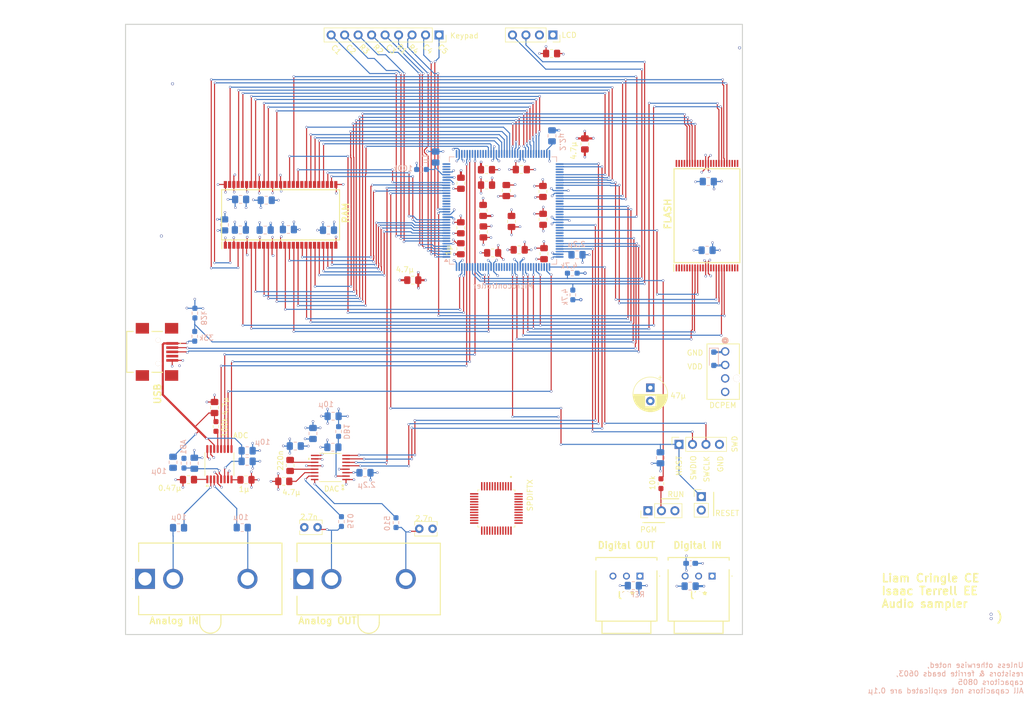
<source format=kicad_pcb>
(kicad_pcb (version 20240108) (generator "pcbnew") (generator_version "8.0")
  (layers (0 "F.Cu" signal "F_Analog.Cu") (1 "In1.Cu" signal "PWR") (2 "In2.Cu" signal "GND") (31 "B.Cu" signal "B_Digital.Cu") (34 "B.Paste" user) (35 "F.Paste" user) (36 "B.SilkS" user "B.Silkscreen") (37 "F.SilkS" user "F.Silkscreen") (38 "B.Mask" user) (39 "F.Mask" user) (44 "Edge.Cuts" user))
  (net 0 "")
  (net 1 "VUSB")
  (net 2 "/I2S1_WS")
  (net 3 "VDD")
  (net 4 "/I2S1_SDI")
  (net 5 "Net-(ADC1-VA)")
  (net 6 "Net-(ADC1-RIN)")
  (net 7 "Net-(ADC1-REGO)")
  (net 8 "/I2S1_CK")
  (net 9 "/I2S1_MCK")
  (net 10 "Net-(ADC1-VCOM)")
  (net 11 "GNDD")
  (net 12 "Net-(ADC1-LIN)")
  (net 13 "Net-(AdbC1-Pad1)")
  (net 14 "Net-(AdbC2-Pad1)")
  (net 15 "/RST_BTN")
  (net 16 "Net-(DacOut_L_decouple1-Pad1)")
  (net 17 "Net-(DAC1-VREF)")
  (net 18 "Net-(DAC1-CPCB)")
  (net 19 "Net-(DAC1-CPOUT)")
  (net 20 "/I2S2_MCK")
  (net 21 "/I2S2_SDO")
  (net 22 "/I2S2_WS")
  (net 23 "Net-(DacOut_R_decouple1-Pad1)")
  (net 24 "/I2S2_CK")
  (net 25 "Net-(DAC1-CPCA)")
  (net 26 "Net-(DAC1-VDDA)")
  (net 27 "Net-(DAC1-RLINEOUT)")
  (net 28 "Net-(DAC1-LLINEOU)")
  (net 29 "/FMC_D0")
  (net 31 "/FMC_D6")
  (net 33 "/FMC_NWAIT")
  (net 36 "/FMC_D7")
  (net 38 "/FMC_D1")
  (net 39 "/FMC_NOE")
  (net 42 "/FMC_D5")
  (net 45 "/FMC_NWE")
  (net 46 "/FMC_D4")
  (net 53 "/FMC_ALE")
  (net 54 "/FMC_NCE")
  (net 63 "/Flash_WP")
  (net 65 "/FMC_D3")
  (net 67 "/FMC_CLE")
  (net 71 "/FMC_D2")
  (net 73 "Net-(uController1-VREF+)")
  (net 74 "/FMC_A3")
  (net 75 "/FMC_A9")
  (net 77 "/FMC_D11")
  (net 78 "/FMC_D10")
  (net 79 "/FMC_NBL0")
  (net 80 "/FMC_A7")
  (net 81 "/FMC_A2")
  (net 82 "/FMC_A1")
  (net 83 "/FMC_SDCKE0")
  (net 84 "/FMC_D15")
  (net 85 "/FMC_A0")
  (net 86 "/FMC_A6")
  (net 87 "/FMC_D8")
  (net 88 "/FMC_BA1")
  (net 89 "/FMC_A8")
  (net 90 "/FMC_D12")
  (net 91 "/FMC_D14")
  (net 92 "/FMC_SDNRAS")
  (net 93 "/FMC_SDNE0")
  (net 94 "/FMC_D9")
  (net 95 "/FMC_A4")
  (net 96 "/FMC_NBL1")
  (net 97 "/FMC_BA0")
  (net 98 "/FMC_A5")
  (net 99 "/FMC_SDNWE")
  (net 100 "/FMC_SDCLK")
  (net 101 "/FMC_SDNCAS")
  (net 103 "/FMC_D13")
  (net 104 "/FMC_A10")
  (net 105 "Net-(MbC3-Pad1)")
  (net 106 "Net-(MbC4-Pad1)")
  (net 110 "/DEBUG_SWCLK")
  (net 117 "/I2C1_SDA")
  (net 121 "/DEBUG_SWDIO")
  (net 133 "/SPDIFTX_OUT")
  (net 138 "/I2C1_SCL")
  (net 142 "/SPDIFRX_IN0")
  (net 151 "/KP_Col3")
  (net 152 "Net-(SR1-Pad1)")
  (net 153 "/BOOTSW")
  (net 155 "/USB_OTG_HS_VBUS")
  (net 156 "/USB_OTG_HS_DP")
  (net 157 "/KP_Row2")
  (net 158 "/USB_OTG_HS_DM")
  (net 160 "/KP_Col4")
  (net 167 "/KP_Row3")
  (net 175 "/KP_Row1")
  (net 181 "/KP_Col2")
  (net 182 "/FMC_A11")
  (net 184 "/KP_Col1")
  (net 187 "/KP_Col5")
  (net 197 "Net-(ADC1-~{PDN})")
  (net 198 "/KP_Row4")
  (net 205 "SPDIF_ERR")
  (footprint "Capacitor_SMD:C_0805_2012Metric_Pad1.18x1.45mm_HandSolder" (layer "F.Cu") (at 172.5375 51.6 180)
    (property "Reference" "MnC9" (hide yes))
    (property "Value" "0.1u" (hide yes))
  )
  (footprint "Capacitor_SMD:C_0805_2012Metric_Pad1.18x1.45mm_HandSolder" (layer "F.Cu") (at 183.375 67.425 90)
    (property "Reference" "MnC6" (hide yes))
    (property "Value" "0.1u" (hide yes))
  )
  (footprint "CustomModels:DIX9211PTR" (layer "F.Cu") (at 174.4 115.4525 -90)
    (property "Reference" "SPDIFTX")
    (property "Value" "DIX9211PTR" (hide yes))
  )
  (footprint "Capacitor_SMD:C_0805_2012Metric_Pad1.18x1.45mm_HandSolder" (layer "F.Cu") (at 171.9 59.275 -90)
    (property "Reference" "MnC12" (hide yes))
    (property "Value" "0.1u" (hide yes))
  )
  (footprint "Capacitor_SMD:C_0805_2012Metric_Pad1.18x1.45mm_HandSolder" (layer "F.Cu") (at 127.23 110.05)
    (property "Reference" "ArC1" (hide yes))
    (property "Value" "1u" (hide yes))
  )
  (footprint "Capacitor_SMD:C_0805_2012Metric_Pad1.18x1.45mm_HandSolder" (layer "F.Cu") (at 177.25 61.35 -90)
    (property "Reference" "MnC7" (hide yes))
    (property "Value" "0.1u" (hide yes))
  )
  (footprint "Connector_PinSocket_2.54mm:PinSocket_1x04_P2.54mm_Vertical" (layer "F.Cu") (at 208.8 103.375 90)
    (property "Reference" "SWD")
    (property "Value" "Conn_01x03_Socket")
  )
  (footprint "Capacitor_THT:C_Rect_L4.0mm_W2.5mm_P2.50mm" (layer "F.Cu") (at 159.8815 119.28)
    (property "Reference" "DacOut_L_decouple1" (hide yes))
    (property "Value" "2.7n" (hide yes))
  )
  (footprint "CustomModels:FCR684216R" (layer "F.Cu") (at 215.04 128.2)
    (property "Reference" "U**")
    (property "Value" "FCR684216R" (hide yes))
  )
  (footprint "Capacitor_SMD:C_0805_2012Metric_Pad1.18x1.45mm_HandSolder" (layer "F.Cu") (at 135.55 107.34625 90)
    (property "Reference" "DcC1" (hide yes))
    (property "Value" "220n" (hide yes))
  )
  (footprint "Capacitor_SMD:C_0805_2012Metric_Pad1.18x1.45mm_HandSolder" (layer "F.Cu") (at 191.07 46.74 90)
    (property "Reference" "MbC2" (hide yes))
    (property "Value" "4.7u" (hide yes))
  )
  (footprint "Capacitor_SMD:C_0805_2012Metric_Pad1.18x1.45mm_HandSolder" (layer "F.Cu") (at 176.275 55.525 -90)
    (property "Reference" "MunC1" (hide yes))
    (property "Value" "0.1u" (hide yes))
  )
  (footprint "Capacitor_SMD:C_0805_2012Metric_Pad1.18x1.45mm_HandSolder" (layer "F.Cu") (at 172.55 54.5 180)
    (property "Reference" "MnC13" (hide yes))
    (property "Value" "0.1u" (hide yes))
  )
  (footprint "KiCad:SOP50P2000X120-48N" (layer "F.Cu") (at 214.07 60.265 90)
    (property "Reference" "FLASH")
    (property "Value" "TC58BVG1S3HTA00" (hide yes))
  )
  (footprint "Package_SO:TSSOP-16_4.4x5mm_P0.65mm" (layer "F.Cu") (at 122.23 107.11 90)
    (property "Reference" "ADC")
    (property "Value" "AK5720VT")
  )
  (footprint "CustomModels:CONN_SD-47053-001_H10p00_MOL" (layer "F.Cu") (at 217.5 85.86 90)
    (property "Reference" "DCPEM")
    (property "Value" "470531000")
  )
  (footprint "Capacitor_SMD:C_0805_2012Metric_Pad1.18x1.45mm_HandSolder" (layer "F.Cu") (at 183.2 60.95 90)
    (property "Reference" "MnC4" (hide yes))
    (property "Value" "0.1u" (hide yes))
  )
  (footprint "Capacitor_THT:CP_Radial_D6.3mm_P2.50mm" (layer "F.Cu") (at 203.4 92.7 -90)
    (property "Reference" "PEC3" (hide yes))
    (property "Value" "47u" (hide yes))
  )
  (footprint "Capacitor_SMD:C_0805_2012Metric_Pad1.18x1.45mm_HandSolder" (layer "F.Cu") (at 178.7 66.7)
    (property "Reference" "MnC5" (hide yes))
    (property "Value" "0.1u" (hide yes))
  )
  (footprint "CustomModels:USBM26FTR" (layer "F.Cu") (at 109.92 85.94 -90)
    (property "Reference" "USB")
    (property "Value" "USB-M26FTR" (hide yes))
  )
  (footprint "Capacitor_SMD:C_0805_2012Metric_Pad1.18x1.45mm_HandSolder" (layer "F.Cu") (at 158.6525 72.42)
    (property "Reference" "MbC1" (hide yes))
    (property "Value" "4.7u" (hide yes))
  )
  (footprint "Resistor_SMD:R_0603_1608Metric_Pad0.98x0.95mm_HandSolder" (layer "F.Cu") (at 205.4 110.78 90)
    (property "Reference" "SR1" (hide yes))
    (property "Value" "10k" (hide yes))
  )
  (footprint "Connector_PinHeader_2.54mm:PinHeader_1x03_P2.54mm_Vertical" (layer "F.Cu") (at 202.95 115.89 90)
    (property "Reference" "REF**" (hide yes))
    (property "Value" "PinHeader_1x03_P2.54mm_Vertical")
  )
  (footprint "Capacitor_SMD:C_0805_2012Metric_Pad1.18x1.45mm_HandSolder" (layer "F.Cu") (at 183.175 55.7 90)
    (property "Reference" "MnC2" (hide yes))
    (property "Value" "0.1u" (hide yes))
  )
  (footprint "Resistor_SMD:R_0603_1608Metric_Pad0.98x0.95mm_HandSolder" (layer "F.Cu") (at 121.58 100 90)
    (property "Reference" "AR1" (hide yes))
    (property "Value" "100k" (hide yes))
  )
  (footprint "CustomModels:TSSOP16_NAU8402_NUV" (layer "F.Cu") (at 143.125 107.73125 180)
    (property "Reference" "DAC")
    (property "Value" "NAU8402WG")
  )
  (footprint "CustomModels:FCR684216T" (layer "F.Cu") (at 201.44 128.2)
    (property "Reference" "U**")
    (property "Value" "FCR684216T" (hide yes))
  )
  (footprint "Capacitor_SMD:C_0805_2012Metric_Pad1.18x1.45mm_HandSolder" (layer "F.Cu") (at 116.405 110.025 180)
    (property "Reference" "AcC1" (hide yes))
    (property "Value" "0.47u" (hide yes))
  )
  (footprint "Capacitor_SMD:C_0805_2012Metric_Pad1.18x1.45mm_HandSolder" (layer "F.Cu") (at 171.95 63.325 90)
    (property "Reference" "MnC11" (hide yes))
    (property "Value" "0.1u" (hide yes))
  )
  (footprint "CustomModels:FW6190" (layer "F.Cu") (at 108.2165 128.725 -90)
    (property "Reference" "Analog IN")
    (property "Value" "FW6190" (hide yes))
  )
  (footprint "Capacitor_SMD:C_0805_2012Metric_Pad1.18x1.45mm_HandSolder" (layer "F.Cu") (at 167.725 54.15 90)
    (property "Reference" "MnC8" (hide yes))
    (property "Value" "0.1u" (hide yes))
  )
  (footprint "CustomModels:FW6190" (layer "F.Cu") (at 138.0415 128.75 -90)
    (property "Reference" "Analog OUT")
    (property "Value" "FW6190" (hide yes))
  )
  (footprint "Capacitor_SMD:C_0805_2012Metric_Pad1.18x1.45mm_HandSolder" (layer "F.Cu") (at 134.35 110.34625 180)
    (property "Reference" "DcC2" (hide yes))
    (property "Value" "4.7u" (hide yes))
  )
  (footprint "Capacitor_SMD:C_0805_2012Metric_Pad1.18x1.45mm_HandSolder" (layer "F.Cu") (at 173.7 67.275)
    (property "Reference" "MnC3" (hide yes))
    (property "Value" "0.1u" (hide yes))
  )
  (footprint "Connector_PinHeader_2.54mm:PinHeader_1x02_P2.54mm_Vertical" (layer "F.Cu") (at 213 113.225)
    (property "Reference" "RESET")
    (property "Value" "PinHeader_1x02_P2.54mm_Vertical")
  )
  (footprint "Capacitor_SMD:C_0805_2012Metric_Pad1.18x1.45mm_HandSolder" (layer "F.Cu") (at 121.305 96.425 90)
    (property "Reference" "AbC3" (hide yes))
    (property "Value" "4.7u" (hide yes))
  )
  (footprint "Capacitor_SMD:C_0805_2012Metric_Pad1.18x1.45mm_HandSolder" (layer "F.Cu") (at 167.7 62.55 90)
    (property "Reference" "MnC10" (hide yes))
    (property "Value" "0.1u" (hide yes))
  )
  (footprint "Capacitor_SMD:C_0805_2012Metric_Pad1.18x1.45mm_HandSolder" (layer "F.Cu") (at 167.7 66.5 -90)
    (property "Reference" "MunC2" (hide yes))
    (property "Value" "1u" (hide yes))
  )
  (footprint "Capacitor_THT:C_Rect_L4.0mm_W2.5mm_P2.50mm" (layer "F.Cu") (at 140.7215 119 180)
    (property "Reference" "DacOut_R_decouple1" (hide yes))
    (property "Value" "2.7n" (hide yes))
  )
  (footprint "Capacitor_SMD:C_0805_2012Metric_Pad1.18x1.45mm_HandSolder" (layer "F.Cu") (at 179.1 51.575 180)
    (property "Reference" "MnC1" (hide yes))
    (property "Value" "0.1u" (hide yes))
  )
  (footprint "Connector_PinSocket_2.54mm:PinSocket_1x09_P2.54mm_Vertical" (layer "F.Cu") (at 163.6 26.2 -90)
    (property "Reference" "Keypad")
    (property "Value" "~")
  )
  (footprint "Connector_PinSocket_2.54mm:PinSocket_1x04_P2.54mm_Vertical" (layer "F.Cu") (at 185.05 26.2 -90)
    (property "Reference" "LCD")
    (property "Value" "~")
  )
  (footprint "CustomModels:SOP80P1176X120-54N" (layer "F.Cu") (at 133.75 60.113 90)
    (property "Reference" "RAM")
    (property "Value" "AS4C8M16SA-6TCN" (hide yes))
  )
  (footprint "Capacitor_SMD:C_0805_2012Metric_Pad1.18x1.45mm_HandSolder" (layer "F.Cu") (at 184.8 29.7)
    (property "Reference" "LnC1" (hide yes))
    (property "Value" "0.1u" (hide yes))
  )
  (footprint "Capacitor_SMD:C_0805_2012Metric_Pad1.18x1.45mm_HandSolder" (layer "B.Cu") (at 143.65 98.07125 180)
    (property "Reference" "DbC1" (hide yes))
    (property "Value" "10u" (hide yes))
  )
  (footprint "Resistor_SMD:R_0603_1608Metric_Pad0.98x0.95mm_HandSolder" (layer "B.Cu") (at 117.58 83.0025 -90)
    (property "Reference" "UR1" (hide yes))
    (property "Value" "33k" (hide yes))
  )
  (footprint "Capacitor_SMD:C_0805_2012Metric_Pad1.18x1.45mm_HandSolder" (layer "B.Cu") (at 162.95 49.21 90)
    (property "Reference" "MbC2" (hide yes))
    (property "Value" "1u" (hide yes))
  )
  (footprint "Resistor_SMD:R_0603_1608Metric_Pad0.98x0.95mm_HandSolder" (layer "B.Cu") (at 145.2165 117.925 -90)
    (property "Reference" "DacOut_R_res1" (hide yes))
    (property "Value" "510" (hide yes))
  )
  (footprint "Capacitor_SMD:C_0805_2012Metric_Pad1.18x1.45mm_HandSolder" (layer "B.Cu") (at 126.175 62.95 180)
    (property "Reference" "RnC4" (hide yes))
    (property "Value" "0.1u" (hide yes))
  )
  (footprint "Capacitor_SMD:C_0805_2012Metric_Pad1.18x1.45mm_HandSolder" (layer "B.Cu") (at 131.05 57.35 180)
    (property "Reference" "RnC5" (hide yes))
    (property "Value" "0.1u" (hide yes))
  )
  (footprint "Capacitor_SMD:C_0805_2012Metric_Pad1.18x1.45mm_HandSolder" (layer "B.Cu") (at 127.455 106.575)
    (property "Reference" "AnC2" (hide yes))
    (property "Value" "0.1u" (hide yes))
  )
  (footprint "Diode_SMD:D_SOD-323_HandSoldering" (layer "B.Cu") (at 215.36385 87.2366 -90)
    (property "Reference" "REF**" (hide yes))
    (property "Value" "D_SOD-323_HandSoldering" (hide yes))
  )
  (footprint "Resistor_SMD:R_0603_1608Metric_Pad0.98x0.95mm_HandSolder" (layer "B.Cu") (at 115.55 106.92 -90)
    (property "Reference" "AB1")
    (property "Value" "600")
  )
  (footprint "Capacitor_SMD:C_0805_2012Metric_Pad1.18x1.45mm_HandSolder" (layer "B.Cu") (at 214.32 53.83 180)
    (property "Reference" "FnC2" (hide yes))
    (property "Value" "0.1u" (hide yes))
  )
  (footprint "Resistor_SMD:R_0603_1608Metric_Pad0.98x0.95mm_HandSolder" (layer "B.Cu") (at 188.7 71.1 180)
    (property "Reference" "REF**" (hide yes))
    (property "Value" "R_0603_1608Metric_Pad0.98x0.95mm_HandSolder" (hide yes))
  )
  (footprint "Resistor_SMD:R_0603_1608Metric_Pad0.98x0.95mm_HandSolder" (layer "B.Cu") (at 160.3 51.56)
    (property "Reference" "MR1" (hide yes))
    (property "Value" "100k" (hide yes))
  )
  (footprint "Resistor_SMD:R_0603_1608Metric_Pad0.98x0.95mm_HandSolder" (layer "B.Cu") (at 188.8 75.2 -90)
    (property "Reference" "REF**" (hide yes))
    (property "Value" "R_0603_1608Metric_Pad0.98x0.95mm_HandSolder" (hide yes))
  )
  (footprint "Capacitor_SMD:C_0805_2012Metric_Pad1.18x1.45mm_HandSolder" (layer "B.Cu") (at 189.5875 67.625)
    (property "Reference" "MbC4" (hide yes))
    (property "Value" "2.2u" (hide yes))
  )
  (footprint "Resistor_SMD:R_0603_1608Metric_Pad0.98x0.95mm_HandSolder" (layer "B.Cu") (at 155.4915 118.125 -90)
    (property "Reference" "DacOut_L_res1" (hide yes))
    (property "Value" "510" (hide yes))
  )
  (footprint "Capacitor_SMD:C_0805_2012Metric_Pad1.18x1.45mm_HandSolder" (layer "B.Cu") (at 139.85 101.32125 90)
    (property "Reference" "Dac_DigitalSup_noise2" (hide yes))
    (property "Value" "0.1u" (hide yes))
  )
  (footprint "Capacitor_SMD:C_0805_2012Metric_Pad1.18x1.45mm_HandSolder" (layer "B.Cu") (at 130.85 62.975 180)
    (property "Reference" "RnC3" (hide yes))
    (property "Value" "0.1u" (hide yes))
  )
  (footprint "Capacitor_SMD:C_0805_2012Metric_Pad1.18x1.45mm_HandSolder" (layer "B.Cu") (at 210.9 130.1 180)
    (property "Reference" "REF**" (hide yes))
    (property "Value" "C_0805_2012Metric_Pad1.18x1.45mm_HandSolder" (hide yes))
  )
  (footprint "Capacitor_SMD:C_0805_2012Metric_Pad1.18x1.45mm_HandSolder" (layer "B.Cu") (at 149.65 108.72125 180)
    (property "Reference" "DrC1" (hide yes))
    (property "Value" "2.2u" (hide yes))
  )
  (footprint "Capacitor_SMD:C_0805_2012Metric_Pad1.18x1.45mm_HandSolder" (layer "B.Cu") (at 136.525 103.69625 180)
    (property "Reference" "Dac_DigitalSup_noise1" (hide yes))
    (property "Value" "0.1u" (hide yes))
  )
  (footprint "Capacitor_SMD:C_0805_2012Metric_Pad1.18x1.45mm_HandSolder" (layer "B.Cu") (at 113.5 106.75 -90)
    (property "Reference" "AbC1" (hide yes))
    (property "Value" "10u" (hide yes))
  )
  (footprint "Capacitor_SMD:C_0805_2012Metric_Pad1.18x1.45mm_HandSolder" (layer "B.Cu") (at 123.175 62 -90)
    (property "Reference" "RnC6" (hide yes))
    (property "Value" "0.1u" (hide yes))
  )
  (footprint "Capacitor_SMD:C_0805_2012Metric_Pad1.18x1.45mm_HandSolder" (layer "B.Cu") (at 127.455 104.575)
    (property "Reference" "AbC2" (hide yes))
    (property "Value" "10u" (hide yes))
  )
  (footprint "Package_QFP:LQFP-144_20x20mm_P0.5mm" (layer "B.Cu") (at 175.65 59.285)
    (property "Reference" "Microcontroller")
    (property "Value" "STM32H7A3ZITx")
  )
  (footprint "Capacitor_SMD:C_0805_2012Metric_Pad1.18x1.45mm_HandSolder" (layer "B.Cu") (at 214.095 66.78 180)
    (property "Reference" "FnC1" (hide yes))
    (property "Value" "0.1u" (hide yes))
  )
  (footprint "Capacitor_SMD:C_0805_2012Metric_Pad1.18x1.45mm_HandSolder" (layer "B.Cu") (at 143.6 103.92125)
    (property "Reference" "DnC1" (hide yes))
    (property "Value" "0.1u" (hide yes))
  )
  (footprint "Capacitor_SMD:C_0805_2012Metric_Pad1.18x1.45mm_HandSolder" (layer "B.Cu") (at 184.875 45.21 90)
    (property "Reference" "MbC3" (hide yes))
    (property "Value" "2.2u" (hide yes))
  )
  (footprint "Capacitor_SMD:C_0603_1608Metric_Pad1.08x0.95mm_HandSolder" (layer "B.Cu") (at 211 125.8 180)
    (property "Reference" "REF**" (hide yes))
    (property "Value" "C_0603_1608Metric_Pad1.08x0.95mm_HandSolder" (hide yes))
  )
  (footprint "Capacitor_SMD:C_0805_2012Metric_Pad1.18x1.45mm_HandSolder" (layer "B.Cu") (at 117.5 106.93 -90)
    (property "Reference" "AnC1" (hide yes))
    (property "Value" "0.1u" (hide yes))
  )
  (footprint "Resistor_SMD:R_0603_1608Metric_Pad0.98x0.95mm_HandSolder" (layer "B.Cu") (at 144.675 100.94625 -90)
    (property "Reference" "DB1")
    (property "Value" "600")
  )
  (footprint "Capacitor_SMD:C_0805_2012Metric_Pad1.18x1.45mm_HandSolder" (layer "B.Cu") (at 142.775 63 180)
    (property "Reference" "RnC1" (hide yes))
    (property "Value" "0.1u" (hide yes))
  )
  (footprint "Capacitor_SMD:C_0805_2012Metric_Pad1.18x1.45mm_HandSolder" (layer "B.Cu") (at 126.225 57.2)
    (property "Reference" "RnC7" (hide yes))
    (property "Value" "0.1u" (hide yes))
  )
  (footprint "Capacitor_SMD:C_0805_2012Metric_Pad1.18x1.45mm_HandSolder" (layer "B.Cu") (at 114.5315 119.09)
    (property "Reference" "AdbC1" (hide yes))
    (property "Value" "10u" (hide yes))
  )
  (footprint "Capacitor_SMD:C_0805_2012Metric_Pad1.18x1.45mm_HandSolder" (layer "B.Cu") (at 200.2 130)
    (property "Reference" "REF**")
    (property "Value" "C_0805_2012Metric_Pad1.18x1.45mm_HandSolder")
  )
  (footprint "Capacitor_SMD:C_0805_2012Metric_Pad1.18x1.45mm_HandSolder" (layer "B.Cu") (at 205.3 105.9 -90)
    (property "Reference" "BC1" (hide yes))
    (property "Value" "0.1u" (hide yes))
  )
  (footprint "Resistor_SMD:R_0603_1608Metric_Pad0.98x0.95mm_HandSolder" (layer "B.Cu") (at 117.61 78.63 -90)
    (property "Reference" "UR2" (hide yes))
    (property "Value" "82k" (hide yes))
  )
  (footprint "Capacitor_SMD:C_0805_2012Metric_Pad1.18x1.45mm_HandSolder" (layer "B.Cu") (at 135.225 62.875 180)
    (property "Reference" "RnC2" (hide yes))
    (property "Value" "0.1u" (hide yes))
  )
  (footprint "Capacitor_SMD:C_0805_2012Metric_Pad1.18x1.45mm_HandSolder" (layer "B.Cu") (at 126.5315 119.06 180)
    (property "Reference" "AdbC2" (hide yes))
    (property "Value" "10u" (hide yes))
  )
  (gr_line (start 202 118.12) (end 206.09 118.12) (stroke (width 0.2)) (layer "F.SilkS"))
  (gr_line (start 205.5 113.63) (end 208.75 113.63) (stroke (width 0.2)) (layer "F.SilkS"))
  (gr_line (start 215.33 112.415) (end 215.33 116.825) (stroke (width 0.2)) (layer "F.SilkS"))
  (gr_rect (start 104.55 24.2) (end 220.75 139.22) (stroke (width 0.2)) (fill none) (layer "Edge.Cuts"))
  (gr_text "510" (at 146.2715 119.35 -90) (layer "B.SilkS") (effects (font (size 1 1)) (justify left bottom mirror)))
  (gr_text "10µ" (at 116.1315 117.66 0) (layer "B.SilkS") (effects (font (size 1 1)) (justify left bottom mirror)))
  (gr_text "10µ" (at 127.8115 117.69 0) (layer "B.SilkS") (effects (font (size 1 1)) (justify left bottom mirror)))
  (gr_text "4.7k" (at 189.8 70.3 0) (layer "B.SilkS") (effects (font (size 1 1)) (justify left bottom mirror)))
  (gr_text "10µ" (at 143.85 96.39125 0) (layer "B.SilkS") (effects (font (size 1 1)) (justify left bottom mirror)))
  (gr_text "2.2µ" (at 186.28 48.14 270) (layer "B.SilkS") (effects (font (size 1 1)) (justify left bottom mirror)))
  (gr_text "510" (at 154.4215 116.74 90) (layer "B.SilkS") (effects (font (size 1 1)) (justify left bottom mirror)))
  (gr_text "82k" (at 118.68 81.03 -90) (layer "B.SilkS") (effects (font (size 1 1)) (justify left bottom mirror)))
  (gr_text "1µ" (at 161.57 48.47 90) (layer "B.SilkS") (effects (font (size 1 1)) (justify left bottom mirror)))
  (gr_text "2.2µ" (at 191.29 66.25 0) (layer "B.SilkS") (effects (font (size 1 1)) (justify left bottom mirror)))
  (gr_text "10µ" (at 131.9 103.5 0) (layer "B.SilkS") (effects (font (size 1 1)) (justify left bottom mirror)))
  (gr_text "2.2µ" (at 151.74 111.59125 0) (layer "B.SilkS") (effects (font (size 1 1)) (justify left bottom mirror)))
  (gr_text "33k" (at 121.24 83.88 0) (layer "B.SilkS") (effects (font (size 1 1)) (justify left bottom mirror)))
  (gr_text "10µ" (at 112.39 108.98 0) (layer "B.SilkS") (effects (font (size 1 1)) (justify left bottom mirror)))
  (gr_text "Unless otherwise noted,\nresistors & ferrite beads 0603,\ncapacitors 0805\nAll capacitors not explicated are 0.1µ" (at 273.8 150.4 0) (layer "B.SilkS") (effects (font (size 1 1)) (justify left bottom mirror)))
  (gr_text "100k" (at 158.75 51.93 0) (layer "B.SilkS") (effects (font (size 1 1)) (justify left bottom mirror)))
  (gr_text "4.7k" (at 187.9 73.9 90) (layer "B.SilkS") (effects (font (size 1 1)) (justify left bottom mirror)))
  (gr_text "Digital OUT" (at 198.9 122.4 0) (layer "F.SilkS") (effects (font (size 1.27 1.27) (thickness 0.254))))
  (gr_text "PGM" (at 203.08 119.44 0) (layer "F.SilkS") (effects (font (size 1 1))))
  (gr_text "47µ" (at 207.1 94.8 0) (layer "F.SilkS") (effects (font (size 1 1)) (justify left bottom)))
  (gr_text "4.7µ" (at 189.53 49.79 90) (layer "F.SilkS") (effects (font (size 1 1)) (justify left bottom)))
  (gr_text "C1" (at 143.05 28.625 315) (layer "F.SilkS") (effects (font (size 1 1)) (justify left bottom)))
  (gr_text "SWCLK" (at 214.6 110.6 90) (layer "F.SilkS") (effects (font (size 1 1)) (justify left bottom)))
  (gr_text "R2" (at 150.975 28.55 315) (layer "F.SilkS") (effects (font (size 1 1)) (justify left bottom)))
  (gr_text "C2" (at 145.825 28.55 315) (layer "F.SilkS") (effects (font (size 1 1)) (justify left bottom)))
  (gr_text "NRST" (at 209.4 109.4 90) (layer "F.SilkS") (effects (font (size 1 1)) (justify left bottom)))
  (gr_text "0.47µ" (at 110.6 112.2 0) (layer "F.SilkS") (effects (font (size 1 1)) (justify left bottom)))
  (gr_text "220n" (at 134.3 108.4 90) (layer "F.SilkS") (effects (font (size 1 1)) (justify left bottom)))
  (gr_text "100k" (at 123.8 102.1 90) (layer "F.SilkS") (effects (font (size 1 1)) (justify left bottom)))
  (gr_text "Liam Cringle CE\nIsaac Terrell EE\nAudio sampler\n                   )" (at 246.81 136.7 0) (layer "F.SilkS") (effects (font (size 1.5 1.5) (thickness 0.3) (bold yes)) (justify left bottom)))
  (gr_text "10k" (at 204.38 112.08 90) (layer "F.SilkS") (effects (font (size 1 1)) (justify left bottom)))
  (gr_text "4.7µ" (at 155.38 71 0) (layer "F.SilkS") (effects (font (size 1 1)) (justify left bottom)))
  (gr_text "GND" (at 217.2 108.7 90) (layer "F.SilkS") (effects (font (size 1 1)) (justify left bottom)))
  (gr_text "GND" (at 210.2 86.7 0) (layer "F.SilkS") (effects (font (size 1 1)) (justify left bottom)))
  (gr_text "Digital IN" (at 212.3 122.4 0) (layer "F.SilkS") (effects (font (size 1.27 1.27) (thickness 0.254))))
  (gr_text "4.7µ" (at 134 113 0) (layer "F.SilkS") (effects (font (size 1 1)) (justify left bottom)))
  (gr_text "1µ" (at 125.8 112.4 0) (layer "F.SilkS") (effects (font (size 1 1)) (justify left bottom)))
  (gr_text "RUN" (at 208.21 112.8 0) (layer "F.SilkS") (effects (font (size 1 1))))
  (gr_text "C5" (at 163.15 28.525 315) (layer "F.SilkS") (effects (font (size 1 1)) (justify left bottom)))
  (gr_text "C4" (at 160.325 28.5 315) (layer "F.SilkS") (effects (font (size 1 1)) (justify left bottom)))
  (gr_text "C3" (at 153.35 28.525 315) (layer "F.SilkS") (effects (font (size 1 1)) (justify left bottom)))
  (gr_text "VDD" (at 210.3 89.3 0) (layer "F.SilkS") (effects (font (size 1 1)) (justify left bottom)))
  (gr_text "1µ" (at 165.95 67.85 90) (layer "F.SilkS") (effects (font (size 1 1)) (justify left bottom)))
  (gr_text "4.7µ" (at 123.9 98 90) (layer "F.SilkS") (effects (font (size 1 1)) (justify left bottom)))
  (gr_text "2.7n" (at 159.0115 117.91 0) (layer "F.SilkS") (effects (font (size 1 1)) (justify left bottom)))
  (gr_text "R3" (at 148.325 28.525 315) (layer "F.SilkS") (effects (font (size 1 1)) (justify left bottom)))
  (gr_text "R4" (at 157.6 28.55 315) (layer "F.SilkS") (effects (font (size 1 1)) (justify left bottom)))
  (gr_text "SWDIO" (at 212.1 110.2 90) (layer "F.SilkS") (effects (font (size 1 1)) (justify left bottom)))
  (gr_text "R1" (at 155.425 28.5 315) (layer "F.SilkS") (effects (font (size 1 1)) (justify left bottom)))
  (gr_text "2.7n" (at 137.3515 117.63 0) (layer "F.SilkS") (effects (font (size 1 1)) (justify left bottom)))
  (segment (start 123.31 107.79) (end 123.205 107.895) (width 0.2) (layer "F.Cu") (net 1))
  (segment (start 117.78 101.42) (end 118.365 100.835) (width 0.2) (layer "F.Cu") (net 1))
  (segment (start 120.034999 102.29) (end 119.84 102.29) (width 0.2) (layer "F.Cu") (net 1))
  (segment (start 118.385 100.835) (end 119.84 102.29) (width 0.4) (layer "F.Cu") (net 1))
  (segment (start 121.305 97.4625) (end 121.305 98.8125) (width 0.2) (layer "F.Cu") (net 1))
  (segment (start 120.2375 97.4625) (end 117.625 100.075) (width 0.2) (layer "F.Cu") (net 1))
  (segment (start 123.205 107.895) (end 123.205 109.9725) (width 0.2) (layer "F.Cu") (net 1))
  (segment (start 116.18 84.21) (end 116.05 84.34) (width 0.2) (layer "F.Cu") (net 1))
  (segment (start 121.305 98.8125) (end 121.58 99.0875) (width 0.2) (layer "F.Cu") (net 1))
  (segment (start 111.57 94.02) (end 117.625 100.075) (width 0.4) (layer "F.Cu") (net 1))
  (segment (start 111.770847 84.34) (end 111.57 84.540847) (width 0.4) (layer "F.Cu") (net 1))
  (segment (start 117.625 100.075) (end 118.385 100.835) (width 0.4) (layer "F.Cu") (net 1))
  (segment (start 121.255 103.510001) (end 120.034999 102.29) (width 0.2) (layer "F.Cu") (net 1))
  (segment (start 111.57 84.540847) (end 111.57 94.02) (width 0.4) (layer "F.Cu") (net 1))
  (segment (start 121.255 104.2475) (end 121.255 103.510001) (width 0.2) (layer "F.Cu") (net 1))
  (segment (start 121.305 97.4625) (end 120.2375 97.4625) (width 0.2) (layer "F.Cu") (net 1))
  (segment (start 118.365 100.835) (end 118.385 100.835) (width 0.2) (layer "F.Cu") (net 1))
  (segment (start 113.345 84.34) (end 111.770847 84.34) (width 0.4) (layer "F.Cu") (net 1))
  (segment (start 116.05 84.34) (end 113.345 84.34) (width 0.2) (layer "F.Cu") (net 1))
  (via (at 116.18 84.21) (size 0.45) (drill 0.3) (layers "F.Cu" "B.Cu") (net 1))
  (via (at 119.84 102.29) (size 0.45) (drill 0.3) (layers "F.Cu" "B.Cu") (net 1))
  (via (at 117.78 101.42) (size 0.45) (drill 0.3) (layers "F.Cu" "B.Cu") (net 1))
  (via (at 123.31 107.79) (size 0.45) (drill 0.3) (layers "F.Cu" "B.Cu") (net 1))
  (segment (start 119.9 102.23) (end 119.84 102.29) (width 0.2) (layer "B.Cu") (net 1))
  (segment (start 126.4175 104.575) (end 126.4175 103.4975) (width 0.2) (layer "B.Cu") (net 1))
  (segment (start 126.4175 104.575) (end 126.08 104.575) (width 0.2) (layer "B.Cu") (net 1))
  (segment (start 126.4175 106.575) (end 126.4175 104.575) (width 0.2) (layer "B.Cu") (net 1))
  (segment (start 126.4175 103.4975) (end 125.15 102.23) (width 0.2) (layer "B.Cu") (net 1))
  (segment (start 113.5 105.7125) (end 117.78 101.4325) (width 0.2) (layer "B.Cu") (net 1))
  (segment (start 125.15 102.23) (end 119.9 102.23) (width 0.2) (layer "B.Cu") (net 1))
  (segment (start 126.4175 106.575) (end 124.525 106.575) (width 0.2) (layer "B.Cu") (net 1))
  (segment (start 124.525 106.575) (end 123.31 107.79) (width 0.2) (layer "B.Cu") (net 1))
  (segment (start 117.78 101.4325) (end 117.78 101.42) (width 0.2) (layer "B.Cu") (net 1))
  (segment (start 116.475 83.915) (end 116.18 84.21) (width 0.2) (layer "B.Cu") (net 1))
  (segment (start 117.58 83.915) (end 116.475 83.915) (width 0.2) (layer "B.Cu") (net 1))
  (segment (start 123.905 93.4) (end 123.855 93.45) (width 0.2) (layer "F.Cu") (net 2))
  (segment (start 123.855 93.45) (end 123.855 104.2475) (width 0.2) (layer "F.Cu") (net 2))
  (segment (start 184.725 71.4) (end 184.725 93.375) (width 0.2) (layer "F.Cu") (net 2))
  (via (at 123.905 93.4) (size 0.45) (drill 0.3) (layers "F.Cu" "B.Cu") (net 2))
  (via (at 184.725 93.375) (size 0.45) (drill 0.3) (layers "F.Cu" "B.Cu") (net 2))
  (via (at 184.725 71.4) (size 0.45) (drill 0.3) (layers "F.Cu" "B.Cu") (net 2))
  (segment (start 184.58259 71.4) (end 184.725 71.4) (width 0.2) (layer "B.Cu") (net 2))
  (segment (start 183.9 70.71741) (end 184.58259 71.4) (width 0.2) (layer "B.Cu") (net 2))
  (segment (start 183.9 69.9475) (end 183.9 70.71741) (width 0.2) (layer "B.Cu") (net 2))
  (segment (start 123.93 93.375) (end 123.905 93.4) (width 0.2) (layer "B.Cu") (net 2))
  (segment (start 184.725 93.375) (end 123.93 93.375) (width 0.2) (layer "B.Cu") (net 2))
  (segment (start 167.7 63.5875) (end 166.3375 63.5875) (width 0.2) (layer "F.Cu") (net 3))
  (segment (start 166.325 55.15) (end 166.3625 55.1875) (width 0.2) (layer "F.Cu") (net 3))
  (segment (start 173.5875 54.5) (end 173.5875 53.1625) (width 0.2) (layer "F.Cu") (net 3))
  (segment (start 166.3625 55.1875) (end 167.725 55.1875) (width 0.2) (layer "F.Cu") (net 3))
  (segment (start 181.8625 56.7375) (end 181.75 56.85) (width 0.2) (layer "F.Cu") (net 3))
  (segment (start 191.07 47.7775) (end 191.07 49.21) (width 0.4) (layer "F.Cu") (net 3))
  (segment (start 141.435035 106.106285) (end 141.575 106.24625) (width 0.2) (layer "F.Cu") (net 3))
  (segment (start 181.9625 68.4625) (end 181.95 68.45) (width 0.2) (layer "F.Cu") (net 3))
  (segment (start 213.82 48.86) (end 213.81 48.85) (width 0.2) (layer "F.Cu") (net 3))
  (segment (start 123.35 64.45) (end 123.35 65.841) (width 0.2) (layer "F.Cu") (net 3))
  (segment (start 183.2 61.9875) (end 183.2 63.1) (width 0.2) (layer "F.Cu") (net 3))
  (segment (start 156.21 72.42) (end 156.19 72.4) (width 0.4) (layer "F.Cu") (net 3))
  (segment (start 166.3375 63.5875) (end 166.325 63.6) (width 0.2) (layer "F.Cu") (net 3))
  (segment (start 183.175 56.7375) (end 181.8625 56.7375) (width 0.2) (layer "F.Cu") (net 3))
  (segment (start 167.7 65.4625) (end 166.9125 65.4625) (width 0.2) (layer "F.Cu") (net 3))
  (segment (start 213.82 51.34) (end 213.1 52.06) (width 0.2) (layer "F.Cu") (net 3))
  (segment (start 186.92 29.7) (end 187.02 29.8) (width 0.2) (layer "F.Cu") (net 3))
  (segment (start 174.89 51.6) (end 174.92 51.57) (width 0.2) (layer "F.Cu") (net 3))
  (segment (start 184.8875 26.3625) (end 185.05 26.2) (width 0.2) (layer "F.Cu") (net 3))
  (segment (start 177.8375 54.4875) (end 177.925 54.4) (width 0.2) (layer "F.Cu") (net 3))
  (segment (start 171.475 67.275) (end 171.45 67.25) (width 0.2) (layer "F.Cu") (net 3))
  (segment (start 124.95 64.425) (end 124.95 65.841) (width 0.2) (layer "F.Cu") (net 3))
  (segment (start 172.6625 67.275) (end 171.475 67.275) (width 0.2) (layer "F.Cu") (net 3))
  (segment (start 133.75 64.375) (end 133.9 64.225) (width 0.2) (layer "F.Cu") (net 3))
  (segment (start 166.9125 65.4625) (end 166.28 64.83) (width 0.2) (layer "F.Cu") (net 3))
  (segment (start 144.15 65.841) (end 144.2 65.791) (width 0.2) (layer "F.Cu") (net 3))
  (segment (start 140.17225 105.456299) (end 141.339951 105.456299) (width 0.2) (layer "F.Cu") (net 3))
  (segment (start 181.625 51.575) (end 181.65 51.55) (width 0.2) (layer "F.Cu") (net 3))
  (segment (start 183.375 68.4625) (end 181.9625 68.4625) (width 0.2) (layer "F.Cu") (net 3))
  (segment (start 213.82 50.415) (end 213.82 51.34) (width 0.2) (layer "F.Cu") (net 3))
  (segment (start 177.25 60.3125) (end 177.25 59.15) (width 0.2) (layer "F.Cu") (net 3))
  (segment (start 183.2 63.1) (end 183.25 63.15) (width 0.2) (layer "F.Cu") (net 3))
  (segment (start 213.82 71.65) (end 213.84 71.67) (width 0.2) (layer "F.Cu") (net 3))
  (segment (start 171.95 62.2875) (end 173.3625 62.2875) (width 0.2) (layer "F.Cu") (net 3))
  (segment (start 213.82 68.93) (end 213.595 68.705) (width 0.2) (layer "F.Cu") (net 3))
  (segment (start 132.25 54.485) (end 132.25 55.975) (width 0.2) (layer "F.Cu") (net 3))
  (segment (start 127.35 55.675) (end 127.475 55.8) (width 0.2) (layer "F.Cu") (net 3))
  (segment (start 176.275 54.4875) (end 177.8375 54.4875) (width 0.2) (layer "F.Cu") (net 3))
  (segment (start 133.75 65.841) (end 133.75 64.375) (width 0.2) (layer "F.Cu") (net 3))
  (segment (start 213.82 70.115) (end 213.82 68.93) (width 0.2) (layer "F.Cu") (net 3))
  (segment (start 213.82 50.415) (end 213.82 48.86) (width 0.2) (layer "F.Cu") (net 3))
  (segment (start 144.2 65.791) (end 144.2 64.275) (width 0.2) (layer "F.Cu") (net 3))
  (segment (start 132.15 54.385) (end 132.25 54.485) (width 0.2) (layer "F.Cu") (net 3))
  (segment (start 146.07775 108.056243) (end 144.784993 108.056243) (width 0.2) (layer "F.Cu") (net 3))
  (segment (start 173.5875 53.1625) (end 173.6 53.15) (width 0.2) (layer "F.Cu") (net 3))
  (segment (start 213.82 70.115) (end 213.82 71.65) (width 0.2) (layer "F.Cu") (net 3))
  (segment (start 171.9 58.2375) (end 171.9 56.975) (width 0.2) (layer "F.Cu") (net 3))
  (segment (start 129.75 65.841) (end 129.85 65.741) (width 0.2) (layer "F.Cu") (net 3))
  (segment (start 157.615 72.42) (end 156.21 72.42) (width 0.4) (layer "F.Cu") (net 3))
  (segment (start 129.85 65.741) (end 129.85 64.325) (width 0.2) (layer "F.Cu") (net 3))
  (segment (start 141.339951 105.456299) (end 141.575 105.22125) (width 0.2) (layer "F.Cu") (net 3))
  (segment (start 127.35 54.385) (end 127.35 55.675) (width 0.2) (layer "F.Cu") (net 3))
  (segment (start 173.3625 62.2875) (end 173.45 62.2) (width 0.2) (layer "F.Cu") (net 3))
  (segment (start 177.6625 66.7) (end 176.55 66.7) (width 0.2) (layer "F.Cu") (net 3))
  (segment (start 185.8375 29.7) (end 186.92 29.7) (width 0.2) (layer "F.Cu") (net 3))
  (segment (start 180.1375 51.575) (end 181.625 51.575) (width 0.2) (layer "F.Cu") (net 3))
  (segment (start 144.784993 108.056243) (end 144.775 108.04625) (width 0.2) (layer "F.Cu") (net 3))
  (segment (start 140.17225 106.106285) (end 141.435035 106.106285) (width 0.2) (layer "F.Cu") (net 3))
  (segment (start 173.575 51.6) (end 174.89 51.6) (width 0.2) (layer "F.Cu") (net 3))
  (via (at 166.325 63.6) (size 0.45) (drill 0.3) (layers "F.Cu" "B.Cu") (net 3))
  (via (at 134.1875 61.55) (size 0.45) (drill 0.3) (layers "F.Cu" "B.Cu") (net 3))
  (via (at 177.925 54.4) (size 0.45) (drill 0.3) (layers "F.Cu" "B.Cu") (net 3))
  (via (at 174.92 51.57) (size 0.45) (drill 0.3) (layers "F.Cu" "B.Cu") (net 3))
  (via (at 213.1 52.06) (size 0.45) (drill 0.3) (layers "F.Cu" "B.Cu") (net 3))
  (via (at 141.575 105.22125) (size 0.45) (drill 0.3) (layers "F.Cu" "B.Cu") (net 3))
  (via (at 176.55 66.7) (size 0.45) (drill 0.3) (layers "F.Cu" "B.Cu") (net 3))
  (via (at 133.9 64.225) (size 0.45) (drill 0.3) (layers "F.Cu" "B.Cu") (net 3))
  (via (at 166.25 54.25) (size 0.45) (drill 0.3) (layers "F.Cu" "B.Cu") (net 3))
  (via (at 144.775 108.04625) (size 0.45) (drill 0.3) (layers "F.Cu" "B.Cu") (net 3))
  (via (at 166.45 59.15) (size 0.45) (drill 0.3) (layers "F.Cu" "B.Cu") (net 3))
  (via (at 144.2 64.275) (size 0.45) (drill 0.3) (layers "F.Cu" "B.Cu") (net 3))
  (via (at 179.725 49.985) (size 0.45) (drill 0.3) (layers "F.Cu" "B.Cu") (net 3))
  (via (at 143.85 61.45) (size 0.45) (drill 0.3) (layers "F.Cu" "B.Cu") (net 3))
  (via (at 171.9 56.975) (size 0.45) (drill 0.3) (layers "F.Cu" "B.Cu") (net 3))
  (via (at 121.95 63.05) (size 0.45) (drill 0.3) (layers "F.Cu" "B.Cu") (net 3))
  (via (at 127.25 58.75) (size 0.45) (drill 0.3) (layers "F.Cu" "B.Cu") (net 3))
  (via (at 129.8125 61.55) (size 0.45) (drill 0.3) (layers "F.Cu" "B.Cu") (net 3))
  (via (at 132.25 55.975) (size 0.45) (drill 0.3) (layers "F.Cu" "B.Cu") (net 3))
  (via (at 138.975 103.69625) (size 0.45) (drill 0.3) (layers "F.Cu" "B.Cu") (net 3))
  (via (at 156.19 72.4) (size 0.45) (drill 0.3) (layers "F.Cu" "B.Cu") (net 3))
  (via (at 171.45 67.25) (size 0.45) (drill 0.3) (layers "F.Cu" "B.Cu") (net 3))
  (via (at 211.92 53.88) (size 0.45) (drill 0.3) (layers "F.Cu" "B.Cu") (net 3))
  (via (at 168.2 49.96) (size 0.45) (drill 0.3) (layers "F.Cu" "B.Cu") (net 3))
  (via (at 213.595 68.705) (size 0.45) (drill 0.3) (layers "F.Cu" "B.Cu") (net 3))
  (via (at 127.475 55.8) (size 0.45) (drill 0.3) (layers "F.Cu" "B.Cu") (net 3))
  (via (at 141.575 106.24625) (size 0.45) (drill 0.3) (layers "F.Cu" "B.Cu") (net 3))
  (via (at 138.37 102.32125) (size 0.45) (drill 0.3) (layers "F.Cu" "B.Cu") (net 3))
  (via (at 166.28 64.83) (size 0.45) (drill 0.3) (layers "F.Cu" "B.Cu") (net 3))
  (via (at 166.25 65.534999) (size 0.45) (drill 0.3) (layers "F.Cu" "B.Cu") (net 3))
  (via (at 166.35 51.76) (size 0.45) (drill 0.3) (layers "F.Cu" "B.Cu") (net 3))
  (via (at 208.4 130.1) (size 0.45) (drill 0.3) (layers "F.Cu" "B.Cu") (net 3))
  (via (at 184.9 68.3) (size 0.45) (drill 0.3) (layers "F.Cu" "B.Cu") (net 3))
  (via (at 172.85 68.675) (size 0.45) (drill 0.3) (layers "F.Cu" "B.Cu") (net 3))
  (via (at 190.3 76.1) (size 0.6) (drill 0.3) (layers "F.Cu" "B.Cu") (net 3))
  (via (at 184.875 61.825) (size 0.45) (drill 0.3) (layers "F.Cu" "B.Cu") (net 3))
  (via (at 177.25 59.15) (size 0.45) (drill 0.3) (layers "F.Cu" "B.Cu") (net 3))
  (via (at 146.375 98.07125) (size 0.45) (drill 0.3) (layers "F.Cu" "B.Cu") (net 3))
  (via (at 173.6 53.15) (size 0.45) (drill 0.3) (layers "F.Cu" "B.Cu") (net 3))
  (via (at 191.1 71.1) (size 0.6) (drill 0.3) (layers "F.Cu" "B.Cu") (net 3))
  (via (at 174.89 49.94) (size 0.45) (drill 0.3) (layers "F.Cu" "B.Cu") (net 3))
  (via (at 168.025 68.65) (size 0.45) (drill 0.3) (layers "F.Cu" "B.Cu") (net 3))
  (via (at 125.1375 61.4625) (size 0.45) (drill 0.3) (layers "F.Cu" "B.Cu") (net 3))
  (via (at 211.62 66.78) (size 0.45) (drill 0.3) (layers "F.Cu" "B.Cu") (net 3))
  (via (at 181.95 68.45) (size 0.45) (drill 0.3) (layers "F.Cu" "B.Cu") (net 3))
  (via (at 181.65 51.55) (size 0.45) (drill 0.3) (layers "F.Cu" "B.Cu") (net 3))
  (via (at 133.35 57.35) (size 0.45) (drill 0.3) (layers "F.Cu" "B.Cu") (net 3))
  (via (at 144.69 96.70125) (size 0.45) (drill 0.3) (layers "F.Cu" "B.Cu") (net 3))
  (via (at 187.02 29.8) (size 0.45) (drill 0.3) (layers "F.Cu" "B.Cu") (net 3))
  (via (at 197.7 130) (size 0.45) (drill 0.3) (layers "F.Cu" "B.Cu") (net 3))
  (via (at 213.84 71.67) (size 0.45) (drill 0.3) (layers "F.Cu" "B.Cu") (net 3))
  (via (at 173.45 62.2) (size 0.45) (drill 0.3) (layers "F.Cu" "B.Cu") (net 3))
  (via (at 166.425 68.7) (size 0.45) (drill 0.3) (layers "F.Cu" "B.Cu") (net 3))
  (via (at 183.25 63.15) (size 0.45) (drill 0.3) (layers "F.Cu" "B.Cu") (net 3))
  (via (at 159.4 50.36) (size 0.45) (drill 0.3) (layers "F.Cu" "B.Cu") (net 3))
  (via (at 181.75 56.85) (size 0.45) (drill 0.3) (layers "F.Cu" "B.Cu") (net 3))
  (via (at 184.425 49.975) (size 0.45) (drill 0.3) (layers "F.Cu" "B.Cu") (net 3))
  (via (at 177.775 68.475) (size 0.45) (drill 0.3) (layers "F.Cu" "B.Cu") (net 3))
  (via (at 213.81 48.85) (size 0.45) (drill 0.3) (layers "F.Cu" "B.Cu") (net 3))
  (via (at 124.95 64.425) (size 0.45) (drill 0.3) (layers "F.Cu" "B.Cu") (net 3))
  (via (at 166.325 55.15) (size 0.45) (drill 0.3) (layers "F.Cu" "B.Cu") (net 3))
  (via (at 129.85 64.325) (size 0.45) (drill 0.3) (layers "F.Cu" "B.Cu") (net 3))
  (via (at 184.9 56.525) (size 0.45) (drill 0.3) (layers "F.Cu" "B.Cu") (net 3))
  (via (at 191.07 49.21) (size 0.45) (drill 0.3) (layers "F.Cu" "B.Cu") (net 3))
  (via (at 123.35 64.45) (size 0.45) (drill 0.3) (layers "F.Cu" "B.Cu") (net 3))
  (segment (start 127.2625 58.7375) (end 127.25 58.75) (width 0.2) (layer "B.Cu") (net 3))
  (segment (start 125.1375 61.4625) (end 125.1375 62.95) (width 0.2) (layer "B.Cu") (net 3))
  (segment (start 139.85 102.35875) (end 138.4075 102.35875) (width 0.2) (layer "B.Cu") (net 3))
  (segment (start 166.25 54.25) (end 166.25 54.027589) (width 0.2) (layer "B.Cu") (net 3))
  (segment (start 166.075 52.035) (end 164.9875 52.035) (width 0.2) (layer "B.Cu") (net 3))
  (segment (start 188.8 76.1125) (end 190.2875 76.1125) (width 0.2) (layer "B.Cu") (net 3))
  (segment (start 138.4075 102.35875) (end 138.37 102.32125) (width 0.2) (layer "B.Cu") (net 3))
  (segment (start 215.45045 88.4) (end 215.36385 88.4866) (width 0.4) (layer "B.Cu") (net 3))
  (segment (start 217.4134 88.4866) (end 217.5 88.4) (width 0.4) (layer "B.Cu") (net 3))
  (segment (start 121.95 63.05) (end 121.9625 63.0375) (width 0.2) (layer "B.Cu") (net 3))
  (segment (start 132.0875 57.35) (end 133.35 57.35) (width 0.2) (layer "B.Cu") (net 3))
  (segment (start 134.1875 61.55) (end 134.1875 62.875) (width 0.2) (layer "B.Cu") (net 3))
  (segment (start 186.3125 56.035) (end 185.39 56.035) (width 0.2) (layer "B.Cu") (net 3))
  (segment (start 185.165 68.035) (end 184.9 68.3) (width 0.2) (layer "B.Cu") (net 3))
  (segment (start 178.4 69.9475) (end 178.4 69.1) (width 0.2) (layer "B.Cu") (net 3))
  (segment (start 215.36385 88.4866) (end 217.4134 88.4866) (width 0.4) (layer "B.Cu") (net 3))
  (segment (start 144.6875 98.07125) (end 144.6875 96.70375) (width 0.2) (layer "B.Cu") (net 3))
  (segment (start 143.8125 61.4875) (end 143.85 61.45) (width 0.2) (layer "B.Cu") (net 3))
  (segment (start 144.6875 98.07125) (end 146.375 98.07125) (width 0.2) (layer "B.Cu") (net 3))
  (segment (start 166.25 54.027589) (end 165.757411 53.535) (width 0.2) (layer "B.Cu") (net 3))
  (segment (start 211.97 53.83) (end 211.92 53.88) (width 0.2) (layer "B.Cu") (net 3))
  (segment (start 199.1625 130) (end 197.7 130) (width 0.2) (layer "B.Cu") (net 3))
  (segment (start 165.75741 60.035) (end 164.9875 60.035) (width 0.2) (layer "B.Cu") (net 3))
  (segment (start 166.25 65.534999) (end 164.9875 65.534999) (width 0.2) (layer "B.Cu") (net 3))
  (segment (start 167.4 69.9475) (end 167.4 69.177591) (width 0.2) (layer "B.Cu") (net 3))
  (segment (start 186.3125 61.535) (end 185.165 61.535) (width 0.2) (layer "B.Cu") (net 3))
  (segment (start 144.6875 96.70375) (end 144.69 96.70125) (width 0.2) (layer "B.Cu") (net 3))
  (segment (start 167.9 49.66) (end 168.2 49.96) (width 0.2) (layer "B.Cu") (net 3))
  (segment (start 167.4 69.177591) (end 167.927591 68.65) (width 0.2) (layer "B.Cu") (net 3))
  (segment (start 137.5625 103.69625) (end 138.975 103.69625) (width 0.2) (layer "B.Cu") (net 3))
  (segment (start 165.757411 53.535) (end 164.9875 53.535) (width 0.2) (layer "B.Cu") (net 3))
  (segment (start 213.2825 53.83) (end 211.97 53.83) (width 0.2) (layer "B.Cu") (net 3))
  (segment (start 213.0575 66.78) (end 211.62 66.78) (width 0.2) (layer "B.Cu") (net 3))
  (segment (start 185.39 56.035) (end 184.9 56.525) (width 0.2) (layer "B.Cu") (net 3))
  (segment (start 129.8125 61.55) (end 129.8125 62.975) (width 0.2) (layer "B.Cu") (net 3))
  (segment (start 172.89741 68.675) (end 172.85 68.675) (width 0.2) (layer "B.Cu") (net 3))
  (segment (start 166.45 59.15) (end 166.45 59.34241) (width 0.2) (layer "B.Cu") (net 3))
  (segment (start 174.4 49.45) (end 174.4 48.622499) (width 0.2) (layer "B.Cu") (net 3))
  (segment (start 159.3875 50.3725) (end 159.4 50.36) (width 0.2) (layer "B.Cu") (net 3))
  (segment (start 167.927591 68.65) (end 168.025 68.65) (width 0.2) (layer "B.Cu") (net 3))
  (segment (start 190.2875 76.1125) (end 190.3 76.1) (width 0.2) (layer "B.Cu") (net 3))
  (segment (start 166.9 69.9475) (end 166.9 69.175) (width 0.2) (layer "B.Cu") (net 3))
  (segment (start 178.4 69.1) (end 177.775 68.475) (width 0.2) (layer "B.Cu") (net 3))
  (segment (start 159.3875 51.56) (end 159.3875 50.3725) (width 0.2) (layer "B.Cu") (net 3))
  (segment (start 166.45 59.34241) (end 165.75741 60.035) (width 0.2) (layer "B.Cu") (net 3))
  (segment (start 166.9 69.175) (end 166.425 68.7) (width 0.2) (layer "B.Cu") (net 3))
  (segment (start 144.675 98.08375) (end 144.6875 98.07125) (width 0.2) (layer "B.Cu") (net 3))
  (segment (start 179.725 49.985) (end 179.399999 49.659999) (width 0.2) (layer "B.Cu") (net 3))
  (segment (start 189.6125 71.1) (end 191.1 71.1) (width 0.2) (layer "B.Cu") (net 3))
  (segment (start 185.165 61.535) (end 184.875 61.825) (width 0.2) (layer "B.Cu") (net 3))
  (segment (start 121.9625 63.0375) (end 123.175 63.0375) (width 0.2) (layer "B.Cu") (net 3))
  (segment (start 184.4 48.6225) (end 184.4 49.95) (width 0.2) (layer "B.Cu") (net 3))
  (segment (start 179.399999 49.659999) (end 179.399999 48.6225) (width 0.2) (layer "B.Cu") (net 3))
  (segment (start 174.89 49.94) (end 174.4 49.45) (width 0.2) (layer "B.Cu") (net 3))
  (segment (start 166.35 51.76) (end 166.075 52.035) (width 0.2) (layer "B.Cu") (net 3))
  (segment (start 209.8625 130.1) (end 208.4 130.1) (width 0.2) (layer "B.Cu") (net 3))
  (segment (start 143.8125 63) (end 143.8125 61.4875) (width 0.2) (layer "B.Cu") (net 3))
  (segment (start 144.675 100.03375) (end 144.675 98.08375) (width 0.2) (layer "B.Cu") (net 3))
  (segment (start 127.2625 57.2) (end 127.2625 58.7375) (width 0.2) (layer "B.Cu") (net 3))
  (segment (start 173.4 69.17759) (end 172.89741 68.675) (width 0.2) (layer "B.Cu") (net 3))
  (segment (start 173.4 69.9475) (end 173.4 69.17759) (width 0.2) (layer "B.Cu") (net 3))
  (segment (start 186.3125 68.035) (end 185.165 68.035) (width 0.2) (layer "B.Cu") (net 3))
  (segment (start 184.4 49.95) (end 184.425 49.975) (width 0.2) (layer "B.Cu") (net 3))
  (segment (start 167.9 48.622499) (end 167.9 49.66) (width 0.2) (layer "B.Cu") (net 3))
  (segment (start 169.375 87.785) (end 169.375 49.96) (width 0.2) (layer "F.Cu") (net 4))
  (segment (start 124.73 87.785) (end 124.505 88.01) (width 0.2) (layer "F.Cu") (net 4))
  (segment (start 124.505 88.01) (end 124.505 104.2475) (width 0.2) (layer "F.Cu") (net 4))
  (via (at 124.73 87.785) (size 0.45) (drill 0.3) (layers "F.Cu" "B.Cu") (net 4))
  (via (at 169.375 87.785) (size 0.45) (drill 0.3) (layers "F.Cu" "B.Cu") (net 4))
  (via (at 169.375 49.96) (size 0.45) (drill 0.3) (layers "F.Cu" "B.Cu") (net 4))
  (segment (start 169.375 87.785) (end 124.73 87.785) (width 0.2) (layer "B.Cu") (net 4))
  (segment (start 169.400001 48.6225) (end 169.400001 49.934999) (width 0.2) (layer "B.Cu") (net 4))
  (segment (start 169.400001 49.934999) (end 169.375 49.96) (width 0.2) (layer "B.Cu") (net 4))
  (segment (start 169.375 87.785) (end 169.35 87.81) (width 0.2) (layer "B.Cu") (net 4))
  (segment (start 124.755 87.81) (end 124.73 87.785) (width 0.2) (layer "B.Cu") (net 4))
  (segment (start 122.205 108.885001) (end 122.555 109.235001) (width 0.2) (layer "F.Cu") (net 5))
  (segment (start 122.555 109.235001) (end 122.555 109.9725) (width 0.2) (layer "F.Cu") (net 5))
  (segment (start 122.205 108.325) (end 122.205 108.885001) (width 0.2) (layer "F.Cu") (net 5))
  (via (at 122.205 108.325) (size 0.45) (drill 0.3) (layers "F.Cu" "B.Cu") (net 5))
  (segment (start 117.365 107.8325) (end 117.5 107.9675) (width 0.2) (layer "B.Cu") (net 5))
  (segment (start 115.55 107.8325) (end 117.365 107.8325) (width 0.2) (layer "B.Cu") (net 5))
  (segment (start 121.8475 107.9675) (end 122.205 108.325) (width 0.2) (layer "B.Cu") (net 5))
  (segment (start 117.5 107.9675) (end 121.8475 107.9675) (width 0.2) (layer "B.Cu") (net 5))
  (segment (start 120.605 111.454998) (end 120.582775 111.477223) (width 0.2) (layer "F.Cu") (net 6))
  (segment (start 120.605 109.9725) (end 120.605 111.454998) (width 0.2) (layer "F.Cu") (net 6))
  (via (at 120.582775 111.477223) (size 0.45) (drill 0.3) (layers "F.Cu" "B.Cu") (net 6))
  (segment (start 115.569 116.490998) (end 120.582775 111.477223) (width 0.2) (layer "B.Cu") (net 6))
  (segment (start 115.569 119.09) (end 115.569 116.490998) (width 0.2) (layer "B.Cu") (net 6))
  (segment (start 124.5825 110.05) (end 124.505 109.9725) (width 0.2) (layer "F.Cu") (net 7))
  (segment (start 126.1925 110.05) (end 124.5825 110.05) (width 0.2) (layer "F.Cu") (net 7))
  (segment (start 168.8 88.51) (end 168.8 50.585) (width 0.2) (layer "F.Cu") (net 8))
  (segment (start 122.555 88.61) (end 122.555 104.2475) (width 0.2) (layer "F.Cu") (net 8))
  (segment (start 168.75 88.56) (end 168.8 88.51) (width 0.2) (layer "F.Cu") (net 8))
  (via (at 122.555 88.61) (size 0.45) (drill 0.3) (layers "F.Cu" "B.Cu") (net 8))
  (via (at 168.75 88.56) (size 0.45) (drill 0.3) (layers "F.Cu" "B.Cu") (net 8))
  (via (at 168.8 50.585) (size 0.45) (drill 0.3) (layers "F.Cu" "B.Cu") (net 8))
  (segment (start 168.8 49.721827) (end 168.8 50.585) (width 0.2) (layer "B.Cu") (net 8))
  (segment (start 122.605 88.56) (end 122.555 88.61) (width 0.2) (layer "B.Cu") (net 8))
  (segment (start 168.75 88.56) (end 168.725 88.585) (width 0.2) (layer "B.Cu") (net 8))
  (segment (start 168.9 49.621827) (end 168.8 49.721827) (width 0.2) (layer "B.Cu") (net 8))
  (segment (start 168.75 88.56) (end 122.605 88.56) (width 0.2) (layer "B.Cu") (net 8))
  (segment (start 168.9 48.6225) (end 168.9 49.621827) (width 0.2) (layer "B.Cu") (net 8))
  (segment (start 170.3125 86.4225) (end 170.375 86.36) (width 0.2) (layer "F.Cu") (net 9))
  (segment (start 123.205 86.435) (end 123.23 86.46) (width 0.2) (layer "F.Cu") (net 9))
  (segment (start 123.23 86.46) (end 123.23 104.2225) (width 0.2) (layer "F.Cu") (net 9))
  (segment (start 123.23 104.2225) (end 123.205 104.2475) (width 0.2) (layer "F.Cu") (net 9))
  (segment (start 170.375 86.36) (end 170.375 49.985) (width 0.2) (layer "F.Cu") (net 9))
  (via (at 123.205 86.435) (size 0.45) (drill 0.3) (layers "F.Cu" "B.Cu") (net 9))
  (via (at 170.3125 86.4225) (size 0.45) (drill 0.3) (layers "F.Cu" "B.Cu") (net 9))
  (via (at 170.375 49.985) (size 0.45) (drill 0.3) (layers "F.Cu" "B.Cu") (net 9))
  (segment (start 170.399999 49.960001) (end 170.375 49.985) (width 0.2) (layer "B.Cu") (net 9))
  (segment (start 170.275 86.46) (end 123.23 86.46) (width 0.2) (layer "B.Cu") (net 9))
  (segment (start 170.399999 48.6225) (end 170.399999 49.960001) (width 0.2) (layer "B.Cu") (net 9))
  (segment (start 123.23 86.46) (end 123.205 86.435) (width 0.2) (layer "B.Cu") (net 9))
  (segment (start 170.3125 86.4225) (end 170.275 86.46) (width 0.2) (layer "B.Cu") (net 9))
  (segment (start 119.955 109.9725) (end 117.495 109.9725) (width 0.2) (layer "F.Cu") (net 10))
  (segment (start 117.495 109.9725) (end 117.4425 110.025) (width 0.2) (layer "F.Cu") (net 10))
  (segment (start 119.955 104.2475) (end 119.955 105.745) (width 0.2) (layer "F.Cu") (net 11))
  (segment (start 132.15 65.841) (end 132.15 67.6) (width 0.2) (layer "F.Cu") (net 11))
  (segment (start 124.95 54.385) (end 124.95 52.77) (width 0.2) (layer "F.Cu") (net 11))
  (segment (start 191.07 45.7025) (end 189.6125 45.7025) (width 0.4) (layer "F.Cu") (net 11))
  (segment (start 167.725 53.1125) (end 167.725 51.775) (width 0.4) (layer "F.Cu") (net 11))
  (segment (start 133.85 54.485) (end 133.75 54.385) (width 0.2) (layer "F.Cu") (net 11))
  (segment (start 159.69 72.42) (end 159.69 73.86) (width 0.4) (layer "F.Cu") (net 11))
  (segment (start 141.585007 107.406257) (end 141.6 107.42125) (width 0.2) (layer "F.Cu") (net 11))
  (segment (start 132.15 65.841) (end 132.225 65.766) (width 0.2) (layer "F.Cu") (net 11))
  (segment (start 129.75 54.385) (end 129.75 52.59) (width 0.2) (layer "F.Cu") (net 11))
  (segment (start 132.225 65.766) (end 132.225 64.325) (width 0.2) (layer "F.Cu") (net 11))
  (segment (start 171.95 64.3625) (end 173.3375 64.3625) (width 0.2) (layer "F.Cu") (net 11))
  (segment (start 183.2 58.7) (end 183.25 58.65) (width 0.2) (layer "F.Cu") (net 11))
  (segment (start 179.7375 65.2275) (end 179.73 65.22) (width 0.2) (layer "F.Cu") (net 11))
  (segment (start 183.7625 29.7) (end 182.53 29.7) (width 0.2) (layer "F.Cu") (net 11))
  (segment (start 133.3125 111.84875) (end 133.31 111.85125) (width 0.2) (layer "F.Cu") (net 11))
  (segment (start 146.07775 110.869) (end 146.1 110.89125) (width 0.2) (layer "F.Cu") (net 11))
  (segment (start 147.544951 110.006201) (end 147.57 110.03125) (width 0.2) (layer "F.Cu") (net 11))
  (segment (start 159.69 73.86) (end 159.74 73.91) (width 0.4) (layer "F.Cu") (net 11))
  (segment (start 171.5 51.6) (end 171.5 50.175) (width 0.4) (layer "F.Cu") (net 11))
  (segment (start 159.69 70.96) (end 159.68 70.95) (width 0.4) (layer "F.Cu") (net 11))
  (segment (start 127.35 65.841) (end 127.45 65.741) (width 0.2) (layer "F.Cu") (net 11))
  (segment (start 214.32 51.726727) (end 214.519448 51.926175) (width 0.2) (layer "F.Cu") (net 11))
  (segment (start 183.2 59.9125) (end 183.2 58.7) (width 0.2) (layer "F.Cu") (net 11))
  (segment (start 123.35 54.385) (end 121.975 54.385) (width 0.2) (layer "F.Cu") (net 11))
  (segment (start 171.5125 53.0875) (end 171.475 53.05) (width 0.2) (layer "F.Cu") (net 11))
  (segment (start 166.3875 61.5125) (end 166.28 61.62) (width 0.2) (layer "F.Cu") (net 11))
  (segment (start 120.605 105.285) (end 121.18 105.86) (width 0.2) (layer "F.Cu") (net 11))
  (segment (start 113.345 87.54) (end 113.71 87.54) (width 0.2) (layer "F.Cu") (net 11))
  (segment (start 171.9 60.3125) (end 173.5375 60.3125) (width 0.4) (layer "F.Cu") (net 11))
  (segment (start 171.5 50.175) (end 171.525 50.15) (width 0.4) (layer "F.Cu") (net 11))
  (segment (start 121.975 54.385) (end 121.97 54.39) (width 0.2) (layer "F.Cu") (net 11))
  (segment (start 123.375 54.41) (end 123.35 54.385) (width 0.2) (layer "F.Cu") (net 11))
  (segment (start 140.17225 107.406257) (end 141.585007 107.406257) (width 0.2) (layer "F.Cu") (net 11))
  (segment (start 121.905 109.9725) (end 121.905 109.175) (width 0.2) (layer "F.Cu") (net 11))
  (segment (start 177.25 62.3875) (end 177.25 63.87) (width 0.2) (layer "F.Cu") (net 11))
  (segment (start 124.95 52.77) (end 125.15 52.57) (width 0.2) (layer "F.Cu") (net 11))
  (segment (start 214.32 71.16) (end 214.78 71.62) (width 0.2) (layer "F.Cu") (net 11))
  (segment (start 121.305 95.3875) (end 119.8725 95.3875) (width 0.2) (layer "F.Cu") (net 11))
  (segment (start 124.95 55.75) (end 124.95 54.385) (width 0.2) (layer "F.Cu") (net 11))
  (segment (start 183.375 65.175) (end 183.35 65.15) (width 0.2) (layer "F.Cu") (net 11))
  (segment (start 191.07 44.35) (end 191.05 44.33) (width 0.4) (layer "F.Cu") (net 11))
  (segment (start 177.8675 56.5625) (end 177.89 56.54) (width 0.2) (layer "F.Cu") (net 11))
  (segment (start 179.7375 66.7) (end 180.95 66.7) (width 0.2) (layer "F.Cu") (net 11))
  (segment (start 167.725 51.775) (end 167.75 51.75) (width 0.4) (layer "F.Cu") (net 11))
  (segment (start 214.32 50.415) (end 214.32 49.32) (width 0.2) (layer "F.Cu") (net 11))
  (segment (start 113.345 88.625) (end 113.33 88.64) (width 0.2) (layer "F.Cu") (net 11))
  (segment (start 176.275 56.5625) (end 174.8125 56.5625) (width 0.2) (layer "F.Cu") (net 11))
  (segment (start 119.955 105.745) (end 120.37 106.16) (width 0.2) (layer "F.Cu") (net 11))
  (segment (start 183.375 66.3875) (end 181.7775 66.3875) (width 0.2) (layer "F.Cu") (net 11))
  (segment (start 159.69 72.42) (end 159.69 70.96) (width 0.4) (layer "F.Cu") (net 11))
  (segment (start 192.6175 45.7025) (end 192.66 45.66) (width 0.4) (layer "F.Cu") (net 11))
  (segment (start 178.0625 50.0125) (end 178.03 49.98) (width 0.2) (layer "F.Cu") (net 11))
  (segment (start 144.15 54.385) (end 145.525 54.385) (width 0.2) (layer "F.Cu") (net 11))
  (segment (start 132.15 67.6) (end 132.34 67.79) (width 0.2) (layer "F.Cu") (net 11))
  (segment (start 113.345 87.54) (end 113.345 88.625) (width 0.2) (layer "F.Cu") (net 11))
  (segment (start 113.995 110.025) (end 113.99 110.03) (width 0.2) (layer "F.Cu") (net 11))
  (segment (start 133.3125 108.89375) (end 133.3 108.88125) (width 0.2) (layer "F.Cu") (net 11))
  (segment (start 121.305 95.3875) (end 121.305 94.085) (width 0.2) (layer "F.Cu") (net 11))
  (segment (start 122.63 111.45) (end 121.905 110.725) (width 0.2) (layer "F.Cu") (net 11))
  (segment (start 123.855 109.9725) (end 123.855 108.625) (width 0.2) (layer "F.Cu") (net 11))
  (segment (start 189.6125 45.7025) (end 189.59 45.68) (width 0.4) (layer "F.Cu") (net 11))
  (segment (start 214.32 49.32) (end 214.75 48.89) (width 0.2) (layer "F.Cu") (net 11))
  (segment (start 173.3375 64.3625) (end 173.375 64.4) (width 0.2) (layer "F.Cu") (net 11))
  (segment (start 133.3125 110.34625) (end 133.3125 108.89375) (width 0.2) (layer "F.Cu") (net 11))
  (segment (start 127.35 65.841) (end 127.35 67.53) (width 0.2) (layer "F.Cu") (net 11))
  (segment (start 127.35 67.53) (end 127.47 67.65) (width 0.2) (layer "F.Cu") (net 11))
  (segment (start 183.175 53.475) (end 183.15 53.45) (width 0.2) (layer "F.Cu") (net 11))
  (segment (start 120.605 104.2475) (end 120.605 105.285) (width 0.2) (layer "F.Cu") (net 11))
  (segment (start 145.525 54.385) (end 145.54 54.37) (width 0.2) (layer "F.Cu") (net 11))
  (segment (start 167.7 61.5125) (end 166.3875 61.5125) (width 0.2) (layer "F.Cu") (net 11))
  (segment (start 171.95 65.74) (end 171.94 65.75) (width 0.2) (layer "F.Cu") (net 11))
  (segment (start 131.965 110.34625) (end 131.95 110.33125) (width 0.2) (layer "F.Cu") (net 11))
  (segment (start 183.7625 28.3925) (end 183.75 28.38) (width 0.2) (layer "F.Cu") (net 11))
  (segment (start 129.75 56) (end 129.75 54.385) (width 0.2) (layer "F.Cu") (net 11))
  (segment (start 115.3675 110.025) (end 113.995 110.025) (width 0.2) (layer "F.Cu") (net 11))
  (segment (start 174.7375 67.5475) (end 175.73 68.54) (width 0.2) (layer "F.Cu") (net 11))
  (segment (start 214.32 50.415) (end 214.32 51.726727) (width 0.2) (layer "F.Cu") (net 11))
  (segment (start 177.25 62.3875) (end 178.8125 62.3875) (width 0.2) (layer "F.Cu") (net 11))
  (segment (start 115.3675 111.4625) (end 115.36 111.47) (width 0.2) (layer "F.Cu") (net 11))
  (segment (start 214.32 70.115) (end 214.32 71.16) (width 0.2) (layer "F.Cu") (net 11))
  (segment (start 146.07775 110.006201) (end 147.544951 110.006201) (width 0.2) (layer "F.Cu") (net 11))
  (segment (start 123.375 55.85) (end 123.375 54.41) (width 0.2) (layer "F.Cu") (net 11))
  (segment (start 159.69 72.42) (end 161.07 72.42) (width 0.4) (layer "F.Cu") (net 11))
  (segment (start 174.7375 65.8625) (end 174.75 65.85) (width 0.2) (layer "F.Cu") (net 11))
  (segment (start 133.85 55.65) (end 133.85 54.485) (width 0.2) (layer "F.Cu") (net 11))
  (segment (start 183.175 54.6625) (end 183.175 53.475) (width 0.2) (layer "F.Cu") (net 11))
  (segment (start 127.45 65.741) (end 127.45 64.325) (width 0.2) (layer "F.Cu") (net 11))
  (segment (start 181.5675 59.9125) (end 181.56 59.92) (width 0.2) (layer "F.Cu") (net 11))
  (segment (start 128.2675 110.05) (end 128.2675 111.4675) (width 0.2) (layer "F.Cu") (net 11))
  (segment (start 181.7775 66.3875) (end 181.75 66.36) (width 0.2) (layer "F.Cu") (net 11))
  (segment (start 166.45 67.5375) (end 167.7 67.5375) (width 0.4) (layer "F.Cu") (net 11))
  (segment (start 181.5875 54.6625) (end 181.56 54.69) (width 0.2) (layer "F.Cu") (net 11))
  (segment (start 171.5125 54.5) (end 171.5125 56.0275) (width 0.2) (layer "F.Cu") (net 11))
  (segment (start 171.95 64.3625) (end 171.95 65.74) (width 0.2) (layer "F.Cu") (net 11))
  (segment (start 191.07 45.7025) (end 191.07 44.35) (width 0.4) (layer "F.Cu") (net 11))
  (segment (start 133.75 52.64) (end 133.73 52.62) (width 0.2) (layer "F.Cu") (net 11))
  (segment (start 146.07775 110.006201) (end 146.07775 110.869) (width 0.2) (layer "F.Cu") (net 11))
  (segment (start 133.3125 110.34625) (end 133.3125 111.84875) (width 0.2) (layer "F.Cu") (net 11))
  (segment (start 183.2 59.9125) (end 181.5675 59.9125) (width 0.2) (layer "F.Cu") (net 11))
  (segment (start 115.3675 110.025) (end 115.3675 111.4625) (width 0.2) (layer "F.Cu") (net 11))
  (segment (start 119.8725 95.3875) (end 119.87 95.39) (width 0.2) (layer "F.Cu") (net 11))
  (segment (start 121.305 94.085) (end 121.32 94.07) (width 0.2) (layer "F.Cu") (net 11))
  (segment (start 214.32 70.115) (end 214.32 68.93) (width 0.2) (layer "F.Cu") (net 11))
  (segment (start 174.7375 67.275) (end 174.7375 65.8625) (width 0.2) (layer "F.Cu") (net 11))
  (segment (start 173.5375 60.3125) (end 173.6 60.25) (width 0.4) (layer "F.Cu") (net 11))
  (segment (start 171.5125 56.0275) (end 171.51 56.03) (width 0.2) (layer "F.Cu") (net 11))
  (segment (start 182.8125 26.5025) (end 182.51 26.2) (width 0.2) (layer "F.Cu") (net 11))
  (segment (start 182.53 29.7) (end 182.52 29.69) (width 0.2) (layer "F.Cu") (net 11))
  (segment (start 128.2675 111.4675) (end 128.27 111.47) (width 0.2) (layer "F.Cu") (net 11))
  (segment (start 133.75 54.385) (end 133.75 52.64) (width 0.2) (layer "F.Cu") (net 11))
  (segment (start 174.8125 56.5625) (end 174.75 56.625) (width 0.2) (layer "F.Cu") (net 11))
  (segment (start 113.345 87.54) (end 115.34 87.54) (width 0.2) (layer "F.Cu") (net 11))
  (segment (start 178.0625 51.575) (end 176.875 51.575) (width 0.2) (layer "F.Cu") (net 11))
  (segment (start 174.7375 67.275) (end 174.7375 67.5475) (width 0.2) (layer "F.Cu") (net 11))
  (segment (start 140.17225 107.406257) (end 138.624993 107.406257) (width 0.2) (layer "F.Cu") (net 11))
  (segment (start 176.875 51.575) (end 176.85 51.55) (width 0.2) (layer "F.Cu") (net 11))
  (segment (start 121.905 109.175) (end 121.34 108.61) (width 0.2) (layer "F.Cu") (net 11))
  (segment (start 183.7625 29.7) (end 183.7625 28.3925) (width 0.2) (layer "F.Cu") (net 11))
  (segment (start 214.32 68.93) (end 214.62 68.63) (width 0.2) (layer "F.Cu") (net 11))
  (segment (start 128.2675 108.5575) (end 128.25 108.54) (width 0.2) (layer "F.Cu") (net 11))
  (segment (start 144.25 54.485) (end 144.25 56.025) (width 0.2) (layer "F.Cu") (net 11))
  (segment (start 144.15 54.385) (end 144.25 54.485) (width 0.2) (layer "F.Cu") (net 11))
  (segment (start 178.8125 62.3875) (end 178.85 62.35) (width 0.2) (layer "F.Cu") (net 11))
  (segment (start 125.0125 55.8125) (end 124.95 55.75) (width 0.2) (layer "F.Cu") (net 11))
  (segment (start 129.75 52.59) (end 129.76 52.58) (width 0.2) (layer "F.Cu") (net 11))
  (segment (start 121.905 110.725) (end 121.905 109.9725) (width 0.2) (layer "F.Cu") (net 11))
  (segment (start 128.2675 110.05) (end 128.2675 108.5575) (width 0.2) (layer "F.Cu") (net 11))
  (segment (start 191.07 45.7025) (end 192.6175 45.7025) (width 0.4) (layer "F.Cu") (net 11))
  (segment (start 123.855 108.625) (end 124.08 108.4) (width 0.2) (layer "F.Cu") (net 11))
  (segment (start 178.0625 51.575) (end 178.0625 50.0125) (width 0.2) (layer "F.Cu") (net 11))
  (segment (start 133.3125 110.34625) (end 131.965 110.34625) (width 0.2) (layer "F.Cu") (net 11))
  (segment (start 177.25 63.87) (end 177.26 63.88) (width 0.2) (layer "F.Cu") (net 11))
  (segment (start 171.5125 54.5) (end 171.5125 53.0875) (width 0.2) (layer "F.Cu") (net 11))
  (segment (start 179.7375 66.7) (end 179.7375 65.2275) (width 0.2) (layer "F.Cu") (net 11))
  (segment (start 183.375 66.3875) (end 183.375 65.175) (width 0.2) (layer "F.Cu") (net 11))
  (segment (start 128.2675 110.05) (end 129.58 110.05) (width 0.2) (layer "F.Cu") (net 11))
  (segment (start 138.624993 107.406257) (end 138.62 107.41125) (width 0.2) (layer "F.Cu") (net 11))
  (segment (start 167.7 61.5125) (end 167.2525 61.5125) (width 0.2) (layer "F.Cu") (net 11))
  (segment (start 167.7 60.3) (end 167.7 61.5125) (width 0.2) (layer "F.Cu") (net 11))
  (segment (start 176.275 56.5625) (end 177.8675 56.5625) (width 0.2) (layer "F.Cu") (net 11))
  (segment (start 183.175 54.6625) (end 181.5875 54.6625) (width 0.2) (layer "F.Cu") (net 11))
  (via (at 121.85 60.96) (size 0.45) (drill 0.3) (layers "F.Cu" "B.Cu") (net 11))
  (via (at 116.1 77.68) (size 0.45) (drill 0.3) (layers "F.Cu" "B.Cu") (net 11))
  (via (at 121.18 105.86) (size 0.45) (drill 0.3) (layers "F.Cu" "B.Cu") (net 11))
  (via (at 178.03 49.98) (size 0.45) (drill 0.3) (layers "F.Cu" "B.Cu") (net 11))
  (via (at 122.63 111.45) (size 0.45) (drill 0.3) (layers "F.Cu" "B.Cu") (net 11))
  (via (at 191.9 67.625) (size 0.45) (drill 0.3) (layers "F.Cu" "B.Cu") (net 11))
  (via (at 121.34 108.61) (size 0.45) (drill 0.3) (layers "F.Cu" "B.Cu") (net 11))
  (via (at 141.3 103.90125) (size 0.45) (drill 0.3) (layers "F.Cu" "B.Cu") (net 11))
  (via (at 127.15 61.45) (size 0.45) (drill 0.3) (layers "F.Cu" "B.Cu") (net 11))
  (via (at 141.6 107.42125) (size 0.45) (drill 0.3) (layers "F.Cu" "B.Cu") (net 11))
  (via (at 119.87 95.39) (size 0.45) (drill 0.3) (layers "F.Cu" "B.Cu") (net 11))
  (via (at 132.34 67.79) (size 0.45) (drill 0.3) (layers "F.Cu" "B.Cu") (net 11))
  (via (at 189.59 45.68) (size 0.45) (drill 0.3) (layers "F.Cu" "B.Cu") (net 11))
  (via (at 167.75 51.75) (size 0.45) (drill 0.3) (layers "F.Cu" "B.Cu") (net 11))
  (via (at 159.74 73.91) (size 0.45) (drill 0.3) (layers "F.Cu" "B.Cu") (net 11))
  (via (at 131.8875 61.65) (size 0.45) (drill 0.3) (layers "F.Cu" "B.Cu") (net 11))
  (via (at 174.75 56.625) (size 0.45) (drill 0.3) (layers "F.Cu" "B.Cu") (net 11))
  (via (at 173.995727 47.263513) (size 0.45) (drill 0.3) (layers "F.Cu" "B.Cu") (net 11))
  (via (at 177.26 63.88) (size 0.45) (drill 0.3) (layers "F.Cu" "B.Cu") (net 11))
  (via (at 187.95 55.55) (size 0.45) (drill 0.3) (layers "F.Cu" "B.Cu") (net 11))
  (via (at 130.05 58.75) (size 0.45) (drill 0.3) (layers "F.Cu" "B.Cu") (net 11))
  (via (at 171.51 56.03) (size 0.45) (drill 0.3) (layers "F.Cu" "B.Cu") (net 11))
  (via (at 128.25 108.54) (size 0.45) (drill 0.3) (layers "F.Cu" "B.Cu") (net 11))
  (via (at 133.73 52.62) (size 0.45) (drill 0.3) (layers "F.Cu" "B.Cu") (net 11))
  (via (at 183.25 58.65) (size 0.45) (drill 0.3) (layers "F.Cu" "B.Cu") (net 11))
  (via (at 133.31 111.85125) (size 0.45) (drill 0.3) (layers "F.Cu" "B.Cu") (net 11))
  (via (at 166.41 60.9) (size 0.45) (drill 0.3) (layers "F.Cu" "B.Cu") (net 11))
  (via (at 133.85 55.65) (size 0.45) (drill 0.3) (layers "F.Cu" "B.Cu") (net 11))
  (via (at 161.425 48.11) (size 0.45) (drill 0.3) (layers "F.Cu" "B.Cu") (net 11))
  (via (at 141.42 98.05125) (size 0.45) (drill 0.3) (layers "F.Cu" "B.Cu") (net 11))
  (via (at 121.97 54.39) (size 0.45) (drill 0.3) (layers "F.Cu" "B.Cu") (net 11))
  (via (at 142.62 99.41125) (size 0.45) (drill 0.3) (layers "F.Cu" "B.Cu") (net 11))
  (via (at 216.82 53.78) (size 0.45) (drill 0.3) (layers "F.Cu" "B.Cu") (net 11))
  (via (at 141.73 61.57) (size 0.45) (drill 0.3) (layers "F.Cu" "B.Cu") (net 11))
  (via (at 150.7 110.08125) (size 0.45) (drill 0.3) (layers "F.Cu" "B.Cu") (net 11))
  (via (at 174.75 65.85) (size 0.45) (drill 0.3) (layers "F.Cu" "B.Cu") (net 11))
  (via (at 138.62 107.41125) (size 0.45) (drill 0.3) (layers "F.Cu" "B.Cu") (net 11))
  (via (at 210.210877 127.154681) (size 0.45) (drill 0.3) (layers "F.Cu" "B.Cu") (net 11))
  (via (at 214.78 71.62) (size 0.45) (drill 0.3) (layers "F.Cu" "B.Cu") (net 11))
  (via (at 118.97 105.89) (size 0.45) (drill 0.3) (layers "F.Cu" "B.Cu") (net 11))
  (via (at 214.75 48.89) (size 0.45) (drill 0.3) (layers "F.Cu" "B.Cu") (net 11))
  (via (at 184.975 67.275) (size 0.45) (drill 0.3) (layers "F.Cu" "B.Cu") (net 11))
  (via (at 151.97 108.70125) (size 0.45) (drill 0.3) (layers "F.Cu" "B.Cu") (net 11))
  (via (at 183.75 28.38) (size 0.45) (drill 0.3) (layers "F.Cu" "B.Cu") (net 11))
  (via (at 128.5 107.89) (size 0.45) (drill 0.3) (layers "F.Cu" "B.Cu") (net 11))
  (via (at 173.375 64.4) (size 0.45) (drill 0.3) (layers "F.Cu" "B.Cu") (net 11))
  (via (at 184.875 60.525) (size 0.45) (drill 0.3) (layers "F.Cu" "B.Cu") (net 11))
  (via (at 213.5 130.1) (size 0.45) (drill 0.3) (layers "F.Cu" "B.Cu") (net 11))
  (via (at 129.58 110.05) (size 0.45) (drill 0.3) (layers "F.Cu" "B.Cu") (net 11))
  (via (at 124.08 108.4) (size 0.45) (drill 0.3) (layers "F.Cu" "B.Cu") (net 11))
  (via (at 123.275 59.65) (size 0.45) (drill 0.3) (layers "F.Cu" "B.Cu") (net 11))
  (via (at 138.47 100.26125) (size 0.45) (drill 0.3) (layers "F.Cu" "B.Cu") (net 11))
  (via (at 191.05 44.33) (size 0.45) (drill 0.3) (layers "F.Cu" "B.Cu") (net 11))
  (via (at 123.375 55.85) (size 0.45) (drill 0.3) (layers "F.Cu" "B.Cu") (net 11))
  (via (at 166.25 47.75) (size 0.45) (drill 0.3) (layers "F.Cu" "B.Cu") (net 11))
  (via (at 129.82 104.55) (size 0.45) (drill 0.3) (layers "F.Cu" "B.Cu") (net 11))
  (via (at 166.28 61.62) (size 0.45) (drill 0.3) (layers "F.Cu" "B.Cu") (net 11))
  (via (at 202.7 130) (size 0.45) (drill 0.3) (layers "F.Cu" "B.Cu") (net 11))
  (via (at 134.27 103.66125) (size 0.45) (drill 0.3) (layers "F.Cu" "B.Cu") (net 11))
  (via (at 131.95 110.33125) (size 0.45) (drill 0.3) (layers "F.Cu" "B.Cu") (net 11))
  (via (at 117.5 104.48) (size 0.45) (drill 0.3) (layers "F.Cu" "B.Cu") (net 11))
  (via (at 117.6 76.01) (size 0.45) (drill 0.3) (layers "F.Cu" "B.Cu") (net 11))
  (via (at 171.525 50.15) (size 0.45) (drill 0.3) (layers "F.Cu" "B.Cu") (net 11))
  (via (at 171.94 65.75) (size 0.45) (drill 0.3) (layers "F.Cu" "B.Cu") (net 11))
  (via (at 120.37 106.16) (size 0.45) (drill 0.3) (layers "F.Cu" "B.Cu") (net 11))
  (via (at 128.49 103.16) (size 0.45) (drill 0.3) (layers "F.Cu" "B.Cu") (net 11))
  (via (at 173.65 49.85) (size 0.45) (drill 0.3) (layers "F.Cu" "B.Cu") (net 11))
  (via (at 121.32 94.07) (size 0.45) (drill 0.3) (layers "F.Cu" "B.Cu") (net 11))
  (via (at 119.13 77.78) (size 0.45) (drill 0.3) (layers "F.Cu" "B.Cu") (net 11))
  (via (at 161.07 72.42) (size 0.45) (drill 0.3) (layers "F.Cu" "B.Cu") (net 11))
  (via (at 113.99 110.03) (size 0.45) (drill 0.3) (layers "F.Cu" "B.Cu") (net 11))
  (via (at 214.519448 51.926175) (size 0.45) (drill 0.3) (layers "F.Cu" "B.Cu") (net 11))
  (via (at 137.3 62.875) (size 0.45) (drill 0.3) (layers "F.Cu" "B.Cu") (net 11))
  (via (at 125.25 58.75) (size 0.45) (drill 0.3) (layers "F.Cu" "B.Cu") (net 11))
  (via (at 166.45 67.5375) (size 0.45) (drill 0.3) (layers "F.Cu" "B.Cu") (net 11))
  (via (at 142.6 96.72125) (size 0.45) (drill 0.3) (layers "F.Cu" "B.Cu") (net 11))
  (via (at 128.62 57.28) (size 0.45) (drill 0.3) (layers "F.Cu" "B.Cu") (net 11))
  (via (at 215.11 65.35) (size 0.45) (drill 0.3) (layers "F.Cu" "B.Cu") (net 11))
  (via (at 140.7 63) (size 0.45) (drill 0.3) (layers "F.Cu" "B.Cu") (net 11))
  (via (at 113.33 88.64) (size 0.45) (drill 0.3) (layers "F.Cu" "B.Cu") (net 11))
  (via (at 179.73 65.22) (size 0.45) (drill 0.3) (layers "F.Cu" "B.Cu") (net 11))
  (via (at 184.75 55.15) (size 0.45) (drill 0.3) (layers "F.Cu" "B.Cu") (net 11))
  (via (at 142.57 102.55125) (size 0.45) (drill 0.3) (layers "F.Cu" "B.Cu") (net 11))
  (via (at 132.225 64.325) (size 0.45) (drill 0.3) (layers "F.Cu" "B.Cu") (net 11))
  (via (at 182.52 29.69) (size 0.45) (drill 0.3) (layers "F.Cu" "B.Cu") (net 11))
  (via (at 147.57 110.03125) (size 0.45) (drill 0.3) (layers "F.Cu" "B.Cu") (net 11))
  (via (at 220.21 28.62) (size 0.55) (drill 0.4) (layers "F.Cu" "B.Cu") (net 11))
  (via (at 181.56 54.69) (size 0.45) (drill 0.3) (layers "F.Cu" "B.Cu") (net 11))
  (via (at 164.35 48.15) (size 0.45) (drill 0.3) (layers "F.Cu" "B.Cu") (net 11))
  (via (at 174.67 71.58) (size 0.45) (drill 0.3) (layers "F.Cu" "B.Cu") (net 11))
  (via (at 127.47 67.65) (size 0.45) (drill 0.3) (layers "F.Cu" "B.Cu") (net 11))
  (via (at 216.44 66.77) (size 0.45) (drill 0.3) (layers "F.Cu" "B.Cu") (net 11))
  (via (at 183.35 65.15) (size 0.45) (drill 0.3) (layers "F.Cu" "B.Cu") (net 11))
  (via (at 177.89 56.54) (size 0.45) (drill 0.3) (layers "F.Cu" "B.Cu") (net 11))
  (via (at 176.85 51.55) (size 0.45) (drill 0.3) (layers "F.Cu" "B.Cu") (net 11))
  (via (at 173.6 60.25) (size 0.45) (drill 0.3) (layers "F.Cu" "B.Cu") (net 11))
  (via (at 171.475 53.05) (size 0.45) (drill 0.3) (layers "F.Cu" "B.Cu") (net 11))
  (via (at 129.75 56) (size 0.45) (drill 0.3) (layers "F.Cu" "B.Cu") (net 11))
  (via (at 113.4 35.4) (size 0.55) (drill 0.4) (layers "F.Cu" "B.Cu") (net 11))
  (via (at 181.75 66.36) (size 0.45) (drill 0.3) (layers "F.Cu" "B.Cu") (net 11))
  (via (at 201.2 131.7) (size 0.45) (drill 0.3) (layers "F.Cu" "B.Cu") (net 11))
  (via (at 128.27 111.47) (size 0.45) (drill 0.3) (layers "F.Cu" "B.Cu") (net 11))
  (via (at 178.85 62.35) (size 0.45) (drill 0.3) (layers "F.Cu" "B.Cu") (net 11))
  (via (at 115.34 87.54) (size 0.45) (drill 0.3) (layers "F.Cu" "B.Cu") (net 11))
  (via (at 203.71 106.955) (size 0.45) (drill 0.3) (layers "F.Cu" "B.Cu") (net 11))
  (via (at 179.56 68.35) (size 0.45) (drill 0.3) (layers "F.Cu" "B.Cu") (net 11))
  (via (at 188.15 61.2) (size 0.45) (drill 0.3) (layers "F.Cu" "B.Cu") (net 11))
  (via (at 186.2 44.16) (size 0.45) (drill 0.3) (layers "F.Cu" "B.Cu") (net 11))
  (via (at 114.72 88.55) (size 0.45) (drill 0.3) (layers "F.Cu" "B.Cu") (net 11))
  (via (at 190.63 69.1) (size 0.45) (drill 0.3) (layers "F.Cu" "B.Cu") (net 11))
  (via (at 175.73 68.54) (size 0.45) (drill 0.3) (layers "F.Cu" "B.Cu") (net 11))
  (via (at 136.27 61.44) (size 0.45) (drill 0.3) (layers "F.Cu" "B.Cu") (net 11))
  (via (at 141.2 100.25125) (size 0.45) (drill 0.3) (layers "F.Cu" "B.Cu") (net 11))
  (via (at 192.66 45.66) (size 0.45) (drill 0.3) (layers "F.Cu" "B.Cu") (net 11))
  (via (at 166.46 53.06) (size 0.45) (drill 0.3) (layers "F.Cu" "B.Cu") (net 11))
  (via (at 129.76 52.58) (size 0.45) (drill 0.3) (layers "F.Cu" "B.Cu") (net 11))
  (via (at 125.15 52.57) (size 0.45) (drill 0.3) (layers "F.Cu" "B.Cu") (net 11))
  (via (at 123.84 57.19) (size 0.45) (drill 0.3) (layers "F.Cu" "B.Cu") (net 11))
  (via (at 135.48 102.35125) (size 0.45) (drill 0.3) (layers "F.Cu" "B.Cu") (net 11))
  (via (at 214.62 68.63) (size 0.45) (drill 0.3) (layers "F.Cu" "B.Cu") (net 11))
  (via (at 144.25 56.025) (size 0.45) (drill 0.3) (layers "F.Cu" "B.Cu") (net 11))
  (via (at 167.7 60.3) (size 0.45) (drill 0.3) (layers "F.Cu" "B.Cu") (net 11))
  (via (at 111.3 64.1) (size 0.55) (drill 0.4) (layers "F.Cu" "B.Cu") (net 11))
  (via (at 205.3 108.4) (size 0.45) (drill 0.3) (layers "F.Cu" "B.Cu") (net 11))
  (via (at 135.5 105.03125) (size 0.45) (drill 0.3) (layers "F.Cu" "B.Cu") (net 11))
  (via (at 115.36 111.47) (size 0.45) (drill 0.3) (layers "F.Cu" "B.Cu") (net 11))
  (via (at 210.2 124.4) (size 0.45) (drill 0.3) (layers "F.Cu" "B.Cu") (net 11))
  (via (at 139.86 99.05125) (size 0.45) (drill 0.3) (layers "F.Cu" "B.Cu") (net 11))
  (via (at 267.6 135.4) (size 0.55) (drill 0.4) (layers "F.Cu" "B.Cu") (net 11))
  (via (at 181.56 59.92) (size 0.45) (drill 0.3) (layers "F.Cu" "B.Cu") (net 11))
  (via (at 133.3 108.88125) (size 0.45) (drill 0.3) (layers "F.Cu" "B.Cu") (net 11))
  (via (at 166.95 49.95) (size 0.45) (drill 0.3) (layers "F.Cu" "B.Cu") (net 11))
  (via (at 145.54 54.37) (size 0.45) (drill 0.3) (layers "F.Cu" "B.Cu") (net 11))
  (via (at 125.0125 55.8125) (size 0.45) (drill 0.3) (layers "F.Cu" "B.Cu") (net 11))
  (via (at 267.61 136.2) (size 0.55) (drill 0.4) (layers "F.Cu" "B.Cu") (net 11))
  (via (at 180.95 66.7) (size 0.45) (drill 0.3) (layers "F.Cu" "B.Cu") (net 11))
  (via (at 127.45 64.325) (size 0.45) (drill 0.3) (layers "F.Cu" "B.Cu") (net 11))
  (via (at 178.655736 49.940736) (size 0.45) (drill 0.3) (layers "F.Cu" "B.Cu") (net 11))
  (via (at 174.45 68.65) (size 0.45) (drill 0.3) (layers "F.Cu" "B.Cu") (net 11))
  (via (at 129.86 106.55) (size 0.45) (drill 0.3) (layers "F.Cu" "B.Cu") (net 11))
  (via (at 183.15 53.45) (size 0.45) (drill 0.3) (layers "F.Cu" "B.Cu") (net 11))
  (via (at 146.1 110.89125) (size 0.45) (drill 0.3) (layers "F.Cu" "B.Cu") (net 11))
  (via (at 159.68 70.95) (size 0.45) (drill 0.3) (layers "F.Cu" "B.Cu") (net 11))
  (via (at 215.4 55.23) (size 0.45) (drill 0.3) (layers "F.Cu" "B.Cu") (net 11))
  (segment (start 186.3125 67.535) (end 185.235 67.535) (width 0.3) (layer "B.Cu") (net 11))
  (segment (start 167.13241 47.585) (end 167.4 47.85259) (width 0.2) (layer "B.Cu") (net 11))
  (segment (start 127.2125 62.95) (end 127.2125 61.5125) (width 0.4) (layer "B.Cu") (net 11))
  (segment (start 141.7375 61.5775) (end 141.73 61.57) (width 0.2) (layer "B.Cu") (net 11))
  (segment (start 136.2625 61.4475) (end 136.27 61.44) (width 0.2) (layer "B.Cu") (net 11))
  (segment (start 142.6125 98.07125) (end 141.44 98.07125) (width 0.2) (layer "B.Cu") (net 11))
  (segment (start 215.1325 65.3725) (end 215.11 65.35) (width 0.2) (layer "B.Cu") (net 11))
  (segment (start 128.4925 106.575) (end 129.835 106.575) (width 0.2) (layer "B.Cu") (net 11))
  (segment (start 142.5625 103.92125) (end 141.32 103.92125) (width 0.2) (layer "B.Cu") (net 11))
  (segment (start 215.1325 66.78) (end 215.1325 65.3725) (width 0.2) (layer "B.Cu") (net 11))
  (segment (start 128.4925 104.575) (end 128.4925 103.1625) (width 0.2) (layer "B.Cu") (net 11))
  (segment (start 186.3125 55.535001) (end 185.135001 55.535001) (width 0.2) (layer "B.Cu") (net 11))
  (segment (start 178.655736 49.940735) (end 178.9 49.696471) (width 0.3) (layer "B.Cu") (net 11))
  (segment (start 211.9375 130.1) (end 213.5 130.1) (width 0.4) (layer "B.Cu") (net 11))
  (segment (start 128.4925 103.1625) (end 128.49 103.16) (width 0.2) (layer "B.Cu") (net 11))
  (segment (start 186.3125 55.535001) (end 187.935001 55.535001) (width 0.2) (layer "B.Cu") (net 11))
  (segment (start 215.3575 53.83) (end 215.3575 55.1875) (width 0.2) (layer "B.Cu") (net 11))
  (segment (start 174.427591 68.65) (end 174.45 68.65) (width 0.2) (layer "B.Cu") (net 11))
  (segment (start 167.4 48.6225) (end 167.4 49.5) (width 0.2) (layer "B.Cu") (net 11))
  (segment (start 117.61 77.7175) (end 116.1375 77.7175) (width 0.2) (layer "B.Cu") (net 11))
  (segment (start 173.9 69.9475) (end 173.9 70.81) (width 0.2) (layer "B.Cu") (net 11))
  (segment (start 150.6875 108.72125) (end 151.95 108.72125) (width 0.2) (layer "B.Cu") (net 11))
  (segment (start 187.985 61.035) (end 186.3125 61.035) (width 0.2) (layer "B.Cu") (net 11))
  (segment (start 173.9 48.6225) (end 173.9 49.6) (width 0.2) (layer "B.Cu") (net 11))
  (segment (start 125.1875 57.2) (end 123.85 57.2) (width 0.2) (layer "B.Cu") (net 11))
  (segment (start 186.1875 44.1725) (end 186.2 44.16) (width 0.4) (layer "B.Cu") (net 11))
  (segment (start 203.7275 106.9375) (end 203.71 106.955) (width 0.2) (layer "B.Cu") (net 11))
  (segment (start 142.6125 98.07125) (end 142.6125 99.40375) (width 0.2) (layer "B.Cu") (net 11))
  (segment (start 135.4875 103.69625) (end 135.4875 102.35875) (width 0.2) (layer "B.Cu") (net 11))
  (segment (start 151.95 108.72125) (end 151.97 108.70125) (width 0.2) (layer "B.Cu") (net 11))
  (segment (start 117.61 77.7175) (end 119.0675 77.7175) (width 0.2) (layer "B.Cu") (net 11))
  (segment (start 131.8875 61.65) (end 131.8875 62.975) (width 0.4) (layer "B.Cu") (net 11))
  (segment (start 178.9 69.01) (end 178.9 69.9475) (width 0.3) (layer "B.Cu") (net 11))
  (segment (start 166.25 47.75) (end 166.415 47.585) (width 0.2) (layer "B.Cu") (net 11))
  (segment (start 173.9 70.81) (end 174.67 71.58) (width 0.2) (layer "B.Cu") (net 11))
  (segment (start 166.415 47.585) (end 167.13241 47.585) (width 0.2) (layer "B.Cu") (net 11))
  (segment (start 215.49045 85.86) (end 215.36385 85.9866) (width 0.4) (layer "B.Cu") (net 11))
  (segment (start 123.275 59.65) (end 123.275 60.8625) (width 0.2) (layer "B.Cu") (net 11))
  (segment (start 166.435001 53.035001) (end 164.9875 53.035001) (width 0.3) (layer "B.Cu") (net 11))
  (segment (start 186.3125 61.035) (end 185.385 61.035) (width 0.2) (layer "B.Cu") (net 11))
  (segment (start 201.2375 130) (end 202.7 130) (width 0.2) (layer "B.Cu") (net 11))
  (segment (start 117.5 105.8925) (end 118.9675 105.8925) (width 0.2) (layer "B.Cu") (net 11))
  (segment (start 210.1375 124.4625) (end 210.2 124.4) (width 0.2) (layer "B.Cu") (net 11))
  (segment (start 205.3 106.9375) (end 205.3 108.4) (width 0.2) (layer "B.Cu") (net 11))
  (segment (start 162.95 48.1725) (end 161.4875 48.1725) (width 0.2) (layer "B.Cu") (net 11))
  (segment (start 210.1375 127.081304) (end 210.210877 127.154681) (width 0.2) (layer "B.Cu") (net 11))
  (segment (start 142.5625 103.92125) (end 142.5625 102.55875) (width 0.2) (layer "B.Cu") (net 11))
  (segment (start 179.56 68.35) (end 178.9 69.01) (width 0.3) (layer "B.Cu") (net 11))
  (segment (start 166.41 60.9) (end 166.045 60.535) (width 0.3) (layer "B.Cu") (net 11))
  (segment (start 142.5625 102.55875) (end 142.57 102.55125) (width 0.2) (layer "B.Cu") (net 11))
  (segment (start 150.6875 108.72125) (end 150.6875 110.06875) (width 0.2) (layer "B.Cu") (net 11))
  (segment (start 135.4875 103.69625) (end 135.4875 105.01875) (width 0.2) (layer "B.Cu") (net 11))
  (segment (start 137.3 62.875) (end 136.2625 62.875) (width 0.2) (layer "B.Cu") (net 11))
  (segment (start 210.1375 125.8) (end 210.1375 124.4625) (width 0.2) (layer "B.Cu") (net 11))
  (segment (start 191.9 67.625) (end 190.625 67.625) (width 0.2) (layer "B.Cu") (net 11))
  (segment (start 190.625 69.095) (end 190.63 69.1) (width 0.2) (layer "B.Cu") (net 11))
  (segment (start 142.6125 96.73375) (end 142.6 96.72125) (width 0.2) (layer "B.Cu") (net 11))
  (segment (start 141.1675 100.28375) (end 141.2 100.25125) (width 0.2) (layer "B.Cu") (net 11))
  (segment (start 119.0675 77.7175) (end 119.13 77.78) (width 0.2) (layer "B.Cu") (net 11))
  (segment (start 161.4875 48.1725) (end 161.425 48.11) (width 0.2) (layer "B.Cu") (net 11))
  (segment (start 141.32 103.92125) (end 141.3 103.90125) (width 0.2) (layer "B.Cu") (net 11))
  (segment (start 134.305 103.69625) (end 134.27 103.66125) (width 0.2) (layer "B.Cu") (net 11))
  (segment (start 139.85 100.28375) (end 139.85 99.06125) (width 0.2) (layer "B.Cu") (net 11))
  (segment (start 127.2125 61.5125) (end 127.15 61.45) (width 0.4) (layer "B.Cu") (net 11))
  (segment (start 139.85 100.28375) (end 141.1675 100.28375) (width 0.2) (layer "B.Cu") (net 11))
  (segment (start 123.175 60.9625) (end 121.8525 60.9625) (width 0.2) (layer "B.Cu") (net 11))
  (segment (start 215.3575 55.1875) (end 215.4 55.23) (width 0.2) (layer "B.Cu") (net 11))
  (segment (start 201.2375 131.6625) (end 201.2 131.7) (width 0.2) (layer "B.Cu") (net 11))
  (segment (start 142.6125 99.40375) (end 142.62 99.41125) (width 0.2) (layer "B.Cu") (net 11))
  (segment (start 128.69 57.35) (end 128.62 57.28) (width 0.2) (layer "B.Cu") (net 11))
  (segment (start 129.795 104.575) (end 129.82 104.55) (width 0.2) (layer "B.Cu") (net 11))
  (segment (start 173.9 69.177591) (end 174.427591 68.65) (width 0.2) (layer "B.Cu") (net 11))
  (segment (start 123.85 57.2) (end 123.84 57.19) (width 0.2) (layer "B.Cu") (net 11))
  (segment (start 118.9675 105.8925) (end 118.97 105.89) (width 0.2) (layer "B.Cu") (net 11))
  (segment (start 117.5 105.8925) (end 117.5 104.48) (width 0.2) (layer "B.Cu") (net 11))
  (segment (start 162.95 48.1725) (end 164.3275 48.1725) (width 0.2) (layer "B.Cu") (net 11))
  (segment (start 173.995727 47.263513) (end 173.9 47.35924) (width 0.2) (layer "B.Cu") (net 11))
  (segment (start 130.0125 58.7125) (end 130.05 58.75) (width 0.2) (layer "B.Cu") (net 11))
  (segment (start 215.1325 66.78) (end 216.43 66.78) (width 0.2) (layer "B.Cu") (net 11))
  (segment (start 138.4925 100.28375) (end 138.47 100.26125) (width 0.2) (layer "B.Cu") (net 11))
  (segment (start 167.4 47.85259) (end 167.4 48.6225) (width 0.2) (layer "B.Cu") (net 11))
  (segment (start 125.1875 58.6875) (end 125.25 58.75) (width 0.2) (layer "B.Cu") (net 11))
  (segment (start 128.4925 107.8825) (end 128.5 107.89) (width 0.2) (layer "B.Cu") (net 11))
  (segment (start 166.045 60.535) (end 164.987499 60.535) (width 0.3) (layer "B.Cu") (net 11))
  (segment (start 142.6125 98.07125) (end 142.6125 96.73375) (width 0.2) (layer "B.Cu") (net 11))
  (segment (start 139.85 100.28375) (end 138.4925 100.28375) (width 0.2) (layer "B.Cu") (net 11))
  (segment (start 178.9 49.696471) (end 178.9 48.6225) (width 0.3) (layer "B.Cu") (net 11))
  (segment (start 129.835 106.575) (end 129.86 106.55) (width 0.2) (layer "B.Cu") (net 11))
  (segment (start 205.3 106.9375) (end 203.7275 106.9375) (width 0.2) (layer "B.Cu") (net 11))
  (segment (start 190.625 67.625) (end 190.625 69.095) (width 0.2) (layer "B.Cu") (net 11))
  (segment (start 166.46 53.06) (end 166.435001 53.035001) (width 0.3) (layer "B.Cu") (net 11))
  (segment (start 217.3734 85.9866) (end 217.5 85.86) (width 0.4) (layer "B.Cu") (net 11))
  (segment (start 139.85 99.06125) (end 139.86 99.05125) (width 0.2) (layer "B.Cu") (net 11))
  (segment (start 187.935001 55.535001) (end 187.95 55.55) (width 0.2) (layer "B.Cu") (net 11))
  (segment (start 135.4875 105.01875) (end 135.5 105.03125) (width 0.2) (layer "B.Cu") (net 11))
  (segment (start 201.2375 130) (end 201.2375 131.6625) (width 0.2) (layer "B.Cu") (net 11))
  (segment (start 184.875 44.1725) (end 186.1875 44.1725) (width 0.4) (layer "B.Cu") (net 11))
  (segment (start 125.1875 57.2) (end 125.1875 58.6875) (width 0.2) (layer "B.Cu") (net 11))
  (segment (start 121.8525 60.9625) (end 121.85 60.96) (width 0.2) (layer "B.Cu") (net 11))
  (segment (start 167.4 49.5) (end 166.95 49.95) (width 0.2) (layer "B.Cu") (net 11))
  (segment (start 216.77 53.83) (end 216.82 53.78) (width 0.2) (layer "B.Cu") (net 11))
  (segment (start 140.7 63) (end 141.7375 63) (width 0.2) (layer "B.Cu") (net 11))
  (segment (start 116.1375 77.7175) (end 116.1 77.68) (width 0.2) (layer "B.Cu") (net 11))
  (segment (start 136.2625 62.875) (end 136.2625 61.4475) (width 0.2) (layer "B.Cu") (net 11))
  (segment (start 185.135001 55.535001) (end 184.75 55.15) (width 0.2) (layer "B.Cu") (net 11))
  (segment (start 123.275 60.8625) (end 123.175 60.9625) (width 0.2) (layer "B.Cu") (net 11))
  (segment (start 215.3575 53.83) (end 216.77 53.83) (width 0.2) (layer "B.Cu") (net 11))
  (segment (start 135.4875 103.69625) (end 134.305 103.69625) (width 0.2) (layer "B.Cu") (net 11))
  (segment (start 130.0125 57.35) (end 128.69 57.35) (width 0.2) (layer "B.Cu") (net 11))
  (segment (start 173.9 47.35924) (end 173.9 48.6225) (width 0.2) (layer "B.Cu") (net 11))
  (segment (start 150.6875 110.06875) (end 150.7 110.08125) (width 0.2) (layer "B.Cu") (net 11))
  (segment (start 141.44 98.07125) (end 141.42 98.05125) (width 0.2) (layer "B.Cu") (net 11))
  (segment (start 128.4925 106.575) (end 128.4925 107.8825) (width 0.2) (layer "B.Cu") (net 11))
  (segment (start 185.385 61.035) (end 184.875 60.525) (width 0.2) (layer "B.Cu") (net 11))
  (segment (start 130.0125 57.35) (end 130.0125 58.7125) (width 0.2) (layer "B.Cu") (net 11))
  (segment (start 117.61 77.7175) (end 117.61 76.02) (width 0.2) (layer "B.Cu") (net 11))
  (segment (start 128.4925 104.575) (end 129.795 104.575) (width 0.2) (layer "B.Cu") (net 11))
  (segment (start 188.15 61.2) (end 187.985 61.035) (width 0.2) (layer "B.Cu") (net 11))
  (segment (start 173.9 69.9475) (end 173.9 69.177591) (width 0.2) (layer "B.Cu") (net 11))
  (segment (start 173.9 49.6) (end 173.65 49.85) (width 0.2) (layer "B.Cu") (net 11))
  (segment (start 216.43 66.78) (end 216.44 66.77) (width 0.2) (layer "B.Cu") (net 11))
  (segment (start 178.655736 49.940736) (end 178.655736 49.940735) (width 0.2) (layer "B.Cu") (net 11))
  (segment (start 117.61 76.02) (end 117.6 76.01) (width 0.2) (layer "B.Cu") (net 11))
  (segment (start 215.36385 85.9866) (end 217.3734 85.9866) (width 0.4) (layer "B.Cu") (net 11))
  (segment (start 142.825 104.18375) (end 142.5625 103.92125) (width 0.2) (layer "B.Cu") (net 11))
  (segment (start 164.3275 48.1725) (end 164.35 48.15) (width 0.2) (layer "B.Cu") (net 11))
  (segment (start 141.7375 63) (end 141.7375 61.5775) (width 0.2) (layer "B.Cu") (net 11))
  (segment (start 210.1375 125.8) (end 210.1375 127.081304) (width 0.2) (layer "B.Cu") (net 11))
  (segment (start 135.4875 102.35875) (end 135.48 102.35125) (width 0.2) (layer "B.Cu") (net 11))
  (segment (start 185.235 67.535) (end 184.975 67.275) (width 0.3) (layer "B.Cu") (net 11))
  (segment (start 121.255 111.225) (end 121.305 111.275) (width 0.2) (layer "F.Cu") (net 12))
  (segment (start 121.255 109.9725) (end 121.255 111.225) (width 0.2) (layer "F.Cu") (net 12))
  (via (at 121.305 111.275) (size 0.45) (drill 0.3) (layers "F.Cu" "B.Cu") (net 12))
  (segment (start 125.494 115.464) (end 121.305 111.275) (width 0.2) (layer "B.Cu") (net 12))
  (segment (start 125.494 119.06) (end 125.494 115.464) (width 0.2) (layer "B.Cu") (net 12))
  (segment (start 113.494 120.6175) (end 113.5165 120.64) (width 0.2) (layer "B.Cu") (net 13))
  (segment (start 113.5165 120.64) (end 113.5165 128.725) (width 0.2) (layer "B.Cu") (net 13))
  (segment (start 113.494 119.09) (end 113.494 120.6175) (width 0.2) (layer "B.Cu") (net 13))
  (segment (start 127.569 128.6725) (end 127.5165 128.725) (width 0.2) (layer "B.Cu") (net 14))
  (segment (start 127.569 119.06) (end 127.569 128.6725) (width 0.2) (layer "B.Cu") (net 14))
  (segment (start 186.575 96.56) (end 186.575 103.4) (width 0.2) (layer "F.Cu") (net 15))
  (segment (start 154.5 56.110001) (end 154.5 96.56) (width 0.2) (layer "F.Cu") (net 15))
  (segment (start 186.575 103.4) (end 186.575 103.5) (width 0.2) (layer "F.Cu") (net 15))
  (via (at 186.575 103.4) (size 0.45) (drill 0.3) (layers "F.Cu" "B.Cu") (net 15))
  (via (at 154.5 96.56) (size 0.45) (drill 0.3) (layers "F.Cu" "B.Cu") (net 15))
  (via (at 186.575 96.56) (size 0.45) (drill 0.3) (layers "F.Cu" "B.Cu") (net 15))
  (via (at 154.5 56.110001) (size 0.45) (drill 0.3) (layers "F.Cu" "B.Cu") (net 15))
  (segment (start 186.575 96.56) (end 154.5 96.56) (width 0.2) (layer "B.Cu") (net 15))
  (segment (start 205.3 104.8625) (end 205.3 103.375) (width 0.2) (layer "B.Cu") (net 15))
  (segment (start 205.3 103.375) (end 186.6 103.375) (width 0.2) (layer "B.Cu") (net 15))
  (segment (start 186.6 103.375) (end 186.575 103.4) (width 0.2) (layer "B.Cu") (net 15))
  (segment (start 208.8 109.025) (end 213 113.225) (width 0.2) (layer "B.Cu") (net 15))
  (segment (start 154.575001 56.035) (end 154.5 56.110001) (width 0.2) (layer "B.Cu") (net 15))
  (segment (start 208.8 103.375) (end 208.8 109.025) (width 0.2) (layer "B.Cu") (net 15))
  (segment (start 164.9875 56.035) (end 154.575001 56.035) (width 0.2) (layer "B.Cu") (net 15))
  (segment (start 208.8 103.375) (end 205.3 103.375) (width 0.2) (layer "B.Cu") (net 15))
  (segment (start 159.4015 119.76) (end 159.8815 119.28) (width 0.2) (layer "F.Cu") (net 16))
  (segment (start 158.1415 119.76) (end 159.4015 119.76) (width 0.2) (layer "F.Cu") (net 16))
  (via (at 158.1415 119.76) (size 0.45) (drill 0.3) (layers "F.Cu" "B.Cu") (net 16))
  (segment (start 157.3415 119.875) (end 157.3415 128.75) (width 0.2) (layer "B.Cu") (net 16))
  (segment (start 155.4915 119.0375) (end 156.504 119.0375) (width 0.2) (layer "B.Cu") (net 16))
  (segment (start 157.3415 119.875) (end 158.0265 119.875) (width 0.2) (layer "B.Cu") (net 16))
  (segment (start 156.504 119.0375) (end 157.3415 119.875) (width 0.2) (layer "B.Cu") (net 16))
  (segment (start 158.0265 119.875) (end 158.1415 119.76) (width 0.2) (layer "B.Cu") (net 16))
  (segment (start 147.465021 108.706229) (end 147.5 108.67125) (width 0.2) (layer "F.Cu") (net 17))
  (segment (start 146.07775 108.706229) (end 147.465021 108.706229) (width 0.2) (layer "F.Cu") (net 17))
  (via (at 147.5 108.67125) (size 0.45) (drill 0.3) (layers "F.Cu" "B.Cu") (net 17))
  (segment (start 148.5625 108.67125) (end 148.6125 108.72125) (width 0.2) (layer "B.Cu") (net 17))
  (segment (start 147.5 108.67125) (end 148.5625 108.67125) (width 0.2) (layer "B.Cu") (net 17))
  (segment (start 140.17225 108.056243) (end 135.877507 108.056243) (width 0.2) (layer "F.Cu") (net 18))
  (segment (start 135.877507 108.056243) (end 135.55 108.38375) (width 0.2) (layer "F.Cu") (net 18))
  (segment (start 136.675 110.34625) (end 135.3875 110.34625) (width 0.2) (layer "F.Cu") (net 19))
  (segment (start 140.17225 108.706229) (end 138.315021 108.706229) (width 0.2) (layer "F.Cu") (net 19))
  (segment (start 138.315021 108.706229) (end 136.675 110.34625) (width 0.2) (layer "F.Cu") (net 19))
  (segment (start 148.464951 105.456299) (end 146.07775 105.456299) (width 0.2) (layer "F.Cu") (net 20))
  (segment (start 193.05 62.075) (end 193.05 98.85) (width 0.2) (layer "F.Cu") (net 20))
  (segment (start 159.05 98.875) (end 159.05 105.375) (width 0.2) (layer "F.Cu") (net 20))
  (segment (start 148.525 105.39625) (end 148.464951 105.456299) (width 0.2) (layer "F.Cu") (net 20))
  (via (at 159.05 105.375) (size 0.45) (drill 0.3) (layers "F.Cu" "B.Cu") (net 20))
  (via (at 159.05 98.875) (size 0.45) (drill 0.3) (layers "F.Cu" "B.Cu") (net 20))
  (via (at 193.05 62.075) (size 0.45) (drill 0.3) (layers "F.Cu" "B.Cu") (net 20))
  (via (at 148.525 105.39625) (size 0.45) (drill 0.3) (layers "F.Cu" "B.Cu") (net 20))
  (via (at 193.05 98.85) (size 0.45) (drill 0.3) (layers "F.Cu" "B.Cu") (net 20))
  (segment (start 159.075 98.85) (end 159.05 98.875) (width 0.2) (layer "B.Cu") (net 20))
  (segment (start 193.05 98.85) (end 159.075 98.85) (width 0.2) (layer "B.Cu") (net 20))
  (segment (start 186.3125 62.035) (end 193.01 62.035) (width 0.2) (layer "B.Cu") (net 20))
  (segment (start 193.01 62.035) (end 193.05 62.075) (width 0.2) (layer "B.Cu") (net 20))
  (segment (start 148.54625 105.375) (end 148.525 105.39625) (width 0.2) (layer "B.Cu") (net 20))
  (segment (start 148.575 105.34625) (end 148.525 105.39625) (width 0.2) (layer "B.Cu") (net 20))
  (segment (start 159.05 105.375) (end 148.54625 105.375) (width 0.2) (layer "B.Cu") (net 20))
  (segment (start 153.7 106.8) (end 153.7 107.115686) (width 0.2) (layer "F.Cu") (net 21))
  (segment (start 146.092729 106.77125) (end 146.07775 106.756271) (width 0.2) (layer "F.Cu") (net 21))
  (segment (start 153.8 106.7) (end 153.7 106.8) (width 0.2) (layer "F.Cu") (net 21))
  (segment (start 147.975 106.77125) (end 146.092729 106.77125) (width 0.2) (layer "F.Cu") (net 21))
  (segment (start 153.8 55.05) (end 153.8 106.7) (width 0.2) (layer "F.Cu") (net 21))
  (via (at 153.8 55.05) (size 0.45) (drill 0.3) (layers "F.Cu" "B.Cu") (net 21))
  (via (at 147.975 106.77125) (size 0.45) (drill 0.3) (layers "F.Cu" "B.Cu") (net 21))
  (via (at 153.7 106.8) (size 0.45) (drill 0.3) (layers "F.Cu" "B.Cu") (net 21))
  (segment (start 153.815 55.035) (end 164.9875 55.035) (width 0.2) (layer "B.Cu") (net 21))
  (segment (start 148.00375 106.8) (end 147.975 106.77125) (width 0.2) (layer "B.Cu") (net 21))
  (segment (start 153.7 106.8) (end 148.00375 106.8) (width 0.2) (layer "B.Cu") (net 21))
  (segment (start 153.8 55.05) (end 153.815 55.035) (width 0.2) (layer "B.Cu") (net 21))
  (segment (start 193.625 99.45) (end 193.6 99.475) (width 0.2) (layer "F.Cu") (net 22))
  (segment (start 193.625 50.5) (end 193.625 99.45) (width 0.2) (layer "F.Cu") (net 22))
  (segment (start 148.775 107.44625) (end 148.735007 107.406257) (width 0.2) (layer "F.Cu") (net 22))
  (segment (start 193.65 50.475) (end 193.625 50.5) (width 0.2) (layer "F.Cu") (net 22))
  (segment (start 148.735007 107.406257) (end 146.07775 107.406257) (width 0.2) (layer "F.Cu") (net 22))
  (segment (start 157.9 99.6) (end 157.9 107.45) (width 0.2) (layer "F.Cu") (net 22))
  (via (at 193.65 50.475) (size 0.45) (drill 0.3) (layers "F.Cu" "B.Cu") (net 22))
  (via (at 157.9 99.6) (size 0.45) (drill 0.3) (layers "F.Cu" "B.Cu") (net 22))
  (via (at 157.9 107.45) (size 0.45) (drill 0.3) (layers "F.Cu" "B.Cu") (net 22))
  (via (at 193.6 99.475) (size 0.45) (drill 0.3) (layers "F.Cu" "B.Cu") (net 22))
  (via (at 148.775 107.44625) (size 0.45) (drill 0.3) (layers "F.Cu" "B.Cu") (net 22))
  (segment (start 193.65 50.475) (end 193.59 50.535) (width 0.2) (layer "B.Cu") (net 22))
  (segment (start 193.59 50.535) (end 186.3125 50.535) (width 0.2) (layer "B.Cu") (net 22))
  (segment (start 193.6 99.475) (end 158.025 99.475) (width 0.2) (layer "B.Cu") (net 22))
  (segment (start 148.77875 107.45) (end 148.775 107.44625) (width 0.2) (layer "B.Cu") (net 22))
  (segment (start 158.025 99.475) (end 157.9 99.6) (width 0.2) (layer "B.Cu") (net 22))
  (segment (start 157.9 107.45) (end 157.875 107.475) (width 0.2) (layer "B.Cu") (net 22))
  (segment (start 157.9 107.45) (end 148.77875 107.45) (width 0.2) (layer "B.Cu") (net 22))
  (segment (start 142.5115 119.41) (end 141.1315 119.41) (width 0.2) (layer "F.Cu") (net 23))
  (segment (start 141.1315 119.41) (end 140.7215 119) (width 0.2) (layer "F.Cu") (net 23))
  (via (at 142.5115 119.41) (size 0.45) (drill 0.3) (layers "F.Cu" "B.Cu") (net 23))
  (segment (start 142.6515 119.55) (end 142.5115 119.41) (width 0.2) (layer "B.Cu") (net 23))
  (segment (start 143.3415 119.55) (end 143.3415 128.75) (width 0.2) (layer "B.Cu") (net 23))
  (segment (start 143.3415 119.55) (end 142.6515 119.55) (width 0.2) (layer "B.Cu") (net 23))
  (segment (start 144.504 119.55) (end 143.3415 119.55) (width 0.2) (layer "B.Cu") (net 23))
  (segment (start 145.2165 118.8375) (end 144.504 119.55) (width 0.2) (layer "B.Cu") (net 23))
  (segment (start 194.3 51.05) (end 194.3 100.35) (width 0.2) (layer "F.Cu") (net 24))
  (segment (start 158.475 100.275) (end 158.475 106.125) (width 0.2) (layer "F.Cu") (net 24))
  (segment (start 149.475 106.14625) (end 149.435035 106.106285) (width 0.2) (layer "F.Cu") (net 24))
  (segment (start 149.435035 106.106285) (end 146.07775 106.106285) (width 0.2) (layer "F.Cu") (net 24))
  (via (at 149.475 106.14625) (size 0.45) (drill 0.3) (layers "F.Cu" "B.Cu") (net 24))
  (via (at 158.475 106.125) (size 0.45) (drill 0.3) (layers "F.Cu" "B.Cu") (net 24))
  (via (at 194.3 51.05) (size 0.45) (drill 0.3) (layers "F.Cu" "B.Cu") (net 24))
  (via (at 194.3 100.35) (size 0.45) (drill 0.3) (layers "F.Cu" "B.Cu") (net 24))
  (via (at 158.475 100.275) (size 0.45) (drill 0.3) (layers "F.Cu" "B.Cu") (net 24))
  (segment (start 149.47875 106.15) (end 149.475 106.14625) (width 0.2) (layer "B.Cu") (net 24))
  (segment (start 158.45 106.15) (end 149.47875 106.15) (width 0.2) (layer "B.Cu") (net 24))
  (segment (start 158.475 106.125) (end 158.45 106.15) (width 0.2) (layer "B.Cu") (net 24))
  (segment (start 187.082411 51.035) (end 187.097411 51.05) (width 0.2) (layer "B.Cu") (net 24))
  (segment (start 187.097411 51.05) (end 194.3 51.05) (width 0.2) (layer "B.Cu") (net 24))
  (segment (start 158.55 100.35) (end 158.475 100.275) (width 0.2) (layer "B.Cu") (net 24))
  (segment (start 194.3 100.35) (end 158.55 100.35) (width 0.2) (layer "B.Cu") (net 24))
  (segment (start 186.3125 51.035) (end 187.082411 51.035) (width 0.2) (layer "B.Cu") (net 24))
  (segment (start 149.5 106.12125) (end 149.475 106.14625) (width 0.2) (layer "B.Cu") (net 24))
  (segment (start 135.997521 106.756271) (end 135.55 106.30875) (width 0.2) (layer "F.Cu") (net 25))
  (segment (start 140.17225 106.756271) (end 135.997521 106.756271) (width 0.2) (layer "F.Cu") (net 25))
  (segment (start 144.165035 109.356215) (end 144.15 109.37125) (width 0.2) (layer "F.Cu") (net 26))
  (segment (start 146.07775 109.356215) (end 144.165035 109.356215) (width 0.2) (layer "F.Cu") (net 26))
  (via (at 144.15 109.37125) (size 0.45) (drill 0.3) (layers "F.Cu" "B.Cu") (net 26))
  (segment (start 144.2 109.32125) (end 144.2 104.35875) (width 0.2) (layer "B.Cu") (net 26))
  (segment (start 144.6375 101.89625) (end 144.675 101.85875) (width 0.2) (layer "B.Cu") (net 26))
  (segment (start 144.15 109.37125) (end 144.2 109.32125) (width 0.2) (layer "B.Cu") (net 26))
  (segment (start 144.2 104.35875) (end 144.6375 103.92125) (width 0.2) (layer "B.Cu") (net 26))
  (segment (start 144.6375 103.92125) (end 144.6375 101.89625) (width 0.2) (layer "B.Cu") (net 26))
  (segment (start 139.065035 109.356215) (end 140.17225 109.356215) (width 0.2) (layer "F.Cu") (net 27))
  (segment (start 138.45 109.97125) (end 139.065035 109.356215) (width 0.2) (layer "F.Cu") (net 27))
  (via (at 138.45 109.97125) (size 0.45) (drill 0.3) (layers "F.Cu" "B.Cu") (net 27))
  (segment (start 138.45 109.97125) (end 138.45 110.246) (width 0.2) (layer "B.Cu") (net 27))
  (segment (start 138.45 110.246) (end 145.2165 117.0125) (width 0.2) (layer "B.Cu") (net 27))
  (segment (start 140.17225 110.8185) (end 140.2 110.84625) (width 0.2) (layer "F.Cu") (net 28))
  (segment (start 140.17225 110.006201) (end 140.17225 110.8185) (width 0.2) (layer "F.Cu") (net 28))
  (via (at 140.2 110.84625) (size 0.45) (drill 0.3) (layers "F.Cu" "B.Cu") (net 28))
  (segment (start 143.89375 114.54) (end 152.819 114.54) (width 0.2) (layer "B.Cu") (net 28))
  (segment (start 140.2 110.84625) (end 143.89375 114.54) (width 0.2) (layer "B.Cu") (net 28))
  (segment (start 152.819 114.54) (end 155.4915 117.2125) (width 0.2) (layer "B.Cu") (net 28))
  (segment (start 217.82 35.53) (end 217.82 50.415) (width 0.2) (layer "F.Cu") (net 29))
  (segment (start 198.175 56.525) (end 198.175 35.225) (width 0.2) (layer "F.Cu") (net 29))
  (segment (start 121.31 35.325) (end 121.41 35.225) (width 0.2) (layer "F.Cu") (net 29))
  (segment (start 124.25 65.941) (end 124.15 65.841) (width 0.2) (layer "F.Cu") (net 29))
  (segment (start 121.31 69.15) (end 121.31 35.325) (width 0.2) (layer "F.Cu") (net 29))
  (segment (start 217.645 35.355) (end 217.82 35.53) (width 0.2) (layer "F.Cu") (net 29))
  (segment (start 124.25 69.14) (end 124.25 65.941) (width 0.2) (layer "F.Cu") (net 29))
  (via (at 198.175 35.225) (size 0.45) (drill 0.3) (layers "F.Cu" "B.Cu") (net 29))
  (via (at 198.175 56.525) (size 0.45) (drill 0.3) (layers "F.Cu" "B.Cu") (net 29))
  (via (at 217.645 35.355) (size 0.45) (drill 0.3) (layers "F.Cu" "B.Cu") (net 29))
  (via (at 121.31 69.15) (size 0.45) (drill 0.3) (layers "F.Cu" "B.Cu") (net 29))
  (via (at 124.25 69.14) (size 0.45) (drill 0.3) (layers "F.Cu" "B.Cu") (net 29))
  (via (at 121.41 35.225) (size 0.45) (drill 0.3) (layers "F.Cu" "B.Cu") (net 29))
  (segment (start 124.24 69.15) (end 124.25 69.14) (width 0.2) (layer "B.Cu") (net 29))
  (segment (start 198.165 56.535) (end 198.175 56.525) (width 0.2) (layer "B.Cu") (net 29))
  (segment (start 186.3125 56.535) (end 198.165 56.535) (width 0.2) (layer "B.Cu") (net 29))
  (segment (start 198.175 35.225) (end 121.41 35.225) (width 0.2) (layer "B.Cu") (net 29))
  (segment (start 217.545 35.255) (end 217.645 35.355) (width 0.2) (layer "B.Cu") (net 29))
  (segment (start 121.31 69.15) (end 124.24 69.15) (width 0.2) (layer "B.Cu") (net 29))
  (segment (start 198.175 35.225) (end 217.515 35.225) (width 0.2) (layer "B.Cu") (net 29))
  (segment (start 217.515 35.225) (end 217.645 35.355) (width 0.2) (layer "B.Cu") (net 29))
  (segment (start 131.45 75.86) (end 131.45 65.941) (width 0.2) (layer "F.Cu") (net 31))
  (segment (start 148.65 41.7) (end 148.65 75.86) (width 0.2) (layer "F.Cu") (net 31))
  (segment (start 131.45 65.941) (end 131.35 65.841) (width 0.2) (layer "F.Cu") (net 31))
  (segment (start 178.7 47.185) (end 178.7 41.735) (width 0.2) (layer "F.Cu") (net 31))
  (segment (start 210.82 43.404214) (end 210.82 50.415) (width 0.2) (layer "F.Cu") (net 31))
  (segment (start 210.445 43.029214) (end 210.82 43.404214) (width 0.2) (layer "F.Cu") (net 31))
  (segment (start 210.445 41.765) (end 210.445 43.029214) (width 0.2) (layer "F.Cu") (net 31))
  (via (at 210.445 41.765) (size 0.45) (drill 0.3) (layers "F.Cu" "B.Cu") (net 31))
  (via (at 148.65 75.86) (size 0.45) (drill 0.3) (layers "F.Cu" "B.Cu") (net 31))
  (via (at 178.7 41.735) (size 0.45) (drill 0.3) (layers "F.Cu" "B.Cu") (net 31))
  (via (at 178.7 47.185) (size 0.45) (drill 0.3) (layers "F.Cu" "B.Cu") (net 31))
  (via (at 131.45 75.86) (size 0.45) (drill 0.3) (layers "F.Cu" "B.Cu") (net 31))
  (via (at 148.65 41.7) (size 0.45) (drill 0.3) (layers "F.Cu" "B.Cu") (net 31))
  (segment (start 178.4 47.81) (end 178.7 47.51) (width 0.2) (layer "B.Cu") (net 31))
  (segment (start 210.44 41.76) (end 178.725 41.76) (width 0.2) (layer "B.Cu") (net 31))
  (segment (start 148.65 75.86) (end 131.45 75.86) (width 0.2) (layer "B.Cu") (net 31))
  (segment (start 178.725 41.76) (end 178.7 41.735) (width 0.2) (layer "B.Cu") (net 31))
  (segment (start 210.445 41.765) (end 210.42 41.79) (width 0.2) (layer "B.Cu") (net 31))
  (segment (start 148.65 41.7) (end 148.685 41.735) (width 0.2) (layer "B.Cu") (net 31))
  (segment (start 178.7 47.51) (end 178.7 47.185) (width 0.2) (layer "B.Cu") (net 31))
  (segment (start 210.445 41.765) (end 210.44 41.76) (width 0.2) (layer "B.Cu") (net 31))
  (segment (start 148.685 41.735) (end 178.7 41.735) (width 0.2) (layer "B.Cu") (net 31))
  (segment (start 178.4 48.6225) (end 178.4 47.81) (width 0.2) (layer "B.Cu") (net 31))
  (segment (start 211.095 83.555) (end 211.095 81.966827) (width 0.2) (layer "F.Cu") (net 33))
  (segment (start 178.275 71.609963) (end 178.275 83.525) (width 0.2) (layer "F.Cu") (net 33))
  (segment (start 178.245037 71.58) (end 178.275 71.609963) (width 0.2) (layer "F.Cu") (net 33))
  (segment (start 211.095 81.966827) (end 211.32 81.741827) (width 0.2) (layer "F.Cu") (net 33))
  (segment (start 211.32 81.741827) (end 211.32 70.115) (width 0.2) (layer "F.Cu") (net 33))
  (via (at 178.275 83.525) (size 0.45) (drill 0.3) (layers "F.Cu" "B.Cu") (net 33))
  (via (at 178.245037 71.58) (size 0.45) (drill 0.3) (layers "F.Cu" "B.Cu") (net 33))
  (via (at 211.095 83.555) (size 0.45) (drill 0.3) (layers "F.Cu" "B.Cu") (net 33))
  (segment (start 178.245037 71.477574) (end 177.9 71.132537) (width 0.2) (layer "B.Cu") (net 33))
  (segment (start 211.095 83.555) (end 211.065 83.525) (width 0.2) (layer "B.Cu") (net 33))
  (segment (start 211.065 83.525) (end 178.275 83.525) (width 0.2) (layer "B.Cu") (net 33))
  (segment (start 177.9 71.132537) (end 177.9 69.9475) (width 0.2) (layer "B.Cu") (net 33))
  (segment (start 178.245037 71.58) (end 178.245037 71.477574) (width 0.2) (layer "B.Cu") (net 33))
  (segment (start 209.845 42.994899) (end 210.32 43.469899) (width 0.2) (layer "F.Cu") (net 36))
  (segment (start 210.32 43.469899) (end 210.32 50.415) (width 0.2) (layer "F.Cu") (net 36))
  (segment (start 133.05 65.941) (end 132.95 65.841) (width 0.2) (layer "F.Cu") (net 36))
  (segment (start 133.05 76.435) (end 133.05 65.941) (width 0.2) (layer "F.Cu") (net 36))
  (segment (start 179.55 41.085) (end 179.55 47.16) (width 0.2) (layer "F.Cu") (net 36))
  (segment (start 149.2 76.435) (end 149.2 41.05) (width 0.2) (layer "F.Cu") (net 36))
  (segment (start 209.863388 41.19) (end 209.845 41.208388) (width 0.2) (layer "F.Cu") (net 36))
  (segment (start 209.845 41.208388) (end 209.845 42.994899) (width 0.2) (layer "F.Cu") (net 36))
  (via (at 179.55 41.085) (size 0.45) (drill 0.3) (layers "F.Cu" "B.Cu") (net 36))
  (via (at 179.55 47.16) (size 0.45) (drill 0.3) (layers "F.Cu" "B.Cu") (net 36))
  (via (at 209.863388 41.19) (size 0.45) (drill 0.3) (layers "F.Cu" "B.Cu") (net 36))
  (via (at 149.2 41.05) (size 0.45) (drill 0.3) (layers "F.Cu" "B.Cu") (net 36))
  (via (at 149.2 76.435) (size 0.45) (drill 0.3) (layers "F.Cu" "B.Cu") (net 36))
  (via (at 133.05 76.435) (size 0.45) (drill 0.3) (layers "F.Cu" "B.Cu") (net 36))
  (segment (start 209.788388 41.115) (end 209.863388 41.19) (width 0.2) (layer "B.Cu") (net 36))
  (segment (start 179.55 41.085) (end 209.758388 41.085) (width 0.2) (layer "B.Cu") (net 36))
  (segment (start 209.758388 41.085) (end 209.863388 41.19) (width 0.2) (layer "B.Cu") (net 36))
  (segment (start 149.2 76.435) (end 133.05 76.435) (width 0.2) (layer "B.Cu") (net 36))
  (segment (start 179.9 48.6225) (end 179.9 47.51) (width 0.2) (layer "B.Cu") (net 36))
  (segment (start 179.55 41.085) (end 149.235 41.085) (width 0.2) (layer "B.Cu") (net 36))
  (segment (start 179.9 47.51) (end 179.55 47.16) (width 0.2) (layer "B.Cu") (net 36))
  (segment (start 149.235 41.085) (end 149.2 41.05) (width 0.2) (layer "B.Cu") (net 36))
  (segment (start 198.775 34.65) (end 198.75 34.625) (width 0.2) (layer "F.Cu") (net 38))
  (segment (start 125.75 70.07) (end 125.75 65.841) (width 0.2) (layer "F.Cu") (net 38))
  (segment (start 217.32 49.515) (end 217.32 50.415) (width 0.2) (layer "F.Cu") (net 38))
  (segment (start 217.02 34.63) (end 217.02 35.543173) (width 0.2) (layer "F.Cu") (net 38))
  (segment (start 217.22 35.743173) (end 217.22 49.415) (width 0.2) (layer "F.Cu") (net 38))
  (segment (start 198.775 57.125) (end 198.775 34.65) (width 0.2) (layer "F.Cu") (net 38))
  (segment (start 217.22 49.415) (end 217.32 49.515) (width 0.2) (layer "F.Cu") (net 38))
  (segment (start 125.74 70.08) (end 125.75 70.07) (width 0.2) (layer "F.Cu") (net 38))
  (segment (start 120.7 34.62) (end 120.7 70.12) (width 0.2) (layer "F.Cu") (net 38))
  (segment (start 217.02 35.543173) (end 217.22 35.743173) (width 0.2) (layer "F.Cu") (net 38))
  (via (at 120.7 70.12) (size 0.45) (drill 0.3) (layers "F.Cu" "B.Cu") (net 38))
  (via (at 217.02 34.63) (size 0.45) (drill 0.3) (layers "F.Cu" "B.Cu") (net 38))
  (via (at 120.7 34.62) (size 0.45) (drill 0.3) (layers "F.Cu" "B.Cu") (net 38))
  (via (at 125.74 70.08) (size 0.45) (drill 0.3) (layers "F.Cu" "B.Cu") (net 38))
  (via (at 198.775 57.125) (size 0.45) (drill 0.3) (layers "F.Cu" "B.Cu") (net 38))
  (via (at 198.75 34.625) (size 0.45) (drill 0.3) (layers "F.Cu" "B.Cu") (net 38))
  (segment (start 120.7 34.62) (end 120.705 34.625) (width 0.2) (layer "B.Cu") (net 38))
  (segment (start 197.871827 57.035) (end 197.961827 57.125) (width 0.2) (layer "B.Cu") (net 38))
  (segment (start 125.7 70.12) (end 125.74 70.08) (width 0.2) (layer "B.Cu") (net 38))
  (segment (start 216.995 34.655) (end 217.02 34.63) (width 0.2) (layer "B.Cu") (net 38))
  (segment (start 197.961827 57.125) (end 198.775 57.125) (width 0.2) (layer "B.Cu") (net 38))
  (segment (start 120.705 34.625) (end 198.75 34.625) (width 0.2) (layer "B.Cu") (net 38))
  (segment (start 198.75 34.625) (end 217.015 34.625) (width 0.2) (layer "B.Cu") (net 38))
  (segment (start 120.7 70.12) (end 125.7 70.12) (width 0.2) (layer "B.Cu") (net 38))
  (segment (start 186.3125 57.035) (end 197.871827 57.035) (width 0.2) (layer "B.Cu") (net 38))
  (segment (start 217.015 34.625) (end 217.02 34.63) (width 0.2) (layer "B.Cu") (net 38))
  (segment (start 211.72 74.866827) (end 211.82 74.766827) (width 0.2) (layer "F.Cu") (net 39))
  (segment (start 180.325 82.1) (end 180.35 82.125) (width 0.2) (layer "F.Cu") (net 39))
  (segment (start 211.82 74.766827) (end 211.82 70.115) (width 0.2) (layer "F.Cu") (net 39))
  (segment (start 180.325 71.425) (end 180.325 82.1) (width 0.2) (layer "F.Cu") (net 39))
  (segment (start 211.72 82.155) (end 211.72 74.866827) (width 0.2) (layer "F.Cu") (net 39))
  (segment (start 211.67 82.205) (end 211.72 82.155) (width 0.2) (layer "F.Cu") (net 39))
  (via (at 211.67 82.205) (size 0.45) (drill 0.3) (layers "F.Cu" "B.Cu") (net 39))
  (via (at 180.35 82.125) (size 0.45) (drill 0.3) (layers "F.Cu" "B.Cu") (net 39))
  (via (at 180.325 71.425) (size 0.45) (drill 0.3) (layers "F.Cu" "B.Cu") (net 39))
  (segment (start 180.4 82.175) (end 180.35 82.125) (width 0.2) (layer "B.Cu") (net 39))
  (segment (start 179.9 69.9475) (end 179.9 71) (width 0.2) (layer "B.Cu") (net 39))
  (segment (start 211.64 82.175) (end 180.4 82.175) (width 0.2) (layer "B.Cu") (net 39))
  (segment (start 211.67 82.205) (end 211.64 82.175) (width 0.2) (layer "B.Cu") (net 39))
  (segment (start 179.9 71) (end 180.325 71.425) (width 0.2) (layer "B.Cu") (net 39))
  (segment (start 211.095 43.113529) (end 211.27 43.288529) (width 0.2) (layer "F.Cu") (net 42))
  (segment (start 178.1 46.335) (end 178.1 42.335) (width 0.2) (layer "F.Cu") (net 42))
  (segment (start 148.075 75.31) (end 148.075 74.367537) (width 0.2) (layer "F.Cu") (net 42))
  (segment (start 211.27 43.288529) (end 211.27 50.215) (width 0.2) (layer "F.Cu") (net 42))
  (segment (start 148 74.292537) (end 148 42.335) (width 0.2) (layer "F.Cu") (net 42))
  (segment (start 130.65 75.335) (end 130.65 65.941) (width 0.2) (layer "F.Cu") (net 42))
  (segment (start 130.65 65.941) (end 130.55 65.841) (width 0.2) (layer "F.Cu") (net 42))
  (segment (start 148.05 75.335) (end 148.075 75.31) (width 0.2) (layer "F.Cu") (net 42))
  (segment (start 211.095 42.365) (end 211.095 43.113529) (width 0.2) (layer "F.Cu") (net 42))
  (segment (start 148.075 74.367537) (end 148 74.292537) (width 0.2) (layer "F.Cu") (net 42))
  (via (at 178.1 42.335) (size 0.45) (drill 0.3) (layers "F.Cu" "B.Cu") (net 42))
  (via (at 211.095 42.365) (size 0.45) (drill 0.3) (layers "F.Cu" "B.Cu") (net 42))
  (via (at 178.1 46.335) (size 0.45) (drill 0.3) (layers "F.Cu" "B.Cu") (net 42))
  (via (at 130.65 75.335) (size 0.45) (drill 0.3) (layers "F.Cu" "B.Cu") (net 42))
  (via (at 148 42.335) (size 0.45) (drill 0.3) (layers "F.Cu" "B.Cu") (net 42))
  (via (at 148.05 75.335) (size 0.45) (drill 0.3) (layers "F.Cu" "B.Cu") (net 42))
  (segment (start 148 42.335) (end 178.1 42.335) (width 0.2) (layer "B.Cu") (net 42))
  (segment (start 178.1 42.335) (end 211.065 42.335) (width 0.2) (layer "B.Cu") (net 42))
  (segment (start 177.9 48.6225) (end 177.9 47.658529) (width 0.2) (layer "B.Cu") (net 42))
  (segment (start 211.065 42.335) (end 211.095 42.365) (width 0.2) (layer "B.Cu") (net 42))
  (segment (start 148.05 75.335) (end 130.65 75.335) (width 0.2) (layer "B.Cu") (net 42))
  (segment (start 178.1 47.458529) (end 178.1 46.335) (width 0.2) (layer "B.Cu") (net 42))
  (segment (start 177.9 47.658529) (end 178.1 47.458529) (width 0.2) (layer "B.Cu") (net 42))
  (segment (start 179.475 82.775) (end 179.45 82.8) (width 0.2) (layer "F.Cu") (net 45))
  (segment (start 216.795 78.901827) (end 216.87 78.826827) (width 0.2) (layer "F.Cu") (net 45))
  (segment (start 216.795 82.78) (end 216.795 78.901827) (width 0.2) (layer "F.Cu") (net 45))
  (segment (start 216.87 78.826827) (end 216.87 70.165) (width 0.2) (layer "F.Cu") (net 45))
  (segment (start 216.745 82.83) (end 216.795 82.78) (width 0.2) (layer "F.Cu") (net 45))
  (segment (start 179.475 71.525) (end 179.475 82.775) (width 0.2) (layer "F.Cu") (net 45))
  (segment (start 216.87 70.165) (end 216.82 70.115) (width 0.2) (layer "F.Cu") (net 45))
  (via (at 179.45 82.8) (size 0.45) (drill 0.3) (layers "F.Cu" "B.Cu") (net 45))
  (via (at 179.475 71.525) (size 0.45) (drill 0.3) (layers "F.Cu" "B.Cu") (net 45))
  (via (at 216.745 82.83) (size 0.45) (drill 0.3) (layers "F.Cu" "B.Cu") (net 45))
  (segment (start 179.399999 71.449999) (end 179.475 71.525) (width 0.2) (layer "B.Cu") (net 45))
  (segment (start 179.399999 69.9475) (end 179.399999 71.449999) (width 0.2) (layer "B.Cu") (net 45))
  (segment (start 216.715 82.8) (end 179.45 82.8) (width 0.2) (layer "B.Cu") (net 45))
  (segment (start 216.745 82.83) (end 216.715 82.8) (width 0.2) (layer "B.Cu") (net 45))
  (segment (start 147.55 49.274692) (end 147.55 74.585) (width 0.2) (layer "F.Cu") (net 46))
  (segment (start 211.845 43.015) (end 211.82 43.04) (width 0.2) (layer "F.Cu") (net 46))
  (segment (start 147.4 42.95) (end 147.475 43.025) (width 0.2) (layer "F.Cu") (net 46))
  (segment (start 177.5 42.96) (end 177.475 42.935) (width 0.2) (layer "F.Cu") (net 46))
  (segment (start 129.05 65.941) (end 128.95 65.841) (width 0.2) (layer "F.Cu") (net 46))
  (segment (start 177.5 47.21) (end 177.5 42.96) (width 0.2) (layer "F.Cu") (net 46))
  (segment (start 147.475 43.025) (end 147.475 49.199692) (width 0.2) (layer "F.Cu") (net 46))
  (segment (start 129.05 74.585) (end 129.05 65.941) (width 0.2) (layer "F.Cu") (net 46))
  (segment (start 211.82 43.04) (end 211.82 50.415) (width 0.2) (layer "F.Cu") (net 46))
  (segment (start 147.475 49.199692) (end 147.55 49.274692) (width 0.2) (layer "F.Cu") (net 46))
  (via (at 211.845 43.015) (size 0.45) (drill 0.3) (layers "F.Cu" "B.Cu") (net 46))
  (via (at 129.05 74.585) (size 0.45) (drill 0.3) (layers "F.Cu" "B.Cu") (net 46))
  (via (at 177.475 42.935) (size 0.45) (drill 0.3) (layers "F.Cu" "B.Cu") (net 46))
  (via (at 177.5 47.21) (size 0.45) (drill 0.3) (layers "F.Cu" "B.Cu") (net 46))
  (via (at 147.4 42.95) (size 0.45) (drill 0.3) (layers "F.Cu" "B.Cu") (net 46))
  (via (at 147.55 74.585) (size 0.45) (drill 0.3) (layers "F.Cu" "B.Cu") (net 46))
  (segment (start 177.4 47.31) (end 177.5 47.21) (width 0.2) (layer "B.Cu") (net 46))
  (segment (start 147.415 42.935) (end 177.475 42.935) (width 0.2) (layer "B.Cu") (net 46))
  (segment (start 211.845 43.015) (end 211.765 42.935) (width 0.2) (layer "B.Cu") (net 46))
  (segment (start 147.4 42.95) (end 147.415 42.935) (width 0.2) (layer "B.Cu") (net 46))
  (segment (start 211.765 42.935) (end 177.475 42.935) (width 0.2) (layer "B.Cu") (net 46))
  (segment (start 147.55 74.585) (end 129.05 74.585) (width 0.2) (layer "B.Cu") (net 46))
  (segment (start 211.845 43.015) (end 211.795 42.965) (width 0.2) (layer "B.Cu") (net 46))
  (segment (start 177.4 48.6225) (end 177.4 47.31) (width 0.2) (layer "B.Cu") (net 46))
  (segment (start 216.345 76.68) (end 216.345 75.766827) (width 0.2) (layer "F.Cu") (net 53))
  (segment (start 197.55 54.5) (end 197.55 76.725) (width 0.2) (layer "F.Cu") (net 53))
  (segment (start 216.345 75.766827) (end 216.32 75.741827) (width 0.2) (layer "F.Cu") (net 53))
  (segment (start 216.27 76.755) (end 216.345 76.68) (width 0.2) (layer "F.Cu") (net 53))
  (segment (start 216.32 75.741827) (end 216.32 70.115) (width 0.2) (layer "F.Cu") (net 53))
  (via (at 216.27 76.755) (size 0.45) (drill 0.3) (layers "F.Cu" "B.Cu") (net 53))
  (via (at 197.55 54.5) (size 0.45) (drill 0.3) (layers "F.Cu" "B.Cu") (net 53))
  (via (at 197.55 76.725) (size 0.45) (drill 0.3) (layers "F.Cu" "B.Cu") (net 53))
  (segment (start 195.806141 54.535) (end 195.871141 54.6) (width 0.2) (layer "B.Cu") (net 53))
  (segment (start 195.871141 54.6) (end 197.45 54.6) (width 0.2) (layer "B.Cu") (net 53))
  (segment (start 186.3125 54.535) (end 195.806141 54.535) (width 0.2) (layer "B.Cu") (net 53))
  (segment (start 216.27 76.755) (end 216.24 76.725) (width 0.2) (layer "B.Cu") (net 53))
  (segment (start 197.45 54.6) (end 197.55 54.5) (width 0.2) (layer "B.Cu") (net 53))
  (segment (start 216.24 76.725) (end 197.55 76.725) (width 0.2) (layer "B.Cu") (net 53))
  (segment (start 212.32 75.08) (end 212.32 70.115) (width 0.2) (layer "F.Cu") (net 54))
  (segment (start 204.7 75.075) (end 204.65 75.025) (width 0.2) (layer "F.Cu") (net 54))
  (segment (start 212.295 75.105) (end 212.32 75.08) (width 0.2) (layer "F.Cu") (net 54))
  (segment (start 204.65 75.025) (end 204.65 63.05) (width 0.2) (layer "F.Cu") (net 54))
  (via (at 212.295 75.105) (size 0.45) (drill 0.3) (layers "F.Cu" "B.Cu") (net 54))
  (via (at 204.7 75.075) (size 0.45) (drill 0.3) (layers "F.Cu" "B.Cu") (net 54))
  (via (at 204.65 63.05) (size 0.45) (drill 0.3) (layers "F.Cu" "B.Cu") (net 54))
  (segment (start 204.65 63.05) (end 204.634999 63.034999) (width 0.2) (layer "B.Cu") (net 54))
  (segment (start 204.634999 63.034999) (end 186.3125 63.034999) (width 0.2) (layer "B.Cu") (net 54))
  (segment (start 212.265 75.075) (end 212.295 75.105) (width 0.2) (layer "B.Cu") (net 54))
  (segment (start 204.7 75.075) (end 212.265 75.075) (width 0.2) (layer "B.Cu") (net 54))
  (segment (start 163.453435 59.808096) (end 163.525 59.879661) (width 0.2) (layer "F.Cu") (net 63))
  (segment (start 217.32 79.09) (end 217.32 70.115) (width 0.2) (layer "F.Cu") (net 63))
  (segment (start 217.37 79.14) (end 217.32 79.09) (width 0.2) (layer "F.Cu") (net 63))
  (segment (start 163.525 59.879661) (end 163.525 79.11) (width 0.2) (layer "F.Cu") (net 63))
  (via (at 163.525 79.11) (size 0.45) (drill 0.3) (layers "F.Cu" "B.Cu") (net 63))
  (via (at 163.453435 59.808096) (size 0.45) (drill 0.3) (layers "F.Cu" "B.Cu") (net 63))
  (via (at 217.37 79.14) (size 0.45) (drill 0.3) (layers "F.Cu" "B.Cu") (net 63))
  (segment (start 217.37 79.14) (end 217.34 79.11) (width 0.2) (layer "B.Cu") (net 63))
  (segment (start 217.34 79.11) (end 163.525 79.11) (width 0.2) (layer "B.Cu") (net 63))
  (segment (start 164.9875 59.535) (end 163.726531 59.535) (width 0.2) (layer "B.Cu") (net 63))
  (segment (start 163.726531 59.535) (end 163.453435 59.808096) (width 0.2) (layer "B.Cu") (net 63))
  (segment (start 203.2 39.05) (end 203.15 39.1) (width 0.2) (layer "F.Cu") (net 65))
  (segment (start 216.02 39.13) (end 216.02 39.978529) (width 0.2) (layer "F.Cu") (net 65))
  (segment (start 181.375 71.425) (end 181.375 81.5) (width 0.2) (layer "F.Cu") (net 65))
  (segment (start 181.375 81.5) (end 181.4 81.525) (width 0.2) (layer "F.Cu") (net 65))
  (segment (start 216.32 40.278529) (end 216.32 50.415) (width 0.2) (layer "F.Cu") (net 65))
  (segment (start 216.045 39.105) (end 216.02 39.13) (width 0.2) (layer "F.Cu") (net 65))
  (segment (start 128.25 81.525) (end 128.25 65.941) (width 0.2) (layer "F.Cu") (net 65))
  (segment (start 128.25 65.941) (end 128.15 65.841) (width 0.2) (layer "F.Cu") (net 65))
  (segment (start 216.02 39.978529) (end 216.32 40.278529) (width 0.2) (layer "F.Cu") (net 65))
  (segment (start 203.15 39.1) (end 203.15 81.6) (width 0.2) (layer "F.Cu") (net 65))
  (via (at 128.25 81.525) (size 0.45) (drill 0.3) (layers "F.Cu" "B.Cu") (net 65))
  (via (at 203.2 39.05) (size 0.45) (drill 0.3) (layers "F.Cu" "B.Cu") (net 65))
  (via (at 181.375 71.425) (size 0.45) (drill 0.3) (layers "F.Cu" "B.Cu") (net 65))
  (via (at 203.15 81.6) (size 0.45) (drill 0.3) (layers "F.Cu" "B.Cu") (net 65))
  (via (at 216.045 39.105) (size 0.45) (drill 0.3) (layers "F.Cu" "B.Cu") (net 65))
  (via (at 181.4 81.525) (size 0.45) (drill 0.3) (layers "F.Cu" "B.Cu") (net 65))
  (segment (start 216.015 39.075) (end 216.045 39.105) (width 0.2) (layer "B.Cu") (net 65))
  (segment (start 181.4 69.9475) (end 181.4 71.4) (width 0.2) (layer "B.Cu") (net 65))
  (segment (start 181.4 81.525) (end 128.25 81.525) (width 0.2) (layer "B.Cu") (net 65))
  (segment (start 181.475 81.6) (end 181.4 81.525) (width 0.2) (layer "B.Cu") (net 65))
  (segment (start 203.2 39.05) (end 203.225 39.075) (width 0.2) (layer "B.Cu") (net 65))
  (segment (start 181.4 71.4) (end 181.375 71.425) (width 0.2) (layer "B.Cu") (net 65))
  (segment (start 203.225 39.075) (end 216.015 39.075) (width 0.2) (layer "B.Cu") (net 65))
  (segment (start 203.15 81.6) (end 181.475 81.6) (width 0.2) (layer "B.Cu") (net 65))
  (segment (start 215.82 75.955) (end 215.82 70.115) (width 0.2) (layer "F.Cu") (net 67))
  (segment (start 215.77 76.005) (end 215.82 75.955) (width 0.2) (layer "F.Cu") (net 67))
  (segment (start 196.85 75.975) (end 196.85 54.025) (width 0.2) (layer "F.Cu") (net 67))
  (segment (start 196.925 76.05) (end 196.85 75.975) (width 0.2) (layer "F.Cu") (net 67))
  (via (at 196.85 54.025) (size 0.45) (drill 0.3) (layers "F.Cu" "B.Cu") (net 67))
  (via (at 196.925 76.05) (size 0.45) (drill 0.3) (layers "F.Cu" "B.Cu") (net 67))
  (via (at 215.77 76.005) (size 0.45) (drill 0.3) (layers "F.Cu" "B.Cu") (net 67))
  (segment (start 186.3125 54.034999) (end 195.871826 54.034999) (width 0.2) (layer "B.Cu") (net 67))
  (segment (start 195.871826 54.034999) (end 195.986827 54.15) (width 0.2) (layer "B.Cu") (net 67))
  (segment (start 215.695 76.08) (end 215.77 76.005) (width 0.2) (layer "B.Cu") (net 67))
  (segment (start 196.725 54.15) (end 196.85 54.025) (width 0.2) (layer "B.Cu") (net 67))
  (segment (start 215.725 76.05) (end 215.77 76.005) (width 0.2) (layer "B.Cu") (net 67))
  (segment (start 196.925 76.05) (end 215.725 76.05) (width 0.2) (layer "B.Cu") (net 67))
  (segment (start 195.986827 54.15) (end 196.725 54.15) (width 0.2) (layer "B.Cu") (net 67))
  (segment (start 204.01 80.87) (end 204.065 80.925) (width 0.2) (layer "F.Cu") (net 71))
  (segment (start 126.65 65.941) (end 126.55 65.841) (width 0.2) (layer "F.Cu") (net 71))
  (segment (start 216.62 39.73) (end 216.82 39.93) (width 0.2) (layer "F.Cu") (net 71))
  (segment (start 182.675 80.9) (end 182.7 80.925) (width 0.2) (layer "F.Cu") (net 71))
  (segment (start 204.01 39.89) (end 204.01 80.87) (width 0.2) (layer "F.Cu") (net 71))
  (segment (start 126.65 80.925) (end 126.65 65.941) (width 0.2) (layer "F.Cu") (net 71))
  (segment (start 182.675 71.45) (end 182.675 80.9) (width 0.2) (layer "F.Cu") (net 71))
  (segment (start 216.82 39.93) (end 216.82 50.415) (width 0.2) (layer "F.Cu") (net 71))
  (segment (start 204.2 39.7) (end 204.01 39.89) (width 0.2) (layer "F.Cu") (net 71))
  (via (at 216.62 39.73) (size 0.45) (drill 0.3) (layers "F.Cu" "B.Cu") (net 71))
  (via (at 126.65 80.925) (size 0.45) (drill 0.3) (layers "F.Cu" "B.Cu") (net 71))
  (via (at 204.065 80.925) (size 0.45) (drill 0.3) (layers "F.Cu" "B.Cu") (net 71))
  (via (at 182.675 71.45) (size 0.45) (drill 0.3) (layers "F.Cu" "B.Cu") (net 71))
  (via (at 204.2 39.7) (size 0.45) (drill 0.3) (layers "F.Cu" "B.Cu") (net 71))
  (via (at 182.7 80.925) (size 0.45) (drill 0.3) (layers "F.Cu" "B.Cu") (net 71))
  (segment (start 182.21 70.985) (end 182.16759 70.985) (width 0.2) (layer "B.Cu") (net 71))
  (segment (start 216.595 39.705) (end 216.62 39.73) (width 0.2) (layer "B.Cu") (net 71))
  (segment (start 182.16759 70.985) (end 181.899999 70.717409) (width 0.2) (layer "B.Cu") (net 71))
  (segment (start 182.675 71.45) (end 182.21 70.985) (width 0.2) (layer "B.Cu") (net 71))
  (segment (start 204.2 39.7) (end 204.22 39.72) (width 0.2) (layer "B.Cu") (net 71))
  (segment (start 126.65 80.925) (end 182.7 80.925) (width 0.2) (layer "B.Cu") (net 71))
  (segment (start 216.61 39.72) (end 216.62 39.73) (width 0.2) (layer "B.Cu") (net 71))
  (segment (start 181.899999 70.717409) (end 181.899999 69.9475) (width 0.2) (layer "B.Cu") (net 71))
  (segment (start 204.065 80.925) (end 182.7 80.925) (width 0.2) (layer "B.Cu") (net 71))
  (segment (start 204.22 39.72) (end 216.61 39.72) (width 0.2) (layer "B.Cu") (net 71))
  (segment (start 162.95 51.26741) (end 162.95 50.2475) (width 0.2) (layer "B.Cu") (net 73))
  (segment (start 162.65741 51.56) (end 161.2125 51.56) (width 0.2) (layer "B.Cu") (net 73))
  (segment (start 162.95 51.26741) (end 162.65741 51.56) (width 0.2) (layer "B.Cu") (net 73))
  (segment (start 164.9875 52.535) (end 164.21759 52.535) (width 0.2) (layer "B.Cu") (net 73))
  (segment (start 164.21759 52.535) (end 162.95 51.26741) (width 0.2) (layer "B.Cu") (net 73))
  (segment (start 151.775 69.46) (end 151.775 61.648168) (width 0.2) (layer "F.Cu") (net 74))
  (segment (start 143.45 65.941) (end 143.35 65.841) (width 0.2) (layer "F.Cu") (net 74))
  (segment (start 143.45 69.46) (end 143.45 65.941) (width 0.2) (layer "F.Cu") (net 74))
  (segment (start 151.65 69.585) (end 151.775 69.46) (width 0.2) (layer "F.Cu") (net 74))
  (segment (start 151.775 61.648168) (end 151.809128 61.61404) (width 0.2) (layer "F.Cu") (net 74))
  (via (at 151.65 69.585) (size 0.45) (drill 0.3) (layers "F.Cu" "B.Cu") (net 74))
  (via (at 151.809128 61.61404) (size 0.45) (drill 0.3) (layers "F.Cu" "B.Cu") (net 74))
  (via (at 143.45 69.46) (size 0.45) (drill 0.3) (layers "F.Cu" "B.Cu") (net 74))
  (segment (start 151.65 69.585) (end 151.525 69.46) (width 0.2) (layer "B.Cu") (net 74))
  (segment (start 159.01 62.06) (end 164.9625 62.06) (width 0.2) (layer "B.Cu") (net 74))
  (segment (start 151.525 69.46) (end 143.45 69.46) (width 0.2) (layer "B.Cu") (net 74))
  (segment (start 151.809128 61.61404) (end 151.823168 61.6) (width 0.2) (layer "B.Cu") (net 74))
  (segment (start 164.9625 62.06) (end 164.9875 62.035) (width 0.2) (layer "B.Cu") (net 74))
  (segment (start 151.823168 61.6) (end 158.55 61.6) (width 0.2) (layer "B.Cu") (net 74))
  (segment (start 158.55 61.6) (end 159.01 62.06) (width 0.2) (layer "B.Cu") (net 74))
  (segment (start 139.35 54.385) (end 139.45 54.285) (width 0.2) (layer "F.Cu") (net 75))
  (segment (start 139.45 54.285) (end 139.45 44.985) (width 0.2) (layer "F.Cu") (net 75))
  (via (at 139.45 44.985) (size 0.45) (drill 0.3) (layers "F.Cu" "B.Cu") (net 75))
  (segment (start 174.95 44.985) (end 175.9 45.935) (width 0.2) (layer "B.Cu") (net 75))
  (segment (start 139.45 44.985) (end 174.95 44.985) (width 0.2) (layer "B.Cu") (net 75))
  (segment (start 175.9 45.935) (end 175.9 48.6225) (width 0.2) (layer "B.Cu") (net 75))
  (segment (start 129.05 54.285) (end 128.95 54.385) (width 0.2) (layer "F.Cu") (net 77))
  (segment (start 181.9 41.595231) (end 181.875 41.620231) (width 0.2) (layer "F.Cu") (net 77))
  (segment (start 181.875 41.620231) (end 181.875 44.935) (width 0.2) (layer "F.Cu") (net 77))
  (segment (start 181.9 38.36) (end 181.9 41.595231) (width 0.2) (layer "F.Cu") (net 77))
  (segment (start 129.05 38.36) (end 129.05 54.285) (width 0.2) (layer "F.Cu") (net 77))
  (via (at 181.9 38.36) (size 0.45) (drill 0.3) (layers "F.Cu" "B.Cu") (net 77))
  (via (at 129.05 38.36) (size 0.45) (drill 0.3) (layers "F.Cu" "B.Cu") (net 77))
  (via (at 181.875 44.935) (size 0.45) (drill 0.3) (layers "F.Cu" "B.Cu") (net 77))
  (segment (start 181.875 44.935) (end 181.899999 44.959999) (width 0.2) (layer "B.Cu") (net 77))
  (segment (start 181.899999 44.959999) (end 181.899999 48.6225) (width 0.2) (layer "B.Cu") (net 77))
  (segment (start 129.05 38.36) (end 181.9 38.36) (width 0.2) (layer "B.Cu") (net 77))
  (segment (start 181.3 39.06) (end 181.3 41.629545) (width 0.2) (layer "F.Cu") (net 78))
  (segment (start 130.65 54.285) (end 130.55 54.385) (width 0.2) (layer "F.Cu") (net 78))
  (segment (start 130.65 39.06) (end 130.65 54.285) (width 0.2) (layer "F.Cu") (net 78))
  (segment (start 181.3 41.629545) (end 181.275 41.654545) (width 0.2) (layer "F.Cu") (net 78))
  (segment (start 181.275 41.654545) (end 181.275 45.41) (width 0.2) (layer "F.Cu") (net 78))
  (segment (start 181.275 45.41) (end 181.3 45.435) (width 0.2) (layer "F.Cu") (net 78))
  (via (at 181.3 39.06) (size 0.45) (drill 0.3) (layers "F.Cu" "B.Cu") (net 78))
  (via (at 130.65 39.06) (size 0.45) (drill 0.3) (layers "F.Cu" "B.Cu") (net 78))
  (via (at 181.3 45.435) (size 0.45) (drill 0.3) (layers "F.Cu" "B.Cu") (net 78))
  (segment (start 181.45 48.5725) (end 181.4 48.6225) (width 0.2) (layer "B.Cu") (net 78))
  (segment (start 130.65 39.06) (end 181.3 39.06) (width 0.2) (layer "B.Cu") (net 78))
  (segment (start 181.3 46.211685) (end 181.45 46.361685) (width 0.2) (layer "B.Cu") (net 78))
  (segment (start 181.45 46.361685) (end 181.45 48.5725) (width 0.2) (layer "B.Cu") (net 78))
  (segment (start 181.3 45.435) (end 181.3 46.211685) (width 0.2) (layer "B.Cu") (net 78))
  (segment (start 168.225 71.6) (end 168.225 78.535) (width 0.2) (layer "F.Cu") (net 79))
  (segment (start 146.45 78.55) (end 146.45 49.097915) (width 0.2) (layer "F.Cu") (net 79))
  (segment (start 135.45 54.285) (end 135.35 54.385) (width 0.2) (layer "F.Cu") (net 79))
  (segment (start 135.45 49.1) (end 135.45 54.285) (width 0.2) (layer "F.Cu") (net 79))
  (segment (start 146.45 49.097915) (end 146.427085 49.075) (width 0.2) (layer "F.Cu") (net 79))
  (via (at 168.225 71.6) (size 0.45) (drill 0.3) (layers "F.Cu" "B.Cu") (net 79))
  (via (at 146.45 78.55) (size 0.45) (drill 0.3) (layers "F.Cu" "B.Cu") (net 79))
  (via (at 146.427085 49.075) (size 0.45) (drill 0.3) (layers "F.Cu" "B.Cu") (net 79))
  (via (at 135.45 49.075) (size 0.45) (drill 0.3) (layers "F.Cu" "B.Cu") (net 79))
  (via (at 168.225 78.535) (size 0.45) (drill 0.3) (layers "F.Cu" "B.Cu") (net 79))
  (segment (start 168.4 71.425) (end 168.225 71.6) (width 0.2) (layer "B.Cu") (net 79))
  (segment (start 146.45 78.55) (end 146.465 78.535) (width 0.2) (layer "B.Cu") (net 79))
  (segment (start 168.4 69.9475) (end 168.4 71.425) (width 0.2) (layer "B.Cu") (net 79))
  (segment (start 146.465 78.535) (end 168.225 78.535) (width 0.2) (layer "B.Cu") (net 79))
  (segment (start 135.45 49.075) (end 146.427085 49.075) (width 0.2) (layer "B.Cu") (net 79))
  (segment (start 141.05 46.15) (end 141.05 54.285) (width 0.2) (layer "F.Cu") (net 80))
  (segment (start 141.05 54.285) (end 140.95 54.385) (width 0.2) (layer "F.Cu") (net 80))
  (via (at 141.05 46.15) (size 0.45) (drill 0.3) (layers "F.Cu" "B.Cu") (net 80))
  (segment (start 141.05 46.15) (end 174.015 46.15) (width 0.2) (layer "B.Cu") (net 80))
  (segment (start 174.9 47.035) (end 174.9 48.6225) (width 0.2) (layer "B.Cu") (net 80))
  (segment (start 174.015 46.15) (end 174.9 47.035) (width 0.2) (layer "B.Cu") (net 80))
  (segment (start 152.25 69.677463) (end 152.25 69.242537) (width 0.2) (layer "F.Cu") (net 81))
  (segment (start 152.25 69.242537) (end 152.2 69.192537) (width 0.2) (layer "F.Cu") (net 81))
  (segment (start 152.2 62.25) (end 152.3 62.15) (width 0.2) (layer "F.Cu") (net 81))
  (segment (start 152.2 69.727463) (end 152.25 69.677463) (width 0.2) (layer "F.Cu") (net 81))
  (segment (start 152.2 70.325) (end 152.2 69.727463) (width 0.2) (layer "F.Cu") (net 81))
  (segment (start 152.2 69.192537) (end 152.2 62.25) (width 0.2) (layer "F.Cu") (net 81))
  (segment (start 142.65 70.085) (end 142.65 65.941) (width 0.2) (layer "F.Cu") (net 81))
  (segment (start 142.65 65.941) (end 142.55 65.841) (width 0.2) (layer "F.Cu") (net 81))
  (via (at 152.3 62.15) (size 0.45) (drill 0.3) (layers "F.Cu" "B.Cu") (net 81))
  (via (at 152.2 70.325) (size 0.45) (drill 0.3) (layers "F.Cu" "B.Cu") (net 81))
  (via (at 142.65 70.085) (size 0.45) (drill 0.3) (layers "F.Cu" "B.Cu") (net 81))
  (segment (start 152.4 62.05) (end 158.4 62.05) (width 0.2) (layer "B.Cu") (net 81))
  (segment (start 158.4 62.05) (end 158.885 62.535) (width 0.2) (layer "B.Cu") (net 81))
  (segment (start 152.2 70.325) (end 151.985 70.11) (width 0.2) (layer "B.Cu") (net 81))
  (segment (start 151.985 70.11) (end 142.675 70.11) (width 0.2) (layer "B.Cu") (net 81))
  (segment (start 142.675 70.11) (end 142.65 70.085) (width 0.2) (layer "B.Cu") (net 81))
  (segment (start 152.3 62.15) (end 152.4 62.05) (width 0.2) (layer "B.Cu") (net 81))
  (segment (start 158.885 62.535) (end 164.9875 62.535) (width 0.2) (layer "B.Cu") (net 81))
  (segment (start 152.675 69.842537) (end 152.675 62.725) (width 0.2) (layer "F.Cu") (net 82))
  (segment (start 152.75 70.9) (end 152.75 69.917537) (width 0.2) (layer "F.Cu") (net 82))
  (segment (start 152.75 69.917537) (end 152.675 69.842537) (width 0.2) (layer "F.Cu") (net 82))
  (segment (start 152.675 62.725) (end 152.8 62.6) (width 0.2) (layer "F.Cu") (net 82))
  (segment (start 141.85 65.941) (end 141.75 65.841) (width 0.2) (layer "F.Cu") (net 82))
  (segment (start 141.85 70.685) (end 141.85 65.941) (width 0.2) (layer "F.Cu") (net 82))
  (via (at 152.8 62.6) (size 0.45) (drill 0.3) (layers "F.Cu" "B.Cu") (net 82))
  (via (at 152.75 70.9) (size 0.45) (drill 0.3) (layers "F.Cu" "B.Cu") (net 82))
  (via (at 141.85 70.685) (size 0.45) (drill 0.3) (layers "F.Cu" "B.Cu") (net 82))
  (segment (start 158.35 62.6) (end 158.784999 63.034999) (width 0.2) (layer "B.Cu") (net 82))
  (segment (start 152.7 70.85) (end 142.015 70.85) (width 0.2) (layer "B.Cu") (net 82))
  (segment (start 152.8 62.6) (end 158.35 62.6) (width 0.2) (layer "B.Cu") (net 82))
  (segment (start 158.784999 63.034999) (end 164.9875 63.034999) (width 0.2) (layer "B.Cu") (net 82))
  (segment (start 152.75 70.9) (end 152.7 70.85) (width 0.2) (layer "B.Cu") (net 82))
  (segment (start 142.015 70.85) (end 141.85 70.685) (width 0.2) (layer "B.Cu") (net 82))
  (segment (start 137.05 51.61) (end 137.05 54.285) (width 0.2) (layer "F.Cu") (net 83))
  (segment (start 137.05 54.285) (end 136.95 54.385) (width 0.2) (layer "F.Cu") (net 83))
  (segment (start 154.85 51.66) (end 154.85 53.9) (width 0.2) (layer "F.Cu") (net 83))
  (segment (start 154.8 51.61) (end 154.85 51.66) (width 0.2) (layer "F.Cu") (net 83))
  (via (at 154.85 53.9) (size 0.45) (drill 0.3) (layers "F.Cu" "B.Cu") (net 83))
  (via (at 137.05 51.61) (size 0.45) (drill 0.3) (layers "F.Cu" "B.Cu") (net 83))
  (via (at 154.8 51.61) (size 0.45) (drill 0.3) (layers "F.Cu" "B.Cu") (net 83))
  (segment (start 154.85 53.9) (end 154.984999 54.034999) (width 0.2) (layer "B.Cu") (net 83))
  (segment (start 154.8 51.61) (end 137.05 51.61) (width 0.2) (layer "B.Cu") (net 83))
  (segment (start 154.984999 54.034999) (end 164.9875 54.034999) (width 0.2) (layer "B.Cu") (net 83))
  (segment (start 124.25 54.285) (end 124.15 54.385) (width 0.2) (layer "F.Cu") (net 84))
  (segment (start 124.25 36.025) (end 124.25 54.285) (width 0.2) (layer "F.Cu") (net 84))
  (segment (start 196.225 53.575) (end 196.225 36.1) (width 0.2) (layer "F.Cu") (net 84))
  (via (at 196.225 53.575) (size 0.45) (drill 0.3) (layers "F.Cu" "B.Cu") (net 84))
  (via (at 124.25 36.025) (size 0.45) (drill 0.3) (layers "F.Cu" "B.Cu") (net 84))
  (via (at 196.225 36.1) (size 0.45) (drill 0.3) (layers "F.Cu" "B.Cu") (net 84))
  (segment (start 196.2 53.6) (end 196.225 53.575) (width 0.2) (layer "B.Cu") (net 84))
  (segment (start 186.3125 53.535) (end 195.296827 53.535) (width 0.2) (layer "B.Cu") (net 84))
  (segment (start 195.296827 53.535) (end 195.361827 53.6) (width 0.2) (layer "B.Cu") (net 84))
  (segment (start 124.275 36.05) (end 196.175 36.05) (width 0.2) (layer "B.Cu") (net 84))
  (segment (start 196.175 36.05) (end 196.225 36.1) (width 0.2) (layer "B.Cu") (net 84))
  (segment (start 124.25 36.025) (end 124.275 36.05) (width 0.2) (layer "B.Cu") (net 84))
  (segment (start 195.361827 53.6) (end 196.2 53.6) (width 0.2) (layer "B.Cu") (net 84))
  (segment (start 153.275 63.325) (end 153.25 63.3) (width 0.2) (layer "F.Cu") (net 85))
  (segment (start 153.275 71.5) (end 153.275 63.325) (width 0.2) (layer "F.Cu") (net 85))
  (segment (start 141.05 65.941) (end 140.95 65.841) (width 0.2) (layer "F.Cu") (net 85))
  (segment (start 141.05 71.435) (end 141.05 65.941) (width 0.2) (layer "F.Cu") (net 85))
  (via (at 153.275 71.5) (size 0.45) (drill 0.3) (layers "F.Cu" "B.Cu") (net 85))
  (via (at 153.25 63.3) (size 0.45) (drill 0.3) (layers "F.Cu" "B.Cu") (net 85))
  (via (at 141.05 71.435) (size 0.45) (drill 0.3) (layers "F.Cu" "B.Cu") (net 85))
  (segment (start 153.21 71.435) (end 141.05 71.435) (width 0.2) (layer "B.Cu") (net 85))
  (segment (start 158.3 63.3) (end 158.535 63.535) (width 0.2) (layer "B.Cu") (net 85))
  (segment (start 153.275 71.5) (end 153.21 71.435) (width 0.2) (layer "B.Cu") (net 85))
  (segment (start 153.25 63.3) (end 158.3 63.3) (width 0.2) (layer "B.Cu") (net 85))
  (segment (start 158.535 63.535) (end 164.9875 63.535) (width 0.2) (layer "B.Cu") (net 85))
  (segment (start 141.75 54.385) (end 141.85 54.285) (width 0.2) (layer "F.Cu") (net 86))
  (segment (start 141.85 54.285) (end 141.85 46.77) (width 0.2) (layer "F.Cu") (net 86))
  (segment (start 141.85 46.77) (end 141.86 46.76) (width 0.2) (layer "F.Cu") (net 86))
  (via (at 141.86 46.76) (size 0.45) (drill 0.3) (layers "F.Cu" "B.Cu") (net 86))
  (segment (start 141.86 46.76) (end 141.91 46.71) (width 0.2) (layer "B.Cu") (net 86))
  (segment (start 173.4 46.885) (end 173.4 48.6225) (width 0.2) (layer "B.Cu") (net 86))
  (segment (start 141.91 46.71) (end 173.225 46.71) (width 0.2) (layer "B.Cu") (net 86))
  (segment (start 173.225 46.71) (end 173.4 46.885) (width 0.2) (layer "B.Cu") (net 86))
  (segment (start 133.05 40.535) (end 133.05 54.285) (width 0.2) (layer "F.Cu") (net 87))
  (segment (start 180.15 40.51) (end 180.15 46.635) (width 0.2) (layer "F.Cu") (net 87))
  (segment (start 133.05 54.285) (end 132.95 54.385) (width 0.2) (layer "F.Cu") (net 87))
  (via (at 180.15 46.635) (size 0.45) (drill 0.3) (layers "F.Cu" "B.Cu") (net 87))
  (via (at 180.15 40.51) (size 0.45) (drill 0.3) (layers "F.Cu" "B.Cu") (net 87))
  (via (at 133.05 40.535) (size 0.45) (drill 0.3) (layers "F.Cu" "B.Cu") (net 87))
  (segment (start 180.15 46.635) (end 180.15 47.123171) (width 0.2) (layer "B.Cu") (net 87))
  (segment (start 180.15 47.123171) (end 180.450001 47.423172) (width 0.2) (layer "B.Cu") (net 87))
  (segment (start 180.450001 47.423172) (end 180.450001 48.572499) (width 0.2) (layer "B.Cu") (net 87))
  (segment (start 180.450001 48.572499) (end 180.4 48.6225) (width 0.2) (layer "B.Cu") (net 87))
  (segment (start 133.075 40.51) (end 180.15 40.51) (width 0.2) (layer "B.Cu") (net 87))
  (segment (start 133.05 40.535) (end 133.075 40.51) (width 0.2) (layer "B.Cu") (net 87))
  (segment (start 139.45 65.941) (end 139.35 65.841) (width 0.2) (layer "F.Cu") (net 88))
  (segment (start 139.45 80.325) (end 139.45 65.941) (width 0.2) (layer "F.Cu") (net 88))
  (segment (start 199.75 80.325) (end 199.75 59.075) (width 0.2) (layer "F.Cu") (net 88))
  (via (at 199.75 59.075) (size 0.45) (drill 0.3) (layers "F.Cu" "B.Cu") (net 88))
  (via (at 139.45 80.325) (size 0.45) (drill 0.3) (layers "F.Cu" "B.Cu") (net 88))
  (via (at 199.75 80.325) (size 0.45) (drill 0.3) (layers "F.Cu" "B.Cu") (net 88))
  (segment (start 186.3525 59.075) (end 186.3125 59.035) (width 0.2) (layer "B.Cu") (net 88))
  (segment (start 139.45 80.325) (end 199.75 80.325) (width 0.2) (layer "B.Cu") (net 88))
  (segment (start 199.75 59.075) (end 186.3525 59.075) (width 0.2) (layer "B.Cu") (net 88))
  (segment (start 140.15 54.385) (end 140.25 54.285) (width 0.2) (layer "F.Cu") (net 89))
  (segment (start 140.25 54.285) (end 140.25 45.585) (width 0.2) (layer "F.Cu") (net 89))
  (via (at 140.25 45.585) (size 0.45) (drill 0.3) (layers "F.Cu" "B.Cu") (net 89))
  (segment (start 175.4 46.435) (end 175.4 48.6225) (width 0.2) (layer "B.Cu") (net 89))
  (segment (start 174.55 45.585) (end 175.4 46.435) (width 0.2) (layer "B.Cu") (net 89))
  (segment (start 140.25 45.585) (end 174.55 45.585) (width 0.2) (layer "B.Cu") (net 89))
  (segment (start 128.25 37.885) (end 128.25 54.285) (width 0.2) (layer "F.Cu") (net 90))
  (segment (start 182.55 37.76) (end 182.55 44.335654) (width 0.2) (layer "F.Cu") (net 90))
  (segment (start 128.25 54.285) (end 128.15 54.385) (width 0.2) (layer "F.Cu") (net 90))
  (segment (start 182.55 44.335654) (end 182.45 44.435654) (width 0.2) (layer "F.Cu") (net 90))
  (via (at 182.45 44.435654) (size 0.45) (drill 0.3) (layers "F.Cu" "B.Cu") (net 90))
  (via (at 128.25 37.785) (size 0.45) (drill 0.3) (layers "F.Cu" "B.Cu") (net 90))
  (via (at 182.55 37.76) (size 0.45) (drill 0.3) (layers "F.Cu" "B.Cu") (net 90))
  (segment (start 182.45 45.173173) (end 182.4 45.223173) (width 0.2) (layer "B.Cu") (net 90))
  (segment (start 182.4 45.223173) (end 182.4 48.6225) (width 0.2) (layer "B.Cu") (net 90))
  (segment (start 182.525 37.785) (end 182.55 37.76) (width 0.2) (layer "B.Cu") (net 90))
  (segment (start 128.25 37.785) (end 182.525 37.785) (width 0.2) (layer "B.Cu") (net 90))
  (segment (start 182.45 44.435654) (end 182.45 45.173173) (width 0.2) (layer "B.Cu") (net 90))
  (segment (start 195.6 53.025) (end 195.6 36.725) (width 0.2) (layer "F.Cu") (net 91))
  (segment (start 195.6 36.725) (end 195.575 36.7) (width 0.2) (layer "F.Cu") (net 91))
  (segment (start 125.85 54.285) (end 125.75 54.385) (width 0.2) (layer "F.Cu") (net 91))
  (segment (start 125.85 36.625) (end 125.85 54.285) (width 0.2) (layer "F.Cu") (net 91))
  (via (at 195.575 36.7) (size 0.45) (drill 0.3) (layers "F.Cu" "B.Cu") (net 91))
  (via (at 125.85 36.625) (size 0.45) (drill 0.3) (layers "F.Cu" "B.Cu") (net 91))
  (via (at 195.6 53.025) (size 0.45) (drill 0.3) (layers "F.Cu" "B.Cu") (net 91))
  (segment (start 186.3125 53.035001) (end 194.546828 53.035001) (width 0.2) (layer "B.Cu") (net 91))
  (segment (start 194.636827 53.125) (end 195.5 53.125) (width 0.2) (layer "B.Cu") (net 91))
  (segment (start 194.546828 53.035001) (end 194.636827 53.125) (width 0.2) (layer "B.Cu") (net 91))
  (segment (start 125.85 36.625) (end 125.865 36.61) (width 0.2) (layer "B.Cu") (net 91))
  (segment (start 125.865 36.61) (end 195.485 36.61) (width 0.2) (layer "B.Cu") (net 91))
  (segment (start 195.5 53.125) (end 195.6 53.025) (width 0.2) (layer "B.Cu") (net 91))
  (segment (start 195.485 36.61) (end 195.575 36.7) (width 0.2) (layer "B.Cu") (net 91))
  (segment (start 137.05 77.21) (end 137.05 65.941) (width 0.2) (layer "F.Cu") (net 92))
  (segment (start 149.85 52.4) (end 149.75 52.5) (width 0.2) (layer "F.Cu") (net 92))
  (segment (start 149.8 47.3) (end 149.85 47.35) (width 0.2) (layer "F.Cu") (net 92))
  (segment (start 137.05 65.941) (end 136.95 65.841) (width 0.2) (layer "F.Cu") (net 92))
  (segment (start 149.75 52.5) (end 149.75 77.21) (width 0.2) (layer "F.Cu") (net 92))
  (segment (start 149.85 47.35) (end 149.85 52.4) (width 0.2) (layer "F.Cu") (net 92))
  (via (at 149.75 77.21) (size 0.45) (drill 0.3) (layers "F.Cu" "B.Cu") (net 92))
  (via (at 149.8 47.3) (size 0.45) (drill 0.3) (layers "F.Cu" "B.Cu") (net 92))
  (via (at 137.05 77.21) (size 0.45) (drill 0.3) (layers "F.Cu" "B.Cu") (net 92))
  (segment (start 172.65 47.185) (end 172.9 47.435) (width 0.2) (layer "B.Cu") (net 92))
  (segment (start 137.05 77.21) (end 149.75 77.21) (width 0.2) (layer "B.Cu") (net 92))
  (segment (start 172.9 47.435) (end 172.9 48.6225) (width 0.2) (layer "B.Cu") (net 92))
  (segment (start 149.8 47.3) (end 149.915 47.185) (width 0.2) (layer "B.Cu") (net 92))
  (segment (start 149.915 47.185) (end 172.65 47.185) (width 0.2) (layer "B.Cu") (net 92))
  (segment (start 137.85 65.941) (end 137.75 65.841) (width 0.2) (layer "F.Cu") (net 93))
  (segment (start 150.76 68.045) (end 150.775 68.06) (width 0.2) (layer "F.Cu") (net 93))
  (segment (start 137.85 68.06) (end 137.85 65.941) (width 0.2) (layer "F.Cu") (net 93))
  (segment (start 150.76 54.758332) (end 150.76 68.045) (width 0.2) (layer "F.Cu") (net 93))
  (segment (start 151.043332 54.475) (end 150.76 54.758332) (width 0.2) (layer "F.Cu") (net 93))
  (via (at 137.85 68.06) (size 0.45) (drill 0.3) (layers "F.Cu" "B.Cu") (net 93))
  (via (at 150.775 68.06) (size 0.45) (drill 0.3) (layers "F.Cu" "B.Cu") (net 93))
  (via (at 151.043332 54.475) (size 0.45) (drill 0.3) (layers "F.Cu" "B.Cu") (net 93))
  (segment (start 137.85 68.06) (end 150.775 68.06) (width 0.2) (layer "B.Cu") (net 93))
  (segment (start 164.217591 54.535) (end 164.9875 54.535) (width 0.2) (layer "B.Cu") (net 93))
  (segment (start 164.157591 54.475) (end 164.217591 54.535) (width 0.2) (layer "B.Cu") (net 93))
  (segment (start 151.043332 54.475) (end 164.157591 54.475) (width 0.2) (layer "B.Cu") (net 93))
  (segment (start 131.45 54.285) (end 131.35 54.385) (width 0.2) (layer "F.Cu") (net 94))
  (segment (start 180.725 39.835) (end 180.725 46.135) (width 0.2) (layer "F.Cu") (net 94))
  (segment (start 180.7 39.81) (end 180.725 39.835) (width 0.2) (layer "F.Cu") (net 94))
  (segment (start 131.45 39.81) (end 131.45 54.285) (width 0.2) (layer "F.Cu") (net 94))
  (via (at 180.725 46.135) (size 0.45) (drill 0.3) (layers "F.Cu" "B.Cu") (net 94))
  (via (at 131.45 39.81) (size 0.45) (drill 0.3) (layers "F.Cu" "B.Cu") (net 94))
  (via (at 180.7 39.81) (size 0.45) (drill 0.3) (layers "F.Cu" "B.Cu") (net 94))
  (segment (start 180.900001 47.023172) (end 180.900001 48.6225) (width 0.2) (layer "B.Cu") (net 94))
  (segment (start 131.45 39.81) (end 180.7 39.81) (width 0.2) (layer "B.Cu") (net 94))
  (segment (start 180.725 46.848171) (end 180.900001 47.023172) (width 0.2) (layer "B.Cu") (net 94))
  (segment (start 180.725 46.135) (end 180.725 46.848171) (width 0.2) (layer "B.Cu") (net 94))
  (segment (start 158.65 52.885) (end 158.65 60.95) (width 0.2) (layer "F.Cu") (net 95))
  (segment (start 158.65 60.95) (end 158.635533 60.964467) (width 0.2) (layer "F.Cu") (net 95))
  (segment (start 143.35 52.885) (end 143.35 54.385) (width 0.2) (layer "F.Cu") (net 95))
  (via (at 143.35 52.885) (size 0.45) (drill 0.3) (layers "F.Cu" "B.Cu") (net 95))
  (via (at 158.65 52.885) (size 0.45) (drill 0.3) (layers "F.Cu" "B.Cu") (net 95))
  (via (at 158.635533 60.964467) (size 0.45) (drill 0.3) (layers "F.Cu" "B.Cu") (net 95))
  (segment (start 158.635533 60.964467) (end 159.206066 61.535) (width 0.2) (layer "B.Cu") (net 95))
  (segment (start 159.206066 61.535) (end 164.9875 61.535) (width 0.2) (layer "B.Cu") (net 95))
  (segment (start 143.35 52.885) (end 158.65 52.885) (width 0.2) (layer "B.Cu") (net 95))
  (segment (start 134.65 77.925) (end 134.65 65.941) (width 0.2) (layer "F.Cu") (net 96))
  (segment (start 134.65 65.941) (end 134.55 65.841) (width 0.2) (layer "F.Cu") (net 96))
  (segment (start 167.477588 77.887588) (end 167.55 77.96) (width 0.2) (layer "F.Cu") (net 96))
  (segment (start 167.477588 71.662285) (end 167.477588 77.887588) (width 0.2) (layer "F.Cu") (net 96))
  (via (at 167.477588 71.662285) (size 0.45) (drill 0.3) (layers "F.Cu" "B.Cu") (net 96))
  (via (at 167.55 77.96) (size 0.45) (drill 0.3) (layers "F.Cu" "B.Cu") (net 96))
  (via (at 134.65 77.925) (size 0.45) (drill 0.3) (layers "F.Cu" "B.Cu") (net 96))
  (segment (start 134.65 77.925) (end 167.515 77.925) (width 0.2) (layer "B.Cu") (net 96))
  (segment (start 167.515 77.925) (end 167.55 77.96) (width 0.2) (layer "B.Cu") (net 96))
  (segment (start 167.9 71.111827) (end 167.477588 71.534239) (width 0.2) (layer "B.Cu") (net 96))
  (segment (start 167.477588 71.534239) (end 167.477588 71.662285) (width 0.2) (layer "B.Cu") (net 96))
  (segment (start 167.9 69.947501) (end 167.9 71.111827) (width 0.2) (layer "B.Cu") (net 96))
  (segment (start 138.65 79.685) (end 138.65 65.941) (width 0.2) (layer "F.Cu") (net 97))
  (segment (start 138.65 65.941) (end 138.55 65.841) (width 0.2) (layer "F.Cu") (net 97))
  (segment (start 199.2 79.635) (end 199.2 58.535) (width 0.2) (layer "F.Cu") (net 97))
  (segment (start 199.15 79.685) (end 199.2 79.635) (width 0.2) (layer "F.Cu") (net 97))
  (via (at 199.15 79.685) (size 0.45) (drill 0.3) (layers "F.Cu" "B.Cu") (net 97))
  (via (at 199.2 58.535) (size 0.45) (drill 0.3) (layers "F.Cu" "B.Cu") (net 97))
  (via (at 138.65 79.685) (size 0.45) (drill 0.3) (layers "F.Cu" "B.Cu") (net 97))
  (segment (start 199.2 58.535) (end 186.3125 58.535) (width 0.2) (layer "B.Cu") (net 97))
  (segment (start 138.65 79.685) (end 199.15 79.685) (width 0.2) (layer "B.Cu") (net 97))
  (segment (start 142.65 54.285) (end 142.65 52.185) (width 0.2) (layer "F.Cu") (net 98))
  (segment (start 157.95 52.185) (end 157.95 60.35) (width 0.2) (layer "F.Cu") (net 98))
  (segment (start 142.55 54.385) (end 142.65 54.285) (width 0.2) (layer "F.Cu") (net 98))
  (via (at 142.65 52.185) (size 0.45) (drill 0.3) (layers "F.Cu" "B.Cu") (net 98))
  (via (at 157.95 60.35) (size 0.45) (drill 0.3) (layers "F.Cu" "B.Cu") (net 98))
  (via (at 157.95 52.185) (size 0.45) (drill 0.3) (layers "F.Cu" "B.Cu") (net 98))
  (segment (start 159.448529 61.035) (end 164.9875 61.035) (width 0.2) (layer "B.Cu") (net 98))
  (segment (start 157.95 60.35) (end 158.763529 60.35) (width 0.2) (layer "B.Cu") (net 98))
  (segment (start 158.763529 60.35) (end 159.448529 61.035) (width 0.2) (layer "B.Cu") (net 98))
  (segment (start 142.65 52.185) (end 157.95 52.185) (width 0.2) (layer "B.Cu") (net 98))
  (segment (start 135.425 68.735) (end 135.425 65.916) (width 0.2) (layer "F.Cu") (net 99))
  (segment (start 151.25 68.327463) (end 151.3 68.277463) (width 0.2) (layer "F.Cu") (net 99))
  (segment (start 151.25 68.935) (end 151.25 68.327463) (width 0.2) (layer "F.Cu") (net 99))
  (segment (start 151.3 67.842537) (end 151.25 67.792537) (width 0.2) (layer "F.Cu") (net 99))
  (segment (start 151.25 55.875) (end 151.5 55.625) (width 0.2) (layer "F.Cu") (net 99))
  (segment (start 151.3 68.277463) (end 151.3 67.842537) (width 0.2) (layer "F.Cu") (net 99))
  (segment (start 135.425 65.916) (end 135.35 65.841) (width 0.2) (layer "F.Cu") (net 99))
  (segment (start 151.25 67.792537) (end 151.25 55.875) (width 0.2) (layer "F.Cu") (net 99))
  (via (at 135.425 68.735) (size 0.45) (drill 0.3) (layers "F.Cu" "B.Cu") (net 99))
  (via (at 151.25 68.935) (size 0.45) (drill 0.3) (layers "F.Cu" "B.Cu") (net 99))
  (via (at 151.5 55.625) (size 0.45) (drill 0.3) (layers "F.Cu" "B.Cu") (net 99))
  (segment (start 151.05 68.735) (end 135.425 68.735) (width 0.2) (layer "B.Cu") (net 99))
  (segment (start 151.25 68.935) (end 151.05 68.735) (width 0.2) (layer "B.Cu") (net 99))
  (segment (start 154.171828 55.625) (end 154.261827 55.535001) (width 0.2) (layer "B.Cu") (net 99))
  (segment (start 154.261827 55.535001) (end 164.9875 55.535001) (width 0.2) (layer "B.Cu") (net 99))
  (segment (start 151.5 55.625) (end 154.171828 55.625) (width 0.2) (layer "B.Cu") (net 99))
  (segment (start 136.25 54.285) (end 136.15 54.385) (width 0.2) (layer "F.Cu") (net 100))
  (segment (start 200.85 60.36) (end 200.85 34.22) (width 0.2) (layer "F.Cu") (net 100))
  (segment (start 136.25 34.05) (end 136.25 54.285) (width 0.2) (layer "F.Cu") (net 100))
  (segment (start 200.85 34.22) (end 200.68 34.05) (width 0.2) (layer "F.Cu") (net 100))
  (segment (start 200.78 60.43) (end 200.85 60.36) (width 0.2) (layer "F.Cu") (net 100))
  (via (at 136.25 34.05) (size 0.45) (drill 0.3) (layers "F.Cu" "B.Cu") (net 100))
  (via (at 200.68 34.05) (size 0.45) (drill 0.3) (layers "F.Cu" "B.Cu") (net 100))
  (via (at 200.78 60.43) (size 0.45) (drill 0.3) (layers "F.Cu" "B.Cu") (net 100))
  (segment (start 200.78 60.43) (end 200.675 60.535) (width 0.2) (layer "B.Cu") (net 100))
  (segment (start 200.675 60.535) (end 186.312501 60.535) (width 0.2) (layer "B.Cu") (net 100))
  (segment (start 200.68 34.05) (end 136.25 34.05) (width 0.2) (layer "B.Cu") (net 100))
  (segment (start 172.925 71.475) (end 172.925 82.1) (width 0.2) (layer "F.Cu") (net 101))
  (segment (start 136.25 65.941) (end 136.15 65.841) (width 0.2) (layer "F.Cu") (net 101))
  (segment (start 136.25 82.1) (end 136.25 65.941) (width 0.2) (layer "F.Cu") (net 101))
  (via (at 172.925 82.1) (size 0.45) (drill 0.3) (layers "F.Cu" "B.Cu") (net 101))
  (via (at 172.925 71.475) (size 0.45) (drill 0.3) (layers "F.Cu" "B.Cu") (net 101))
  (via (at 136.25 82.1) (size 0.45) (drill 0.3) (layers "F.Cu" "B.Cu") (net 101))
  (segment (start 172.925 82.1) (end 136.25 82.1) (width 0.2) (layer "B.Cu") (net 101))
  (segment (start 172.9 69.9475) (end 172.9 71.45) (width 0.2) (layer "B.Cu") (net 101))
  (segment (start 172.9 71.45) (end 172.925 71.475) (width 0.2) (layer "B.Cu") (net 101))
  (segment (start 194.875 37.21) (end 194.875 52.55) (width 0.2) (layer "F.Cu") (net 103))
  (segment (start 126.65 54.285) (end 126.55 54.385) (width 0.2) (layer "F.Cu") (net 103))
  (segment (start 194.85 37.185) (end 194.875 37.21) (width 0.2) (layer "F.Cu") (net 103))
  (segment (start 126.65 37.3) (end 126.65 54.285) (width 0.2) (layer "F.Cu") (net 103))
  (via (at 126.66 37.185) (size 0.45) (drill 0.3) (layers "F.Cu" "B.Cu") (net 103))
  (via (at 194.85 37.185) (size 0.45) (drill 0.3) (layers "F.Cu" "B.Cu") (net 103))
  (via (at 194.875 52.55) (size 0.45) (drill 0.3) (layers "F.Cu" "B.Cu") (net 103))
  (segment (start 126.66 37.185) (end 194.85 37.185) (width 0.2) (layer "B.Cu") (net 103))
  (segment (start 194.86 52.535) (end 194.875 52.55) (width 0.2) (layer "B.Cu") (net 103))
  (segment (start 186.3125 52.535) (end 194.86 52.535) (width 0.2) (layer "B.Cu") (net 103))
  (segment (start 146.952085 49.292463) (end 146.952085 48.857537) (width 0.2) (layer "F.Cu") (net 104))
  (segment (start 147 73.585) (end 147.05 73.535) (width 0.2) (layer "F.Cu") (net 104))
  (segment (start 140.25 73.585) (end 140.25 65.941) (width 0.2) (layer "F.Cu") (net 104))
  (segment (start 147.05 49.390378) (end 146.952085 49.292463) (width 0.2) (layer "F.Cu") (net 104))
  (segment (start 140.25 65.941) (end 140.15 65.841) (width 0.2) (layer "F.Cu") (net 104))
  (segment (start 146.952085 48.857537) (end 146.95 48.855452) (width 0.2) (layer "F.Cu") (net 104))
  (segment (start 147.05 73.535) (end 147.05 49.390378) (width 0.2) (layer "F.Cu") (net 104))
  (segment (start 146.95 48.855452) (end 146.95 44.385) (width 0.2) (layer "F.Cu") (net 104))
  (via (at 146.95 44.385) (size 0.45) (drill 0.3) (layers "F.Cu" "B.Cu") (net 104))
  (via (at 147 73.585) (size 0.45) (drill 0.3) (layers "F.Cu" "B.Cu") (net 104))
  (via (at 140.25 73.585) (size 0.45) (drill 0.3) (layers "F.Cu" "B.Cu") (net 104))
  (segment (start 146.95 44.385) (end 175.45 44.385) (width 0.2) (layer "B.Cu") (net 104))
  (segment (start 175.45 44.385) (end 176.4 45.335) (width 0.2) (layer "B.Cu") (net 104))
  (segment (start 176.4 45.335) (end 176.4 48.6225) (width 0.2) (layer "B.Cu") (net 104))
  (segment (start 147 73.585) (end 140.25 73.585) (width 0.2) (layer "B.Cu") (net 104))
  (segment (start 183.9 48.6225) (end 183.9 47.85259) (width 0.2) (layer "B.Cu") (net 105))
  (segment (start 183.9 47.85259) (end 184.875 46.87759) (width 0.2) (layer "B.Cu") (net 105))
  (segment (start 184.875 46.87759) (end 184.875 46.2475) (width 0.2) (layer "B.Cu") (net 105))
  (segment (start 187.96 67.035) (end 186.312501 67.035) (width 0.2) (layer "B.Cu") (net 106))
  (segment (start 188.55 67.625) (end 187.96 67.035) (width 0.2) (layer "B.Cu") (net 106))
  (segment (start 213.88 99.48) (end 213.88 103.375) (width 0.2) (layer "F.Cu") (net 110))
  (segment (start 194.825 70) (end 194.825 99.4) (width 0.2) (layer "F.Cu") (net 110))
  (segment (start 213.8 99.4) (end 213.88 99.48) (width 0.2) (layer "F.Cu") (net 110))
  (via (at 194.825 99.4) (size 0.45) (drill 0.3) (layers "F.Cu" "B.Cu") (net 110))
  (via (at 213.8 99.4) (size 0.45) (drill 0.3) (layers "F.Cu" "B.Cu") (net 110))
  (via (at 194.825 70) (size 0.45) (drill 0.3) (layers "F.Cu" "B.Cu") (net 110))
  (segment (start 194.825 99.4) (end 213.8 99.4) (width 0.2) (layer "B.Cu") (net 110))
  (segment (start 194.7725 69.9475) (end 194.825 70) (width 0.2) (layer "B.Cu") (net 110))
  (segment (start 184.4 69.9475) (end 194.7725 69.9475) (width 0.2) (layer "B.Cu") (net 110))
  (segment (start 201.8 72.025) (end 201.725 72.1) (width 0.2) (layer "F.Cu") (net 117))
  (segment (start 201.8 32.7) (end 201.8 72.025) (width 0.2) (layer "F.Cu") (net 117))
  (via (at 201.8 32.7) (size 0.45) (drill 0.3) (layers "F.Cu" "B.Cu") (net 117))
  (via (at 171.545758 72.015153) (size 0.45) (drill 0.3) (layers "F.Cu" "B.Cu") (net 117))
  (via (at 201.725 72.1) (size 0.45) (drill 0.3) (layers "F.Cu" "B.Cu") (net 117))
  (segment (start 177.43 26.38) (end 177.43 26.2) (width 0.2) (layer "B.Cu") (net 117))
  (segment (start 171.635605 72.105) (end 179.195 72.105) (width 0.2) (layer "B.Cu") (net 117))
  (segment (start 170.399999 70.869394) (end 171.545758 72.015153) (width 0.2) (layer "B.Cu") (net 117))
  (segment (start 187.7875 71.1) (end 187.7875 72.0875) (width 0.2) (layer "B.Cu") (net 117))
  (segment (start 183.7 32.65) (end 201.75 32.65) (width 0.2) (layer "B.Cu") (net 117))
  (segment (start 201.75 32.65) (end 201.8 32.7) (width 0.2) (layer "B.Cu") (net 117))
  (segment (start 179.2 72.1) (end 187.8 72.1) (width 0.2) (layer "B.Cu") (net 117))
  (segment (start 187.7875 72.0875) (end 187.8 72.1) (width 0.2) (layer "B.Cu") (net 117))
  (segment (start 171.545758 72.015153) (end 171.635605 72.105) (width 0.2) (layer "B.Cu") (net 117))
  (segment (start 183.7 32.65) (end 177.43 26.38) (width 0.2) (layer "B.Cu") (net 117))
  (segment (start 179.195 72.105) (end 179.2 72.1) (width 0.2) (layer "B.Cu") (net 117))
  (segment (start 170.399999 69.9475) (end 170.399999 70.869394) (width 0.2) (layer "B.Cu") (net 117))
  (segment (start 187.8 72.1) (end 201.725 72.1) (width 0.2) (layer "B.Cu") (net 117))
  (segment (start 211.34 101.34) (end 211.34 103.375) (width 0.2) (layer "F.Cu") (net 121))
  (segment (start 192.6 101) (end 192.525 100.925) (width 0.2) (layer "F.Cu") (net 121))
  (segment (start 211.3 101) (end 211.3 101.3) (width 0.2) (layer "F.Cu") (net 121))
  (segment (start 211.3 101.3) (end 211.34 101.34) (width 0.2) (layer "F.Cu") (net 121))
  (segment (start 192.525 66.56) (end 192.525 100.925) (width 0.2) (layer "F.Cu") (net 121))
  (via (at 211.3 101) (size 0.45) (drill 0.3) (layers "F.Cu" "B.Cu") (net 121))
  (via (at 192.525 100.925) (size 0.45) (drill 0.3) (layers "F.Cu" "B.Cu") (net 121))
  (via (at 192.525 66.56) (size 0.45) (drill 0.3) (layers "F.Cu" "B.Cu") (net 121))
  (segment (start 186.3125 66.535) (end 192.5 66.535) (width 0.2) (layer "B.Cu") (net 121))
  (segment (start 192.6 101) (end 211.3 101) (width 0.2) (layer "B.Cu") (net 121))
  (segment (start 192.525 100.925) (end 192.6 101) (width 0.2) (layer "B.Cu") (net 121))
  (segment (start 192.5 66.535) (end 192.525 66.56) (width 0.2) (layer "B.Cu") (net 121))
  (segment (start 173.85 73.1) (end 173.85 73.115153) (width 0.2) (layer "F.Cu") (net 138))
  (segment (start 202.325 31.325) (end 202.3 31.3) (width 0.2) (layer "F.Cu") (net 138))
  (segment (start 202.325 73.075) (end 202.325 31.325) (width 0.2) (layer "F.Cu") (net 138))
  (segment (start 202.3 73.1) (end 202.325 73.075) (width 0.2) (layer "F.Cu") (net 138))
  (segment (start 172.175552 71.446175) (end 172.175552 73.090705) (width 0.2) (layer "F.Cu") (net 138))
  (segment (start 172.175552 73.090705) (end 172.2 73.115153) (width 0.2) (layer "F.Cu") (net 138))
  (segment (start 172.175552 71.446175) (end 172.175552 71.411275) (width 0.2) (layer "F.Cu") (net 138))
  (via (at 202.3 73.1) (size 0.45) (drill 0.3) (layers "F.Cu" "B.Cu") (net 138))
  (via (at 202.3 31.3) (size 0.45) (drill 0.3) (layers "F.Cu" "B.Cu") (net 138))
  (via (at 173.85 73.115153) (size 0.45) (drill 0.3) (layers "F.Cu" "B.Cu") (net 138))
  (via (at 172.175552 71.446175) (size 0.45) (drill 0.3) (layers "F.Cu" "B.Cu") (net 138))
  (via (at 172.2 73.115153) (size 0.45) (drill 0.3) (layers "F.Cu" "B.Cu") (net 138))
  (segment (start 171.628765 71.446175) (end 172.175552 71.446175) (width 0.2) (layer "B.Cu") (net 138))
  (segment (start 202.284847 73.115153) (end 202.3 73.1) (width 0.2) (layer "B.Cu") (net 138))
  (segment (start 183.125 31.25) (end 179.97 28.095) (width 0.2) (layer "B.Cu") (net 138))
  (segment (start 202.25 31.25) (end 202.3 31.3) (width 0.2) (layer "B.Cu") (net 138))
  (segment (start 179.97 28.095) (end 179.97 26.2) (width 0.2) (layer "B.Cu") (net 138))
  (segment (start 170.9 70.71741) (end 171.628765 71.446175) (width 0.2) (layer "B.Cu") (net 138))
  (segment (start 188.8 74.2875) (end 188.8 73.115153) (width 0.2) (layer "B.Cu") (net 138))
  (segment (start 188.8 73.115153) (end 202.284847 73.115153) (width 0.2) (layer "B.Cu") (net 138))
  (segment (start 170.9 69.9475) (end 170.9 70.71741) (width 0.2) (layer "B.Cu") (net 138))
  (segment (start 183.125 31.25) (end 202.25 31.25) (width 0.2) (layer "B.Cu") (net 138))
  (segment (start 173.775 73.190153) (end 173.85 73.115153) (width 0.2) (layer "B.Cu") (net 138))
  (segment (start 172.2 73.115153) (end 173.85 73.115153) (width 0.2) (layer "B.Cu") (net 138))
  (segment (start 173.85 73.115153) (end 188.8 73.115153) (width 0.2) (layer "B.Cu") (net 138))
  (segment (start 177.45 71.425) (end 177.45 98.15) (width 0.2) (layer "F.Cu") (net 142))
  (segment (start 177.45 98.15) (end 177.475 98.175) (width 0.2) (layer "F.Cu") (net 142))
  (via (at 213.25 125.8) (size 0.45) (drill 0.3) (layers "F.Cu" "B.Cu") (net 142))
  (via (at 177.475 98.175) (size 0.45) (drill 0.3) (layers "F.Cu" "B.Cu") (net 142))
  (via (at 186.05 98.2) (size 0.45) (drill 0.3) (layers "F.Cu" "B.Cu") (net 142))
  (via (at 177.45 71.425) (size 0.45) (drill 0.3) (layers "F.Cu" "B.Cu") (net 142))
  (segment (start 177.475 98.175) (end 186.025 98.175) (width 0.2) (layer "B.Cu") (net 142))
  (segment (start 186.025 98.175) (end 186.05 98.2) (width 0.2) (layer "B.Cu") (net 142))
  (segment (start 211.8625 125.8) (end 213.25 125.8) (width 0.2) (layer "B.Cu") (net 142))
  (segment (start 177.4 71.375) (end 177.45 71.425) (width 0.2) (layer "B.Cu") (net 142))
  (segment (start 177.4 69.9475) (end 177.4 71.375) (width 0.2) (layer "B.Cu") (net 142))
  (segment (start 160.6 33.475) (end 160.45 33.625) (width 0.2) (layer "F.Cu") (net 151))
  (segment (start 160.45 33.625) (end 160.45 65.91) (width 0.2) (layer "F.Cu") (net 151))
  (segment (start 160.45 65.91) (end 160.825 66.285) (width 0.2) (layer "F.Cu") (net 151))
  (via (at 160.825 66.285) (size 0.45) (drill 0.3) (layers "F.Cu" "B.Cu") (net 151))
  (via (at 160.6 33.475) (size 0.45) (drill 0.3) (layers "F.Cu" "B.Cu") (net 151))
  (segment (start 162.528859 66.485) (end 162.328859 66.285) (width 0.2) (layer "B.Cu") (net 151))
  (segment (start 162.328859 66.285) (end 160.825 66.285) (width 0.2) (layer "B.Cu") (net 151))
  (segment (start 164.9375 66.485) (end 162.528859 66.485) (width 0.2) (layer "B.Cu") (net 151))
  (segment (start 153.44 26.25183) (end 153.44 26.2) (width 0.2) (layer "B.Cu") (net 151))
  (segment (start 160.6 33.41183) (end 153.44 26.25183) (width 0.2) (layer "B.Cu") (net 151))
  (segment (start 160.6 33.475) (end 160.6 33.41183) (width 0.2) (layer "B.Cu") (net 151))
  (segment (start 164.9875 66.535) (end 164.9375 66.485) (width 0.2) (layer "B.Cu") (net 151))
  (segment (start 205.4 111.6925) (end 205.325 111.7675) (width 0.2) (layer "F.Cu") (net 152))
  (segment (start 205.4 111.6925) (end 205.4 115.8) (width 0.2) (layer "F.Cu") (net 152))
  (segment (start 205.4 115.8) (end 205.49 115.89) (width 0.2) (layer "F.Cu") (net 152))
  (segment (start 205.35 109.8175) (end 205.4 109.8675) (width 0.2) (layer "F.Cu") (net 153))
  (segment (start 205.8 72.5) (end 205.825 72.525) (width 0.2) (layer "F.Cu") (net 153))
  (segment (start 205.825 72.525) (end 205.825 109.4425) (width 0.2) (layer "F.Cu") (net 153))
  (segment (start 205.825 109.4425) (end 205.4 109.8675) (width 0.2) (layer "F.Cu") (net 153))
  (via (at 205.8 72.5) (size 0.45) (drill 0.3) (layers "F.Cu" "B.Cu") (net 153))
  (segment (start 178.809847 72.590153) (end 171.307585 72.590153) (width 0.2) (layer "B.Cu") (net 153))
  (segment (start 178.844694 72.625) (end 178.809847 72.590153) (width 0.2) (layer "B.Cu") (net 153))
  (segment (start 201.975 72.625) (end 178.844694 72.625) (width 0.2) (layer "B.Cu") (net 153))
  (segment (start 202.1 72.5) (end 201.975 72.625) (width 0.2) (layer "B.Cu") (net 153))
  (segment (start 205.8 72.5) (end 202.1 72.5) (width 0.2) (layer "B.Cu") (net 153))
  (segment (start 171.307585 72.590153) (end 169.9 71.182568) (width 0.2) (layer "B.Cu") (net 153))
  (segment (start 169.9 71.182568) (end 169.9 69.9475) (width 0.2) (layer "B.Cu") (net 153))
  (segment (start 200.3 80.517463) (end 200.3 64.535001) (width 0.2) (layer "F.Cu") (net 155))
  (segment (start 200.17 80.647463) (end 200.3 80.517463) (width 0.2) (layer "F.Cu") (net 155))
  (segment (start 200.17 84.06) (end 200.17 80.647463) (width 0.2) (layer "F.Cu") (net 155))
  (via (at 200.17 84.06) (size 0.45) (drill 0.3) (layers "F.Cu" "B.Cu") (net 155))
  (via (at 200.3 64.535001) (size 0.45) (drill 0.3) (layers "F.Cu" "B.Cu") (net 155))
  (segment (start 200.3 64.535001) (end 186.3125 64.535001) (width 0.2) (layer "B.Cu") (net 155))
  (segment (start 200.17 84.06) (end 120.88 84.06) (width 0.2) (layer "B.Cu") (net 155))
  (segment (start 117.58 82.09) (end 117.58 80.76) (width 0.2) (layer "B.Cu") (net 155))
  (segment (start 117.58 80.76) (end 117.58 79.5725) (width 0.2) (layer "B.Cu") (net 155))
  (segment (start 117.58 79.5725) (end 117.61 79.5425) (width 0.2) (layer "B.Cu") (net 155))
  (segment (start 117.58 80.76) (end 120.88 84.06) (width 0.2) (layer "B.Cu") (net 155))
  (segment (start 201.2 85.92) (end 201.2 66.056827) (width 0.2) (layer "F.Cu") (net 156))
  (segment (start 116.05 85.94) (end 116.18 86.07) (width 0.2) (layer "F.Cu") (net 156))
  (segment (start 113.345 85.94) (end 116.05 85.94) (width 0.2) (layer "F.Cu") (net 156))
  (segment (start 201.2 66.056827) (end 201.246827 66.01) (width 0.2) (layer "F.Cu") (net 156))
  (via (at 116.18 86.07) (size 0.45) (drill 0.3) (layers "F.Cu" "B.Cu") (net 156))
  (via (at 201.246827 66.01) (size 0.45) (drill 0.3) (layers "F.Cu" "B.Cu") (net 156))
  (via (at 201.2 85.92) (size 0.45) (drill 0.3) (layers "F.Cu" "B.Cu") (net 156))
  (segment (start 116.465 85.785) (end 116.18 86.07) (width 0.2) (layer "B.Cu") (net 156))
  (segment (start 201.246827 66.01) (end 201.221827 66.035) (width 0.2) (layer "B.Cu") (net 156))
  (segment (start 201.2 85.92) (end 201.065 85.785) (width 0.2) (layer "B.Cu") (net 156))
  (segment (start 201.065 85.785) (end 116.465 85.785) (width 0.2) (layer "B.Cu") (net 156))
  (segment (start 201.221827 66.035) (end 186.3125 66.035) (width 0.2) (layer "B.Cu") (net 156))
  (segment (start 159.849997 33.475) (end 159.975 33.600003) (width 0.2) (layer "F.Cu") (net 157))
  (segment (start 159.975 65.670542) (end 159.875 65.770542) (width 0.2) (layer "F.Cu") (net 157))
  (segment (start 159.975 33.600003) (end 159.975 65.670542) (width 0.2) (layer "F.Cu") (net 157))
  (via (at 159.849997 33.475) (size 0.45) (drill 0.3) (layers "F.Cu" "B.Cu") (net 157))
  (via (at 159.875 65.770542) (size 0.45) (drill 0.3) (layers "F.Cu" "B.Cu") (net 157))
  (segment (start 162.644545 66.035) (end 162.319545 65.71) (width 0.2) (layer "B.Cu") (net 157))
  (segment (start 164.9875 66.035) (end 162.644545 66.035) (width 0.2) (layer "B.Cu") (net 157))
  (segment (start 154.175 29.475) (end 150.9 26.2) (width 0.2) (layer "B.Cu") (net 157))
  (segment (start 155.849997 29.475) (end 154.175 29.475) (width 0.2) (layer "B.Cu") (net 157))
  (segment (start 159.849997 33.475) (end 155.849997 29.475) (width 0.2) (layer "B.Cu") (net 157))
  (segment (start 159.935542 65.71) (end 159.875 65.770542) (width 0.2) (layer "B.Cu") (net 157))
  (segment (start 162.319545 65.71) (end 159.935542 65.71) (width 0.2) (layer "B.Cu") (net 157))
  (segment (start 200.7 84.272463) (end 200.7 65.635) (width 0.2) (layer "F.Cu") (net 158))
  (segment (start 200.58 84.392463) (end 200.7 84.272463) (width 0.2) (layer "F.Cu") (net 158))
  (segment (start 113.345 85.14) (end 116.15 85.14) (width 0.2) (layer "F.Cu") (net 158))
  (segment (start 200.7 65.635) (end 200.825 65.51) (width 0.2) (layer "F.Cu") (net 158))
  (segment (start 116.15 85.14) (end 116.23 85.22) (width 0.2) (layer "F.Cu") (net 158))
  (segment (start 200.58 85.26) (end 200.58 84.392463) (width 0.2) (layer "F.Cu") (net 158))
  (via (at 200.58 85.26) (size 0.45) (drill 0.3) (layers "F.Cu" "B.Cu") (net 158))
  (via (at 116.23 85.22) (size 0.45) (drill 0.3) (layers "F.Cu" "B.Cu") (net 158))
  (via (at 200.825 65.51) (size 0.45) (drill 0.3) (layers "F.Cu" "B.Cu") (net 158))
  (segment (start 200.58 85.26) (end 116.27 85.26) (width 0.2) (layer "B.Cu") (net 158))
  (segment (start 116.27 85.26) (end 116.23 85.22) (width 0.2) (layer "B.Cu") (net 158))
  (segment (start 200.825 65.51) (end 200.800001 65.534999) (width 0.2) (layer "B.Cu") (net 158))
  (segment (start 200.54 85.22) (end 200.58 85.26) (width 0.2) (layer "B.Cu") (net 158))
  (segment (start 200.800001 65.534999) (end 186.3125 65.534999) (width 0.2) (layer "B.Cu") (net 158))
  (segment (start 162.125 31.4) (end 162.125 67.46) (width 0.2) (layer "F.Cu") (net 160))
  (via (at 162.125 67.46) (size 0.45) (drill 0.3) (layers "F.Cu" "B.Cu") (net 160))
  (via (at 162.125 31.4) (size 0.45) (drill 0.3) (layers "F.Cu" "B.Cu") (net 160))
  (segment (start 160.71 29.985) (end 160.71 26.55) (width 0.2) (layer "B.Cu") (net 160))
  (segment (start 162.175 67.41) (end 162.125 67.46) (width 0.2) (layer "B.Cu") (net 160))
  (segment (start 162.125 31.4) (end 160.71 29.985) (width 0.2) (layer "B.Cu") (net 160))
  (segment (start 163.313173 67.535) (end 163.188173 67.41) (width 0.2) (layer "B.Cu") (net 160))
  (segment (start 163.188173 67.41) (end 162.175 67.41) (width 0.2) (layer "B.Cu") (net 160))
  (segment (start 164.9875 67.535) (end 163.313173 67.535) (width 0.2) (layer "B.Cu") (net 160))
  (segment (start 160.71 26.55) (end 161.06 26.2) (width 0.2) (layer "B.Cu") (net 160))
  (segment (start 157.025 65.16) (end 157 65.185) (width 0.2) (layer "F.Cu") (net 167))
  (segment (start 157.025 33.475) (end 157.025 65.16) (width 0.2) (layer "F.Cu") (net 167))
  (via (at 157.025 33.475) (size 0.45) (drill 0.3) (layers "F.Cu" "B.Cu") (net 167))
  (via (at 157 65.185) (size 0.45) (drill 0.3) (layers "F.Cu" "B.Cu") (net 167))
  (segment (start 152.085 29.925) (end 148.36 26.2) (width 0.2) (layer "B.Cu") (net 167))
  (segment (start 157.025 33.475) (end 157.025 33.41183) (width 0.2) (layer "B.Cu") (net 167))
  (segment (start 153.53817 29.925) (end 152.085 29.925) (width 0.2) (layer "B.Cu") (net 167))
  (segment (start 157 65.185) (end 157.15 65.035) (width 0.2) (layer "B.Cu") (net 167))
  (segment (start 157.025 33.41183) (end 153.53817 29.925) (width 0.2) (layer "B.Cu") (net 167))
  (segment (start 157.15 65.035) (end 164.9875 65.035) (width 0.2) (layer "B.Cu") (net 167))
  (segment (start 161.55 49.048173) (end 161.55 66.86937) (width 0.2) (layer "F.Cu") (net 175))
  (segment (start 161.55 33.475) (end 161.55 47.171827) (width 0.2) (layer "F.Cu") (net 175))
  (segment (start 161.55 47.171827) (end 160.85 47.871827) (width 0.2) (layer "F.Cu") (net 175))
  (segment (start 160.85 48.348173) (end 161.55 49.048173) (width 0.2) (layer "F.Cu") (net 175))
  (segment (start 160.85 47.871827) (end 160.85 48.348173) (width 0.2) (layer "F.Cu") (net 175))
  (via (at 161.55 66.86937) (size 0.45) (drill 0.3) (layers "F.Cu" "B.Cu") (net 175))
  (via (at 161.55 33.475) (size 0.45) (drill 0.3) (layers "F.Cu" "B.Cu") (net 175))
  (segment (start 155.98 27.905) (end 155.98 26.2) (width 0.2) (layer "B.Cu") (net 175))
  (segment (start 162.438173 66.96) (end 164.175 66.96) (width 0.2) (layer "B.Cu") (net 175))
  (segment (start 164.25 67.035) (end 164.987499 67.035) (width 0.2) (layer "B.Cu") (net 175))
  (segment (start 155.555 26.625) (end 155.98 26.2) (width 0.2) (layer "B.Cu") (net 175))
  (segment (start 162.363173 66.885) (end 162.438173 66.96) (width 0.2) (layer "B.Cu") (net 175))
  (segment (start 161.55 33.475) (end 155.98 27.905) (width 0.2) (layer "B.Cu") (net 175))
  (segment (start 161.56563 66.885) (end 162.363173 66.885) (width 0.2) (layer "B.Cu") (net 175))
  (segment (start 161.55 66.86937) (end 161.56563 66.885) (width 0.2) (layer "B.Cu") (net 175))
  (segment (start 164.175 66.96) (end 164.25 67.035) (width 0.2) (layer "B.Cu") (net 175))
  (segment (start 156.274997 33.475) (end 156.425 33.625003) (width 0.2) (layer "F.Cu") (net 181))
  (segment (start 156.425 33.625003) (end 156.425 64.585) (width 0.2) (layer "F.Cu") (net 181))
  (via (at 156.425 64.585) (size 0.45) (drill 0.3) (layers "F.Cu" "B.Cu") (net 181))
  (via (at 156.274997 33.475) (size 0.45) (drill 0.3) (layers "F.Cu" "B.Cu") (net 181))
  (segment (start 164.9875 64.535001) (end 156.474999 64.535001) (width 0.2) (layer "B.Cu") (net 181))
  (segment (start 153.675 32.9) (end 151.4 30.625) (width 0.2) (layer "B.Cu") (net 181))
  (segment (start 150.245 30.625) (end 145.82 26.2) (width 0.2) (layer "B.Cu") (net 181))
  (segment (start 156.474999 64.535001) (end 156.425 64.585) (width 0.2) (layer "B.Cu") (net 181))
  (segment (start 156.274997 33.475) (end 156.274997 33.41183) (width 0.2) (layer "B.Cu") (net 181))
  (segment (start 156.274997 33.41183) (end 155.763167 32.9) (width 0.2) (layer "B.Cu") (net 181))
  (segment (start 155.763167 32.9) (end 153.675 32.9) (width 0.2) (layer "B.Cu") (net 181))
  (segment (start 151.4 30.625) (end 150.245 30.625) (width 0.2) (layer "B.Cu") (net 181))
  (segment (start 138.55 54.385) (end 138.65 54.285) (width 0.2) (layer "F.Cu") (net 182))
  (segment (start 138.65 54.285) (end 138.65 43.585) (width 0.2) (layer "F.Cu") (net 182))
  (via (at 138.65 43.585) (size 0.45) (drill 0.3) (layers "F.Cu" "B.Cu") (net 182))
  (segment (start 176.9 44.735) (end 176.9 48.622499) (width 0.2) (layer "B.Cu") (net 182))
  (segment (start 175.75 43.585) (end 176.9 44.735) (width 0.2) (layer "B.Cu") (net 182))
  (segment (start 138.65 43.585) (end 175.75 43.585) (width 0.2) (layer "B.Cu") (net 182))
  (segment (start 155.55 33.500006) (end 155.55 64.11) (width 0.2) (layer "F.Cu") (net 184))
  (segment (start 155.524994 33.475) (end 155.55 33.500006) (width 0.2) (layer "F.Cu") (net 184))
  (via (at 155.524994 33.475) (size 0.45) (drill 0.3) (layers "F.Cu" "B.Cu") (net 184))
  (via (at 155.55 64.11) (size 0.45) (drill 0.3) (layers "F.Cu" "B.Cu") (net 184))
  (segment (start 155.65 64.01) (end 155.55 64.11) (width 0.2) (layer "B.Cu") (net 184))
  (segment (start 150.555 33.475) (end 143.28 26.2) (width 0.2) (layer "B.Cu") (net 184))
  (segment (start 155.524994 33.475) (end 150.555 33.475) (width 0.2) (layer "B.Cu") (net 184))
  (segment (start 164.9625 64.01) (end 155.65 64.01) (width 0.2) (layer "B.Cu") (net 184))
  (segment (start 164.9875 64.035) (end 164.9625 64.01) (width 0.2) (layer "B.Cu") (net 184))
  (segment (start 162.8 67.835) (end 162.95 67.985) (width 0.2) (layer "F.Cu") (net 187))
  (segment (start 162.851 31.211778) (end 162.8 31.262778) (width 0.2) (layer "F.Cu") (net 187))
  (segment (start 162.8 31.262778) (end 162.8 67.835) (width 0.2) (layer "F.Cu") (net 187))
  (via (at 162.95 67.985) (size 0.45) (drill 0.3) (layers "F.Cu" "B.Cu") (net 187))
  (via (at 162.851 31.211778) (size 0.45) (drill 0.3) (layers "F.Cu" "B.Cu") (net 187))
  (segment (start 163.6 30.462778) (end 163.6 26.2) (width 0.2) (layer "B.Cu") (net 187))
  (segment (start 164.9875 68.035) (end 163 68.035) (width 0.2) (layer "B.Cu") (net 187))
  (segment (start 162.851 31.211778) (end 163.6 30.462778) (width 0.2) (layer "B.Cu") (net 187))
  (segment (start 163 68.035) (end 162.95 67.985) (width 0.2) (layer "B.Cu") (net 187))
  (segment (start 121.905 104.2475) (end 121.905 101.2375) (width 0.2) (layer "F.Cu") (net 197))
  (segment (start 121.905 101.2375) (end 121.58 100.9125) (width 0.2) (layer "F.Cu") (net 197))
  (segment (start 163.4 33.475) (end 163.4 59.06) (width 0.2) (layer "F.Cu") (net 198))
  (via (at 163.4 59.06) (size 0.45) (drill 0.3) (layers "F.Cu" "B.Cu") (net 198))
  (via (at 163.4 33.475) (size 0.45) (drill 0.3) (layers "F.Cu" "B.Cu") (net 198))
  (segment (start 164.9875 59.035) (end 163.425 59.035) (width 0.2) (layer "B.Cu") (net 198))
  (segment (start 157.695 27.025) (end 158.52 26.2) (width 0.2) (layer "B.Cu") (net 198))
  (segment (start 163.4 33.475) (end 162.675 33.475) (width 0.2) (layer "B.Cu") (net 198))
  (segment (start 157.695 28.495) (end 157.695 27.025) (width 0.2) (layer "B.Cu") (net 198))
  (segment (start 163.425 59.035) (end 163.4 59.06) (width 0.2) (layer "B.Cu") (net 198))
  (segment (start 162.675 33.475) (end 157.695 28.495) (width 0.2) (layer "B.Cu") (net 198))
)
</source>
